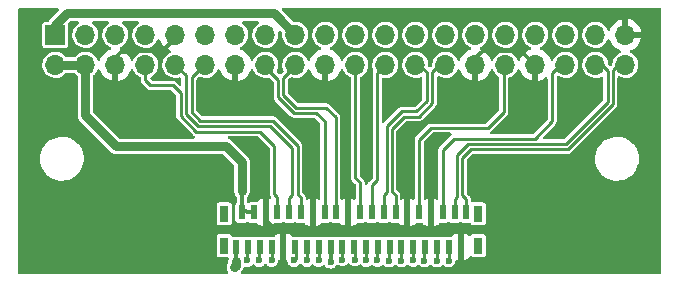
<source format=gbr>
G04 #@! TF.GenerationSoftware,KiCad,Pcbnew,(6.0.9-0)*
G04 #@! TF.CreationDate,2022-12-14T16:06:14+03:00*
G04 #@! TF.ProjectId,pi3_extension_board,7069335f-6578-4746-956e-73696f6e5f62,rev?*
G04 #@! TF.SameCoordinates,Original*
G04 #@! TF.FileFunction,Copper,L1,Top*
G04 #@! TF.FilePolarity,Positive*
%FSLAX46Y46*%
G04 Gerber Fmt 4.6, Leading zero omitted, Abs format (unit mm)*
G04 Created by KiCad (PCBNEW (6.0.9-0)) date 2022-12-14 16:06:14*
%MOMM*%
%LPD*%
G01*
G04 APERTURE LIST*
G04 #@! TA.AperFunction,ComponentPad*
%ADD10O,1.700000X1.700000*%
G04 #@! TD*
G04 #@! TA.AperFunction,ComponentPad*
%ADD11R,1.700000X1.700000*%
G04 #@! TD*
G04 #@! TA.AperFunction,SMDPad,CuDef*
%ADD12R,0.600000X1.200000*%
G04 #@! TD*
G04 #@! TA.AperFunction,SMDPad,CuDef*
%ADD13R,0.800000X1.400000*%
G04 #@! TD*
G04 #@! TA.AperFunction,ViaPad*
%ADD14C,0.600000*%
G04 #@! TD*
G04 #@! TA.AperFunction,Conductor*
%ADD15C,0.304800*%
G04 #@! TD*
G04 #@! TA.AperFunction,Conductor*
%ADD16C,0.250000*%
G04 #@! TD*
G04 #@! TA.AperFunction,Conductor*
%ADD17C,0.800000*%
G04 #@! TD*
G04 #@! TA.AperFunction,Conductor*
%ADD18C,0.254000*%
G04 #@! TD*
G04 APERTURE END LIST*
D10*
X158210000Y-46550000D03*
X158210000Y-44010000D03*
X155670000Y-46550000D03*
X155670000Y-44010000D03*
X153130000Y-46550000D03*
X153130000Y-44010000D03*
X150590000Y-46550000D03*
X150590000Y-44010000D03*
X148050000Y-46550000D03*
X148050000Y-44010000D03*
X145510000Y-46550000D03*
X145510000Y-44010000D03*
X142970000Y-46550000D03*
X142970000Y-44010000D03*
X140430000Y-46550000D03*
X140430000Y-44010000D03*
X137890000Y-46550000D03*
X137890000Y-44010000D03*
X135350000Y-46550000D03*
X135350000Y-44010000D03*
X132810000Y-46550000D03*
X132810000Y-44010000D03*
X130270000Y-46550000D03*
X130270000Y-44010000D03*
X127730000Y-46550000D03*
X127730000Y-44010000D03*
X125190000Y-46550000D03*
X125190000Y-44010000D03*
X122650000Y-46550000D03*
X122650000Y-44010000D03*
X120110000Y-46550000D03*
X120110000Y-44010000D03*
X117570000Y-46550000D03*
X117570000Y-44010000D03*
X115030000Y-46550000D03*
X115030000Y-44010000D03*
X112490000Y-46550000D03*
X112490000Y-44010000D03*
X109950000Y-46550000D03*
D11*
X109950000Y-44010000D03*
D12*
X125250000Y-61950000D03*
X125750000Y-59050000D03*
X126250000Y-61950000D03*
X126750000Y-59050000D03*
X127250000Y-61950000D03*
X127750000Y-59050000D03*
X128250000Y-61950000D03*
X128750000Y-59050000D03*
X129250000Y-61950000D03*
X129750000Y-59050000D03*
X130250000Y-61950000D03*
X130750000Y-59050000D03*
X131250000Y-61950000D03*
X131750000Y-59050000D03*
X132250000Y-61950000D03*
X132750000Y-59050000D03*
X133250000Y-61950000D03*
X133750000Y-59050000D03*
X134250000Y-61950000D03*
X134750000Y-59050000D03*
X135250000Y-61950000D03*
X135750000Y-59050000D03*
X136250000Y-61950000D03*
X136750000Y-59050000D03*
X137250000Y-61950000D03*
X137750000Y-59050000D03*
X138250000Y-61950000D03*
X138750000Y-59050000D03*
X139250000Y-61950000D03*
X139750000Y-59050000D03*
X140250000Y-61950000D03*
X140750000Y-59050000D03*
X141250000Y-61950000D03*
X141750000Y-59050000D03*
X142250000Y-61950000D03*
X142750000Y-59050000D03*
X143250000Y-61950000D03*
X143750000Y-59050000D03*
X144250000Y-61950000D03*
X144750000Y-59050000D03*
D13*
X124250000Y-59150000D03*
X124250000Y-61850000D03*
X145750000Y-61850000D03*
X145750000Y-59150000D03*
D14*
X132000000Y-49000000D03*
X115500000Y-49000000D03*
X121500000Y-55000000D03*
X117500000Y-55500000D03*
X144350000Y-63300000D03*
X133250000Y-63250000D03*
X125100000Y-63700000D03*
X143250000Y-63150000D03*
X142250000Y-63150000D03*
X141200000Y-63150000D03*
X140250000Y-63100000D03*
X139250000Y-63150000D03*
X138200000Y-63150000D03*
X137200000Y-63100000D03*
X136250000Y-63100000D03*
X135300000Y-63050000D03*
X134250000Y-63050000D03*
X132250000Y-63100000D03*
X131250000Y-63100000D03*
X130150000Y-63100000D03*
X128250000Y-63100000D03*
X127200000Y-63100000D03*
X126200000Y-63100000D03*
D15*
X115030000Y-46550000D02*
X115100000Y-46480000D01*
X115100000Y-46480000D02*
X115100000Y-45850000D01*
X115500000Y-45450000D02*
X115900000Y-45450000D01*
X115100000Y-45850000D02*
X115500000Y-45450000D01*
X115900000Y-45450000D02*
X116002400Y-45347600D01*
X120110000Y-44290000D02*
X120110000Y-44010000D01*
X116002400Y-45347600D02*
X119052400Y-45347600D01*
X119052400Y-45347600D02*
X120110000Y-44290000D01*
X145510000Y-46550000D02*
X145510000Y-45990000D01*
X145510000Y-45990000D02*
X146152400Y-45347600D01*
X146152400Y-45347600D02*
X149387600Y-45347600D01*
X149387600Y-45347600D02*
X150590000Y-46550000D01*
D16*
X141736396Y-51900000D02*
X146550000Y-51900000D01*
X146550000Y-51900000D02*
X147900000Y-50550000D01*
X147900000Y-50550000D02*
X147900000Y-47050000D01*
X140750000Y-52886396D02*
X141736396Y-51900000D01*
X140750000Y-59050000D02*
X140750000Y-52886396D01*
X147900000Y-47050000D02*
X147400000Y-46550000D01*
X127450000Y-46550000D02*
X127550000Y-46550000D01*
X127550000Y-46550000D02*
X128800000Y-47800000D01*
X128800000Y-49300000D02*
X130150000Y-50650000D01*
X128800000Y-47800000D02*
X128800000Y-49300000D01*
X132050000Y-50650000D02*
X132750000Y-51350000D01*
X130150000Y-50650000D02*
X132050000Y-50650000D01*
X132750000Y-51350000D02*
X132750000Y-59050000D01*
X130350000Y-46550000D02*
X129250000Y-47650000D01*
X130336396Y-50200000D02*
X132900000Y-50200000D01*
X129250000Y-47650000D02*
X129250000Y-49113604D01*
X129250000Y-49113604D02*
X130336396Y-50200000D01*
X130550000Y-46550000D02*
X130350000Y-46550000D01*
X132900000Y-50200000D02*
X133700000Y-51000000D01*
X133700000Y-51000000D02*
X133700000Y-59000000D01*
X122550000Y-46550000D02*
X121500000Y-47600000D01*
X130450000Y-53400000D02*
X130450000Y-57500000D01*
X121500000Y-47600000D02*
X121500000Y-50577208D01*
X128350000Y-51300000D02*
X130450000Y-53400000D01*
X121500000Y-50577208D02*
X122222792Y-51300000D01*
X122222792Y-51300000D02*
X128350000Y-51300000D01*
X130450000Y-57500000D02*
X130750000Y-57800000D01*
X130750000Y-57800000D02*
X130750000Y-59050000D01*
X120110000Y-46550000D02*
X121000000Y-47440000D01*
X121000000Y-47440000D02*
X121000000Y-50713604D01*
X121000000Y-50713604D02*
X122036396Y-51750000D01*
X128150000Y-51750000D02*
X130000000Y-53600000D01*
X122036396Y-51750000D02*
X128150000Y-51750000D01*
X129750000Y-57800000D02*
X129750000Y-59050000D01*
X130000000Y-53600000D02*
X130000000Y-57550000D01*
X130000000Y-57550000D02*
X129750000Y-57800000D01*
X117570000Y-46550000D02*
X117570000Y-47870000D01*
X127250000Y-52200000D02*
X128500000Y-53450000D01*
X117990000Y-48290000D02*
X119890000Y-48290000D01*
X119890000Y-48290000D02*
X120550000Y-48950000D01*
X117570000Y-47870000D02*
X117990000Y-48290000D01*
X121850000Y-52200000D02*
X127250000Y-52200000D01*
X120550000Y-48950000D02*
X120550000Y-50900000D01*
X120550000Y-50900000D02*
X121850000Y-52200000D01*
X128500000Y-53450000D02*
X128500000Y-57500000D01*
X128500000Y-57500000D02*
X128750000Y-57750000D01*
X128750000Y-57750000D02*
X128750000Y-59050000D01*
X152700000Y-46550000D02*
X152000000Y-47250000D01*
X152000000Y-47250000D02*
X152000000Y-51350000D01*
X152000000Y-51350000D02*
X150550000Y-52800000D01*
X150550000Y-52800000D02*
X143686396Y-52800000D01*
X143686396Y-52800000D02*
X142750000Y-53736396D01*
X142750000Y-53736396D02*
X142750000Y-59050000D01*
D15*
X144400000Y-63250000D02*
X144350000Y-63300000D01*
X144400000Y-63000000D02*
X144400000Y-63250000D01*
X144250000Y-61950000D02*
X144250000Y-62850000D01*
X144250000Y-62850000D02*
X144400000Y-63000000D01*
X139750000Y-60500000D02*
X141950000Y-60500000D01*
X141750000Y-60300000D02*
X141950000Y-60500000D01*
X141950000Y-60500000D02*
X143900000Y-60500000D01*
X141750000Y-59050000D02*
X141750000Y-60300000D01*
X134900000Y-60500000D02*
X139750000Y-60500000D01*
X139750000Y-59050000D02*
X139750000Y-60500000D01*
X131750000Y-60500000D02*
X134900000Y-60500000D01*
X134750000Y-59050000D02*
X134750000Y-60350000D01*
X134750000Y-60350000D02*
X134900000Y-60500000D01*
X129350000Y-60500000D02*
X131750000Y-60500000D01*
X131750000Y-59050000D02*
X131750000Y-60500000D01*
X128550000Y-60500000D02*
X129350000Y-60500000D01*
X129250000Y-61950000D02*
X129250000Y-60600000D01*
X129250000Y-60600000D02*
X129350000Y-60500000D01*
X127750000Y-59050000D02*
X127750000Y-59700000D01*
X127750000Y-59700000D02*
X128550000Y-60500000D01*
X143900000Y-60500000D02*
X144250000Y-60850000D01*
X144250000Y-60850000D02*
X144250000Y-61950000D01*
X133250000Y-61950000D02*
X133250000Y-63250000D01*
X125250000Y-61950000D02*
X125250000Y-63200000D01*
D17*
X125100000Y-63700000D02*
X125250000Y-63550000D01*
X125250000Y-63550000D02*
X125250000Y-63200000D01*
X109950000Y-44010000D02*
X109950000Y-43150000D01*
X109950000Y-43150000D02*
X110900000Y-42200000D01*
X110900000Y-42200000D02*
X128460000Y-42200000D01*
X128460000Y-42200000D02*
X130270000Y-44010000D01*
D15*
X126200000Y-59050000D02*
X126100000Y-58950000D01*
X126750000Y-59050000D02*
X126200000Y-59050000D01*
X126100000Y-58950000D02*
X125850000Y-58950000D01*
X125750000Y-59050000D02*
X125750000Y-57250000D01*
D17*
X124400000Y-53450000D02*
X125750000Y-54800000D01*
X125750000Y-54800000D02*
X125750000Y-57250000D01*
X115100000Y-53450000D02*
X124400000Y-53450000D01*
X112490000Y-50840000D02*
X115100000Y-53450000D01*
X112490000Y-46550000D02*
X112490000Y-50840000D01*
X112490000Y-46550000D02*
X109950000Y-46550000D01*
D18*
X143250000Y-63150000D02*
X143250000Y-61950000D01*
X142250000Y-63150000D02*
X142250000Y-61950000D01*
X141200000Y-63150000D02*
X141200000Y-62000000D01*
X140250000Y-63100000D02*
X140250000Y-61950000D01*
X139250000Y-63150000D02*
X139250000Y-61950000D01*
X138200000Y-63150000D02*
X138200000Y-62000000D01*
X137200000Y-63100000D02*
X137200000Y-62000000D01*
X136250000Y-63100000D02*
X136250000Y-61950000D01*
X135300000Y-63050000D02*
X135300000Y-62000000D01*
X134250000Y-63050000D02*
X134250000Y-61950000D01*
X132250000Y-63100000D02*
X132250000Y-61950000D01*
X131250000Y-63100000D02*
X131250000Y-61950000D01*
X130150000Y-63100000D02*
X130300000Y-62950000D01*
X130300000Y-62950000D02*
X130300000Y-62000000D01*
X128250000Y-63100000D02*
X128250000Y-61950000D01*
X127200000Y-63100000D02*
X127200000Y-62000000D01*
X126200000Y-63100000D02*
X126200000Y-62000000D01*
D16*
X140750000Y-46550000D02*
X141400000Y-47200000D01*
X141400000Y-47200000D02*
X141400000Y-49613604D01*
X140513604Y-50500000D02*
X139263604Y-50500000D01*
X138000000Y-57300000D02*
X137750000Y-57550000D01*
X141400000Y-49613604D02*
X140513604Y-50500000D01*
X139263604Y-50500000D02*
X138000000Y-51763604D01*
X138000000Y-51763604D02*
X138000000Y-57300000D01*
X137750000Y-57550000D02*
X137750000Y-59050000D01*
X142450000Y-46550000D02*
X141850000Y-47150000D01*
X141850000Y-47150000D02*
X141850000Y-49800000D01*
X141850000Y-49800000D02*
X140700000Y-50950000D01*
X139450000Y-50950000D02*
X138450000Y-51950000D01*
X138750000Y-57600000D02*
X138750000Y-59050000D01*
X140700000Y-50950000D02*
X139450000Y-50950000D01*
X138450000Y-51950000D02*
X138450000Y-57300000D01*
X138450000Y-57300000D02*
X138750000Y-57600000D01*
X153163604Y-53250000D02*
X144900000Y-53250000D01*
X156200000Y-46550000D02*
X156700000Y-47050000D01*
X143950000Y-54200000D02*
X143950000Y-57750000D01*
X156700000Y-47050000D02*
X156700000Y-49713604D01*
X156700000Y-49713604D02*
X153163604Y-53250000D01*
X144900000Y-53250000D02*
X143950000Y-54200000D01*
X143950000Y-57750000D02*
X143750000Y-57950000D01*
X143750000Y-57950000D02*
X143750000Y-59050000D01*
X157600000Y-46550000D02*
X157150000Y-47000000D01*
X157150000Y-47000000D02*
X157150000Y-49900000D01*
X157150000Y-49900000D02*
X153350000Y-53700000D01*
X153350000Y-53700000D02*
X145100000Y-53700000D01*
X145100000Y-53700000D02*
X144400000Y-54400000D01*
X144400000Y-54400000D02*
X144400000Y-57600000D01*
X144400000Y-57600000D02*
X144750000Y-57950000D01*
X144750000Y-57950000D02*
X144750000Y-59050000D01*
X137890000Y-46550000D02*
X137200000Y-47240000D01*
X137200000Y-47240000D02*
X137200000Y-56300000D01*
X137200000Y-56300000D02*
X136750000Y-56750000D01*
X136750000Y-56750000D02*
X136750000Y-59050000D01*
X135350000Y-46550000D02*
X135350000Y-56100000D01*
X135350000Y-56100000D02*
X135750000Y-56500000D01*
X135750000Y-56500000D02*
X135750000Y-59050000D01*
G04 #@! TA.AperFunction,Conductor*
G36*
X110183828Y-41774502D02*
G01*
X110230321Y-41828158D01*
X110240425Y-41898432D01*
X110210931Y-41963012D01*
X110204802Y-41969595D01*
X109544852Y-42629545D01*
X109536148Y-42637465D01*
X109529490Y-42641691D01*
X109524065Y-42647468D01*
X109481273Y-42693037D01*
X109478518Y-42695879D01*
X109458081Y-42716316D01*
X109455402Y-42719770D01*
X109447694Y-42728795D01*
X109416290Y-42762237D01*
X109412473Y-42769180D01*
X109406051Y-42780862D01*
X109395198Y-42797384D01*
X109382167Y-42814184D01*
X109379017Y-42821464D01*
X109375520Y-42829544D01*
X109330108Y-42884118D01*
X109259884Y-42905501D01*
X109074934Y-42905501D01*
X109039182Y-42912612D01*
X109012874Y-42917844D01*
X109012872Y-42917845D01*
X109000699Y-42920266D01*
X108990379Y-42927161D01*
X108990378Y-42927162D01*
X108955209Y-42950662D01*
X108916516Y-42976516D01*
X108860266Y-43060699D01*
X108845500Y-43134933D01*
X108845501Y-44885066D01*
X108860266Y-44959301D01*
X108867161Y-44969620D01*
X108867162Y-44969622D01*
X108905370Y-45026803D01*
X108916516Y-45043484D01*
X109000699Y-45099734D01*
X109074933Y-45114500D01*
X109949858Y-45114500D01*
X110825066Y-45114499D01*
X110860818Y-45107388D01*
X110887126Y-45102156D01*
X110887128Y-45102155D01*
X110899301Y-45099734D01*
X110909621Y-45092839D01*
X110909622Y-45092838D01*
X110973168Y-45050377D01*
X110983484Y-45043484D01*
X111039734Y-44959301D01*
X111054500Y-44885067D01*
X111054499Y-43134934D01*
X111040457Y-43064335D01*
X111046786Y-42993623D01*
X111074941Y-42950662D01*
X111134198Y-42891405D01*
X111196510Y-42857379D01*
X111223293Y-42854500D01*
X111813637Y-42854500D01*
X111881758Y-42874502D01*
X111928251Y-42928158D01*
X111938355Y-42998432D01*
X111908861Y-43063012D01*
X111878061Y-43088784D01*
X111838010Y-43112612D01*
X111833670Y-43116418D01*
X111833666Y-43116421D01*
X111689733Y-43242648D01*
X111685392Y-43246455D01*
X111559720Y-43405869D01*
X111557031Y-43410980D01*
X111557029Y-43410983D01*
X111544073Y-43435609D01*
X111465203Y-43585515D01*
X111405007Y-43779378D01*
X111381148Y-43980964D01*
X111394424Y-44183522D01*
X111395845Y-44189118D01*
X111395846Y-44189123D01*
X111416119Y-44268945D01*
X111444392Y-44380269D01*
X111446809Y-44385512D01*
X111484010Y-44466208D01*
X111529377Y-44564616D01*
X111646533Y-44730389D01*
X111791938Y-44872035D01*
X111960720Y-44984812D01*
X111966023Y-44987090D01*
X111966026Y-44987092D01*
X112141921Y-45062662D01*
X112147228Y-45064942D01*
X112220244Y-45081464D01*
X112339579Y-45108467D01*
X112339584Y-45108468D01*
X112345216Y-45109742D01*
X112350987Y-45109969D01*
X112350989Y-45109969D01*
X112410756Y-45112317D01*
X112548053Y-45117712D01*
X112655348Y-45102155D01*
X112743231Y-45089413D01*
X112743236Y-45089412D01*
X112748945Y-45088584D01*
X112754409Y-45086729D01*
X112754414Y-45086728D01*
X112935693Y-45025192D01*
X112935698Y-45025190D01*
X112941165Y-45023334D01*
X113118276Y-44924147D01*
X113157969Y-44891135D01*
X113245696Y-44818172D01*
X113274345Y-44794345D01*
X113404147Y-44638276D01*
X113503334Y-44461165D01*
X113505190Y-44455698D01*
X113505192Y-44455693D01*
X113566728Y-44274414D01*
X113566729Y-44274409D01*
X113568584Y-44268945D01*
X113569412Y-44263236D01*
X113569413Y-44263231D01*
X113597179Y-44071727D01*
X113597712Y-44068053D01*
X113599232Y-44010000D01*
X113583894Y-43843071D01*
X113581187Y-43813613D01*
X113581186Y-43813610D01*
X113580658Y-43807859D01*
X113578401Y-43799856D01*
X113527125Y-43618046D01*
X113527124Y-43618044D01*
X113525557Y-43612487D01*
X113514978Y-43591033D01*
X113438331Y-43435609D01*
X113435776Y-43430428D01*
X113314320Y-43267779D01*
X113165258Y-43129987D01*
X113160375Y-43126906D01*
X113160371Y-43126903D01*
X113097226Y-43087062D01*
X113050287Y-43033795D01*
X113039598Y-42963608D01*
X113068553Y-42898784D01*
X113127957Y-42859904D01*
X113164461Y-42854500D01*
X114353637Y-42854500D01*
X114421758Y-42874502D01*
X114468251Y-42928158D01*
X114478355Y-42998432D01*
X114448861Y-43063012D01*
X114418061Y-43088784D01*
X114378010Y-43112612D01*
X114373670Y-43116418D01*
X114373666Y-43116421D01*
X114229733Y-43242648D01*
X114225392Y-43246455D01*
X114099720Y-43405869D01*
X114097031Y-43410980D01*
X114097029Y-43410983D01*
X114084073Y-43435609D01*
X114005203Y-43585515D01*
X113945007Y-43779378D01*
X113921148Y-43980964D01*
X113934424Y-44183522D01*
X113935845Y-44189118D01*
X113935846Y-44189123D01*
X113956119Y-44268945D01*
X113984392Y-44380269D01*
X113986809Y-44385512D01*
X114024010Y-44466208D01*
X114069377Y-44564616D01*
X114186533Y-44730389D01*
X114331938Y-44872035D01*
X114500720Y-44984812D01*
X114506023Y-44987090D01*
X114506026Y-44987092D01*
X114602954Y-45028735D01*
X114657647Y-45074003D01*
X114679184Y-45141654D01*
X114660727Y-45210210D01*
X114608136Y-45257904D01*
X114592361Y-45264268D01*
X114506868Y-45292212D01*
X114497359Y-45296209D01*
X114308463Y-45394542D01*
X114299738Y-45400036D01*
X114129433Y-45527905D01*
X114121726Y-45534748D01*
X113974590Y-45688717D01*
X113968104Y-45696727D01*
X113848098Y-45872649D01*
X113843000Y-45881623D01*
X113753338Y-46074783D01*
X113749777Y-46084464D01*
X113745291Y-46100640D01*
X113707813Y-46160939D01*
X113643684Y-46191403D01*
X113573266Y-46182360D01*
X113518915Y-46136682D01*
X113510867Y-46122698D01*
X113438331Y-45975609D01*
X113435776Y-45970428D01*
X113314320Y-45807779D01*
X113165258Y-45669987D01*
X113160375Y-45666906D01*
X113160371Y-45666903D01*
X112998464Y-45564748D01*
X112993581Y-45561667D01*
X112805039Y-45486446D01*
X112799379Y-45485320D01*
X112799375Y-45485319D01*
X112611613Y-45447971D01*
X112611610Y-45447971D01*
X112605946Y-45446844D01*
X112600171Y-45446768D01*
X112600167Y-45446768D01*
X112498793Y-45445441D01*
X112402971Y-45444187D01*
X112397274Y-45445166D01*
X112397273Y-45445166D01*
X112208607Y-45477585D01*
X112202910Y-45478564D01*
X112012463Y-45548824D01*
X111838010Y-45652612D01*
X111833670Y-45656418D01*
X111833666Y-45656421D01*
X111689733Y-45782648D01*
X111685392Y-45786455D01*
X111681817Y-45790990D01*
X111681816Y-45790991D01*
X111637263Y-45847506D01*
X111579382Y-45888619D01*
X111538313Y-45895500D01*
X110902990Y-45895500D01*
X110834869Y-45875498D01*
X110802033Y-45844890D01*
X110777779Y-45812411D01*
X110777777Y-45812409D01*
X110774320Y-45807779D01*
X110625258Y-45669987D01*
X110620375Y-45666906D01*
X110620371Y-45666903D01*
X110458464Y-45564748D01*
X110453581Y-45561667D01*
X110265039Y-45486446D01*
X110259379Y-45485320D01*
X110259375Y-45485319D01*
X110071613Y-45447971D01*
X110071610Y-45447971D01*
X110065946Y-45446844D01*
X110060171Y-45446768D01*
X110060167Y-45446768D01*
X109958793Y-45445441D01*
X109862971Y-45444187D01*
X109857274Y-45445166D01*
X109857273Y-45445166D01*
X109668607Y-45477585D01*
X109662910Y-45478564D01*
X109472463Y-45548824D01*
X109298010Y-45652612D01*
X109293670Y-45656418D01*
X109293666Y-45656421D01*
X109149733Y-45782648D01*
X109145392Y-45786455D01*
X109019720Y-45945869D01*
X109017031Y-45950980D01*
X109017029Y-45950983D01*
X109004073Y-45975609D01*
X108925203Y-46125515D01*
X108865007Y-46319378D01*
X108841148Y-46520964D01*
X108854424Y-46723522D01*
X108855845Y-46729118D01*
X108855846Y-46729123D01*
X108900208Y-46903796D01*
X108904392Y-46920269D01*
X108906809Y-46925512D01*
X108978367Y-47080734D01*
X108989377Y-47104616D01*
X108992710Y-47109332D01*
X109103194Y-47265664D01*
X109106533Y-47270389D01*
X109251938Y-47412035D01*
X109256742Y-47415245D01*
X109297288Y-47442337D01*
X109420720Y-47524812D01*
X109426023Y-47527090D01*
X109426026Y-47527092D01*
X109599635Y-47601680D01*
X109607228Y-47604942D01*
X109648386Y-47614255D01*
X109799579Y-47648467D01*
X109799584Y-47648468D01*
X109805216Y-47649742D01*
X109810987Y-47649969D01*
X109810989Y-47649969D01*
X109870756Y-47652317D01*
X110008053Y-47657712D01*
X110108499Y-47643148D01*
X110203231Y-47629413D01*
X110203236Y-47629412D01*
X110208945Y-47628584D01*
X110214409Y-47626729D01*
X110214414Y-47626728D01*
X110395693Y-47565192D01*
X110395698Y-47565190D01*
X110401165Y-47563334D01*
X110414508Y-47555862D01*
X110517625Y-47498113D01*
X110578276Y-47464147D01*
X110600501Y-47445663D01*
X110711908Y-47353006D01*
X110734345Y-47334345D01*
X110738032Y-47329912D01*
X110804553Y-47249930D01*
X110863491Y-47210346D01*
X110901427Y-47204500D01*
X111534725Y-47204500D01*
X111602846Y-47224502D01*
X111637622Y-47257781D01*
X111643193Y-47265664D01*
X111643197Y-47265669D01*
X111646533Y-47270389D01*
X111789141Y-47409310D01*
X111791938Y-47412035D01*
X111791403Y-47412584D01*
X111829146Y-47467222D01*
X111835500Y-47506729D01*
X111835500Y-50758479D01*
X111834947Y-50770220D01*
X111833226Y-50777917D01*
X111833475Y-50785843D01*
X111833475Y-50785844D01*
X111835438Y-50848307D01*
X111835500Y-50852265D01*
X111835500Y-50881178D01*
X111835995Y-50885097D01*
X111835995Y-50885099D01*
X111836049Y-50885525D01*
X111836978Y-50897339D01*
X111838053Y-50931524D01*
X111838420Y-50943200D01*
X111842128Y-50955963D01*
X111844351Y-50963615D01*
X111848360Y-50982973D01*
X111851024Y-51004061D01*
X111853943Y-51011433D01*
X111853943Y-51011434D01*
X111867910Y-51046712D01*
X111871755Y-51057941D01*
X111884555Y-51101999D01*
X111888592Y-51108825D01*
X111895377Y-51120298D01*
X111904072Y-51138045D01*
X111911899Y-51157814D01*
X111925000Y-51175846D01*
X111938861Y-51194924D01*
X111945378Y-51204846D01*
X111964693Y-51237506D01*
X111964696Y-51237510D01*
X111968733Y-51244336D01*
X111983762Y-51259365D01*
X111996602Y-51274398D01*
X112009098Y-51291597D01*
X112044462Y-51320852D01*
X112053228Y-51328831D01*
X114579543Y-53855145D01*
X114587464Y-53863849D01*
X114591691Y-53870510D01*
X114597469Y-53875936D01*
X114597470Y-53875937D01*
X114643053Y-53918742D01*
X114645895Y-53921497D01*
X114666316Y-53941918D01*
X114669771Y-53944598D01*
X114678791Y-53952302D01*
X114712237Y-53983710D01*
X114719181Y-53987527D01*
X114719183Y-53987529D01*
X114730866Y-53993952D01*
X114747390Y-54004807D01*
X114757916Y-54012972D01*
X114757922Y-54012975D01*
X114764184Y-54017833D01*
X114806288Y-54036053D01*
X114816937Y-54041270D01*
X114857147Y-54063375D01*
X114877742Y-54068663D01*
X114896437Y-54075064D01*
X114906423Y-54079385D01*
X114915949Y-54083507D01*
X114961260Y-54090683D01*
X114972883Y-54093091D01*
X115009640Y-54102529D01*
X115009641Y-54102529D01*
X115017317Y-54104500D01*
X115038574Y-54104500D01*
X115058284Y-54106051D01*
X115079278Y-54109376D01*
X115087170Y-54108630D01*
X115124947Y-54105059D01*
X115136805Y-54104500D01*
X124076706Y-54104500D01*
X124144827Y-54124502D01*
X124165801Y-54141404D01*
X125058595Y-55034197D01*
X125092620Y-55096510D01*
X125095500Y-55123293D01*
X125095500Y-57291178D01*
X125101746Y-57340616D01*
X125108075Y-57390715D01*
X125111024Y-57414061D01*
X125113941Y-57421428D01*
X125113941Y-57421429D01*
X125117220Y-57429711D01*
X125171899Y-57567814D01*
X125176557Y-57574225D01*
X125176558Y-57574227D01*
X125218239Y-57631596D01*
X125269098Y-57701597D01*
X125275202Y-57706647D01*
X125275208Y-57706653D01*
X125297416Y-57725025D01*
X125337154Y-57783859D01*
X125343100Y-57822109D01*
X125343100Y-58147996D01*
X125323098Y-58216117D01*
X125287101Y-58252761D01*
X125276834Y-58259621D01*
X125276832Y-58259623D01*
X125266516Y-58266516D01*
X125210266Y-58350699D01*
X125195500Y-58424933D01*
X125195501Y-59675066D01*
X125210266Y-59749301D01*
X125266516Y-59833484D01*
X125276832Y-59840377D01*
X125320003Y-59869223D01*
X125350699Y-59889734D01*
X125424933Y-59904500D01*
X125749947Y-59904500D01*
X126075066Y-59904499D01*
X126110818Y-59897388D01*
X126137126Y-59892156D01*
X126137128Y-59892155D01*
X126149301Y-59889734D01*
X126159621Y-59882839D01*
X126159622Y-59882838D01*
X126179998Y-59869223D01*
X126247751Y-59848008D01*
X126320002Y-59869223D01*
X126340379Y-59882839D01*
X126340382Y-59882840D01*
X126350699Y-59889734D01*
X126424933Y-59904500D01*
X126453990Y-59904500D01*
X126942825Y-59904499D01*
X127010945Y-59924501D01*
X127043650Y-59954934D01*
X127081715Y-60005724D01*
X127094276Y-60018285D01*
X127196351Y-60094786D01*
X127211946Y-60103324D01*
X127332394Y-60148478D01*
X127347649Y-60152105D01*
X127398514Y-60157631D01*
X127405328Y-60158000D01*
X127477885Y-60158000D01*
X127493124Y-60153525D01*
X127494329Y-60152135D01*
X127496000Y-60144452D01*
X127496000Y-57960116D01*
X127491525Y-57944877D01*
X127490135Y-57943672D01*
X127482452Y-57942001D01*
X127405331Y-57942001D01*
X127398510Y-57942371D01*
X127347648Y-57947895D01*
X127332396Y-57951521D01*
X127211946Y-57996676D01*
X127196351Y-58005214D01*
X127094276Y-58081715D01*
X127081719Y-58094272D01*
X127043652Y-58145065D01*
X126986792Y-58187580D01*
X126942825Y-58195500D01*
X126454000Y-58195501D01*
X126424934Y-58195501D01*
X126350699Y-58210266D01*
X126340379Y-58217162D01*
X126331117Y-58220998D01*
X126260528Y-58228587D01*
X126197041Y-58196807D01*
X126160814Y-58135749D01*
X126156900Y-58104589D01*
X126156900Y-57822689D01*
X126176902Y-57754568D01*
X126191050Y-57736436D01*
X126191536Y-57735919D01*
X126283710Y-57637763D01*
X126363375Y-57492853D01*
X126404500Y-57332683D01*
X126404500Y-54881521D01*
X126405053Y-54869780D01*
X126406774Y-54862083D01*
X126404562Y-54791693D01*
X126404500Y-54787735D01*
X126404500Y-54758822D01*
X126403951Y-54754474D01*
X126403022Y-54742661D01*
X126401829Y-54704726D01*
X126401580Y-54696800D01*
X126395649Y-54676384D01*
X126391640Y-54657025D01*
X126389970Y-54643805D01*
X126389969Y-54643803D01*
X126388976Y-54635939D01*
X126386057Y-54628566D01*
X126372087Y-54593280D01*
X126368242Y-54582051D01*
X126357655Y-54545613D01*
X126355444Y-54538001D01*
X126351408Y-54531176D01*
X126351406Y-54531172D01*
X126344624Y-54519703D01*
X126335928Y-54501953D01*
X126331021Y-54489559D01*
X126331018Y-54489554D01*
X126328101Y-54482186D01*
X126323440Y-54475770D01*
X126323438Y-54475767D01*
X126301133Y-54445066D01*
X126294616Y-54435145D01*
X126275305Y-54402491D01*
X126275303Y-54402488D01*
X126271267Y-54395664D01*
X126256238Y-54380635D01*
X126243397Y-54365601D01*
X126235562Y-54354817D01*
X126230902Y-54348403D01*
X126195538Y-54319148D01*
X126186772Y-54311169D01*
X124920455Y-53044852D01*
X124912535Y-53036148D01*
X124908309Y-53029490D01*
X124856962Y-52981272D01*
X124854121Y-52978518D01*
X124833684Y-52958081D01*
X124830226Y-52955399D01*
X124821204Y-52947693D01*
X124793541Y-52921716D01*
X124787763Y-52916290D01*
X124769133Y-52906048D01*
X124752616Y-52895198D01*
X124742082Y-52887027D01*
X124742081Y-52887026D01*
X124735816Y-52882167D01*
X124693714Y-52863948D01*
X124683054Y-52858726D01*
X124668087Y-52850498D01*
X124642853Y-52836625D01*
X124622258Y-52831337D01*
X124603569Y-52824938D01*
X124594779Y-52821134D01*
X124540208Y-52775723D01*
X124518850Y-52708015D01*
X124537488Y-52639509D01*
X124590205Y-52591954D01*
X124644825Y-52579500D01*
X127040616Y-52579500D01*
X127108737Y-52599502D01*
X127129711Y-52616405D01*
X128083595Y-53570289D01*
X128117621Y-53632601D01*
X128120500Y-53659384D01*
X128120500Y-57446080D01*
X128117951Y-57470028D01*
X128117872Y-57471693D01*
X128115680Y-57481876D01*
X128116904Y-57492217D01*
X128119627Y-57515223D01*
X128119977Y-57521154D01*
X128120072Y-57521146D01*
X128120500Y-57526324D01*
X128120500Y-57531524D01*
X128121354Y-57536653D01*
X128121354Y-57536656D01*
X128123669Y-57550565D01*
X128124506Y-57556443D01*
X128127995Y-57585918D01*
X128130530Y-57607341D01*
X128134493Y-57615593D01*
X128135996Y-57624626D01*
X128140943Y-57633795D01*
X128140944Y-57633797D01*
X128160334Y-57669732D01*
X128163031Y-57675025D01*
X128181785Y-57714082D01*
X128181788Y-57714086D01*
X128185219Y-57721232D01*
X128188814Y-57725508D01*
X128190737Y-57727431D01*
X128192509Y-57729363D01*
X128192552Y-57729442D01*
X128192429Y-57729555D01*
X128192903Y-57730092D01*
X128195990Y-57735814D01*
X128201252Y-57740678D01*
X128226517Y-57804995D01*
X128212629Y-57874620D01*
X128163304Y-57925683D01*
X128098089Y-57941060D01*
X128098089Y-57942000D01*
X128022115Y-57942000D01*
X128006876Y-57946475D01*
X128005671Y-57947865D01*
X128004000Y-57955548D01*
X128004000Y-60139884D01*
X128008475Y-60155123D01*
X128009865Y-60156328D01*
X128017548Y-60157999D01*
X128094669Y-60157999D01*
X128101490Y-60157629D01*
X128152352Y-60152105D01*
X128167604Y-60148479D01*
X128288054Y-60103324D01*
X128303649Y-60094786D01*
X128405724Y-60018285D01*
X128418281Y-60005728D01*
X128456348Y-59954935D01*
X128513208Y-59912420D01*
X128557175Y-59904500D01*
X129046000Y-59904499D01*
X129075066Y-59904499D01*
X129110818Y-59897388D01*
X129137126Y-59892156D01*
X129137128Y-59892155D01*
X129149301Y-59889734D01*
X129159621Y-59882839D01*
X129159622Y-59882838D01*
X129179998Y-59869223D01*
X129247751Y-59848008D01*
X129320002Y-59869223D01*
X129340379Y-59882839D01*
X129340382Y-59882840D01*
X129350699Y-59889734D01*
X129424933Y-59904500D01*
X129749947Y-59904500D01*
X130075066Y-59904499D01*
X130110818Y-59897388D01*
X130137126Y-59892156D01*
X130137128Y-59892155D01*
X130149301Y-59889734D01*
X130159621Y-59882839D01*
X130159622Y-59882838D01*
X130179998Y-59869223D01*
X130247751Y-59848008D01*
X130320002Y-59869223D01*
X130340379Y-59882839D01*
X130340382Y-59882840D01*
X130350699Y-59889734D01*
X130424933Y-59904500D01*
X130453990Y-59904500D01*
X130942825Y-59904499D01*
X131010945Y-59924501D01*
X131043650Y-59954934D01*
X131081715Y-60005724D01*
X131094276Y-60018285D01*
X131196351Y-60094786D01*
X131211946Y-60103324D01*
X131332394Y-60148478D01*
X131347649Y-60152105D01*
X131398514Y-60157631D01*
X131405328Y-60158000D01*
X131477885Y-60158000D01*
X131493124Y-60153525D01*
X131494329Y-60152135D01*
X131496000Y-60144452D01*
X131496000Y-57960116D01*
X131491525Y-57944877D01*
X131490135Y-57943672D01*
X131482452Y-57942001D01*
X131405331Y-57942001D01*
X131398510Y-57942371D01*
X131347648Y-57947895D01*
X131332397Y-57951521D01*
X131301635Y-57963053D01*
X131230828Y-57968236D01*
X131168459Y-57934315D01*
X131134329Y-57872060D01*
X131134276Y-57838832D01*
X131131637Y-57838707D01*
X131132128Y-57828306D01*
X131134320Y-57818124D01*
X131130373Y-57784777D01*
X131130023Y-57778846D01*
X131129928Y-57778854D01*
X131129500Y-57773676D01*
X131129500Y-57768476D01*
X131127622Y-57757194D01*
X131126331Y-57749435D01*
X131125494Y-57743557D01*
X131120694Y-57702999D01*
X131120694Y-57702998D01*
X131119470Y-57692659D01*
X131115507Y-57684407D01*
X131114004Y-57675374D01*
X131089665Y-57630266D01*
X131086969Y-57624975D01*
X131068215Y-57585918D01*
X131068212Y-57585914D01*
X131064781Y-57578768D01*
X131061186Y-57574492D01*
X131059263Y-57572569D01*
X131057491Y-57570637D01*
X131057448Y-57570558D01*
X131057572Y-57570445D01*
X131057096Y-57569905D01*
X131054010Y-57564186D01*
X131014413Y-57527583D01*
X131010848Y-57524154D01*
X130866405Y-57379711D01*
X130832379Y-57317399D01*
X130829500Y-57290616D01*
X130829500Y-53453920D01*
X130832049Y-53429973D01*
X130832128Y-53428307D01*
X130834320Y-53418124D01*
X130833096Y-53407782D01*
X130833096Y-53407779D01*
X130830374Y-53384787D01*
X130830023Y-53378846D01*
X130829928Y-53378854D01*
X130829500Y-53373674D01*
X130829500Y-53368476D01*
X130826329Y-53349424D01*
X130825492Y-53343547D01*
X130820693Y-53302997D01*
X130820692Y-53302995D01*
X130819469Y-53292659D01*
X130815508Y-53284410D01*
X130814004Y-53275374D01*
X130809056Y-53266203D01*
X130789652Y-53230240D01*
X130786957Y-53224951D01*
X130768212Y-53185915D01*
X130764780Y-53178768D01*
X130761186Y-53174492D01*
X130759246Y-53172552D01*
X130757493Y-53170641D01*
X130757444Y-53170551D01*
X130757567Y-53170439D01*
X130757095Y-53169904D01*
X130754010Y-53164186D01*
X130714413Y-53127583D01*
X130710848Y-53124154D01*
X128656478Y-51069784D01*
X128641336Y-51051036D01*
X128640221Y-51049811D01*
X128634571Y-51041060D01*
X128626393Y-51034613D01*
X128626391Y-51034611D01*
X128608200Y-51020271D01*
X128603759Y-51016325D01*
X128603697Y-51016398D01*
X128599733Y-51013039D01*
X128596056Y-51009362D01*
X128580308Y-50998108D01*
X128575638Y-50994602D01*
X128535353Y-50962844D01*
X128526719Y-50959812D01*
X128519266Y-50954486D01*
X128470150Y-50939797D01*
X128464508Y-50937964D01*
X128423633Y-50923610D01*
X128423632Y-50923610D01*
X128416149Y-50920982D01*
X128410584Y-50920500D01*
X128407876Y-50920500D01*
X128405242Y-50920386D01*
X128405144Y-50920357D01*
X128405151Y-50920193D01*
X128404447Y-50920149D01*
X128398222Y-50918287D01*
X128344365Y-50920403D01*
X128339418Y-50920500D01*
X122432176Y-50920500D01*
X122364055Y-50900498D01*
X122343081Y-50883595D01*
X121916405Y-50456919D01*
X121882379Y-50394607D01*
X121879500Y-50367824D01*
X121879500Y-47809384D01*
X121899502Y-47741263D01*
X121916405Y-47720289D01*
X122054159Y-47582535D01*
X122116471Y-47548509D01*
X122192991Y-47555862D01*
X122270499Y-47589162D01*
X122299601Y-47601665D01*
X122307228Y-47604942D01*
X122348386Y-47614255D01*
X122499579Y-47648467D01*
X122499584Y-47648468D01*
X122505216Y-47649742D01*
X122510987Y-47649969D01*
X122510989Y-47649969D01*
X122570756Y-47652317D01*
X122708053Y-47657712D01*
X122808499Y-47643148D01*
X122903231Y-47629413D01*
X122903236Y-47629412D01*
X122908945Y-47628584D01*
X122914409Y-47626729D01*
X122914414Y-47626728D01*
X123095693Y-47565192D01*
X123095698Y-47565190D01*
X123101165Y-47563334D01*
X123114508Y-47555862D01*
X123217625Y-47498113D01*
X123278276Y-47464147D01*
X123300501Y-47445663D01*
X123411908Y-47353006D01*
X123434345Y-47334345D01*
X123491467Y-47265664D01*
X123560453Y-47182718D01*
X123560455Y-47182715D01*
X123564147Y-47178276D01*
X123630155Y-47060411D01*
X123660510Y-47006208D01*
X123660511Y-47006206D01*
X123663334Y-47001165D01*
X123665720Y-46994135D01*
X123666170Y-46993496D01*
X123667541Y-46990416D01*
X123668146Y-46990685D01*
X123706553Y-46936059D01*
X123772305Y-46909278D01*
X123842098Y-46922295D01*
X123893773Y-46970980D01*
X123901777Y-46987229D01*
X123971770Y-47159603D01*
X123976413Y-47168794D01*
X124087694Y-47350388D01*
X124093777Y-47358699D01*
X124233213Y-47519667D01*
X124240580Y-47526883D01*
X124404434Y-47662916D01*
X124412881Y-47668831D01*
X124596756Y-47776279D01*
X124606042Y-47780729D01*
X124805001Y-47856703D01*
X124814899Y-47859579D01*
X124918250Y-47880606D01*
X124932299Y-47879410D01*
X124936000Y-47869065D01*
X124936000Y-46422000D01*
X124956002Y-46353879D01*
X125009658Y-46307386D01*
X125062000Y-46296000D01*
X125318000Y-46296000D01*
X125386121Y-46316002D01*
X125432614Y-46369658D01*
X125444000Y-46422000D01*
X125444000Y-47868517D01*
X125448064Y-47882359D01*
X125461478Y-47884393D01*
X125468184Y-47883534D01*
X125478262Y-47881392D01*
X125682255Y-47820191D01*
X125691842Y-47816433D01*
X125883095Y-47722739D01*
X125891945Y-47717464D01*
X126065328Y-47593792D01*
X126073200Y-47587139D01*
X126224052Y-47436812D01*
X126230730Y-47428965D01*
X126355003Y-47256020D01*
X126360313Y-47247183D01*
X126454670Y-47056267D01*
X126458469Y-47046672D01*
X126475066Y-46992047D01*
X126514007Y-46932683D01*
X126578862Y-46903796D01*
X126649038Y-46914558D01*
X126702256Y-46961551D01*
X126710048Y-46975922D01*
X126769377Y-47104616D01*
X126772710Y-47109332D01*
X126883194Y-47265664D01*
X126886533Y-47270389D01*
X127031938Y-47412035D01*
X127036742Y-47415245D01*
X127077288Y-47442337D01*
X127200720Y-47524812D01*
X127206023Y-47527090D01*
X127206026Y-47527092D01*
X127379635Y-47601680D01*
X127387228Y-47604942D01*
X127428386Y-47614255D01*
X127579579Y-47648467D01*
X127579584Y-47648468D01*
X127585216Y-47649742D01*
X127590987Y-47649969D01*
X127590989Y-47649969D01*
X127650756Y-47652317D01*
X127788053Y-47657712D01*
X127888499Y-47643148D01*
X127983231Y-47629413D01*
X127983236Y-47629412D01*
X127988945Y-47628584D01*
X127994412Y-47626728D01*
X128000031Y-47625379D01*
X128000494Y-47627309D01*
X128062541Y-47624723D01*
X128121204Y-47657898D01*
X128383595Y-47920289D01*
X128417621Y-47982601D01*
X128420500Y-48009384D01*
X128420500Y-49246080D01*
X128417951Y-49270028D01*
X128417872Y-49271693D01*
X128415680Y-49281876D01*
X128416904Y-49292217D01*
X128419627Y-49315223D01*
X128419977Y-49321154D01*
X128420072Y-49321146D01*
X128420500Y-49326324D01*
X128420500Y-49331524D01*
X128421354Y-49336653D01*
X128421354Y-49336656D01*
X128423669Y-49350565D01*
X128424506Y-49356443D01*
X128430530Y-49407341D01*
X128434493Y-49415593D01*
X128435996Y-49424626D01*
X128440943Y-49433795D01*
X128440944Y-49433797D01*
X128460334Y-49469732D01*
X128463031Y-49475025D01*
X128481785Y-49514082D01*
X128481788Y-49514086D01*
X128485219Y-49521232D01*
X128488814Y-49525508D01*
X128490737Y-49527431D01*
X128492509Y-49529363D01*
X128492552Y-49529442D01*
X128492428Y-49529555D01*
X128492904Y-49530095D01*
X128495990Y-49535814D01*
X128503635Y-49542881D01*
X128535586Y-49572416D01*
X128539152Y-49575846D01*
X129843522Y-50880216D01*
X129858664Y-50898964D01*
X129859779Y-50900189D01*
X129865429Y-50908940D01*
X129873607Y-50915387D01*
X129873609Y-50915389D01*
X129891800Y-50929729D01*
X129896244Y-50933678D01*
X129896306Y-50933604D01*
X129900263Y-50936957D01*
X129903944Y-50940638D01*
X129919654Y-50951865D01*
X129924380Y-50955413D01*
X129964647Y-50987156D01*
X129973284Y-50990189D01*
X129980734Y-50995513D01*
X129990710Y-50998497D01*
X129990711Y-50998497D01*
X130006046Y-51003083D01*
X130029849Y-51010202D01*
X130035486Y-51012034D01*
X130071344Y-51024626D01*
X130083851Y-51029018D01*
X130089416Y-51029500D01*
X130092124Y-51029500D01*
X130094758Y-51029614D01*
X130094856Y-51029643D01*
X130094849Y-51029807D01*
X130095553Y-51029851D01*
X130101778Y-51031713D01*
X130155635Y-51029597D01*
X130160582Y-51029500D01*
X131840615Y-51029500D01*
X131908736Y-51049502D01*
X131929711Y-51066405D01*
X132333596Y-51470291D01*
X132367621Y-51532603D01*
X132370500Y-51559386D01*
X132370500Y-57845785D01*
X132350498Y-57913906D01*
X132296842Y-57960399D01*
X132226568Y-57970503D01*
X132200270Y-57963767D01*
X132167606Y-57951522D01*
X132152351Y-57947895D01*
X132101486Y-57942369D01*
X132094672Y-57942000D01*
X132022115Y-57942000D01*
X132006876Y-57946475D01*
X132005671Y-57947865D01*
X132004000Y-57955548D01*
X132004000Y-60139884D01*
X132008475Y-60155123D01*
X132009865Y-60156328D01*
X132017548Y-60157999D01*
X132094669Y-60157999D01*
X132101490Y-60157629D01*
X132152352Y-60152105D01*
X132167604Y-60148479D01*
X132288054Y-60103324D01*
X132303649Y-60094786D01*
X132405724Y-60018285D01*
X132418281Y-60005728D01*
X132456348Y-59954935D01*
X132513208Y-59912420D01*
X132557175Y-59904500D01*
X133046000Y-59904499D01*
X133075066Y-59904499D01*
X133110818Y-59897388D01*
X133137126Y-59892156D01*
X133137128Y-59892155D01*
X133149301Y-59889734D01*
X133159621Y-59882839D01*
X133159622Y-59882838D01*
X133179998Y-59869223D01*
X133247751Y-59848008D01*
X133320002Y-59869223D01*
X133340379Y-59882839D01*
X133340382Y-59882840D01*
X133350699Y-59889734D01*
X133424933Y-59904500D01*
X133453990Y-59904500D01*
X133942825Y-59904499D01*
X134010945Y-59924501D01*
X134043650Y-59954934D01*
X134081715Y-60005724D01*
X134094276Y-60018285D01*
X134196351Y-60094786D01*
X134211946Y-60103324D01*
X134332394Y-60148478D01*
X134347649Y-60152105D01*
X134398514Y-60157631D01*
X134405328Y-60158000D01*
X134477885Y-60158000D01*
X134493124Y-60153525D01*
X134494329Y-60152135D01*
X134496000Y-60144452D01*
X134496000Y-57960116D01*
X134491525Y-57944877D01*
X134490135Y-57943672D01*
X134482452Y-57942001D01*
X134405331Y-57942001D01*
X134398510Y-57942371D01*
X134347648Y-57947895D01*
X134332394Y-57951522D01*
X134249729Y-57982511D01*
X134178922Y-57987694D01*
X134116553Y-57953773D01*
X134082424Y-57891518D01*
X134079500Y-57864529D01*
X134079500Y-51053920D01*
X134082049Y-51029972D01*
X134082128Y-51028307D01*
X134084320Y-51018124D01*
X134080373Y-50984777D01*
X134080023Y-50978846D01*
X134079928Y-50978854D01*
X134079500Y-50973676D01*
X134079500Y-50968476D01*
X134078646Y-50963344D01*
X134076331Y-50949435D01*
X134075494Y-50943557D01*
X134070694Y-50902999D01*
X134070694Y-50902998D01*
X134069470Y-50892659D01*
X134065507Y-50884407D01*
X134064004Y-50875374D01*
X134053809Y-50856478D01*
X134039666Y-50830268D01*
X134036969Y-50824975D01*
X134018215Y-50785918D01*
X134018212Y-50785914D01*
X134014781Y-50778768D01*
X134011186Y-50774492D01*
X134009263Y-50772569D01*
X134007491Y-50770637D01*
X134007448Y-50770558D01*
X134007572Y-50770445D01*
X134007096Y-50769905D01*
X134004010Y-50764186D01*
X133964413Y-50727583D01*
X133960848Y-50724154D01*
X133206478Y-49969784D01*
X133191336Y-49951036D01*
X133190221Y-49949811D01*
X133184571Y-49941060D01*
X133176393Y-49934613D01*
X133176391Y-49934611D01*
X133158200Y-49920271D01*
X133153759Y-49916325D01*
X133153697Y-49916398D01*
X133149733Y-49913039D01*
X133146056Y-49909362D01*
X133130308Y-49898108D01*
X133125638Y-49894602D01*
X133085353Y-49862844D01*
X133076719Y-49859812D01*
X133069266Y-49854486D01*
X133020150Y-49839797D01*
X133014508Y-49837964D01*
X132973633Y-49823610D01*
X132973632Y-49823610D01*
X132966149Y-49820982D01*
X132960584Y-49820500D01*
X132957876Y-49820500D01*
X132955242Y-49820386D01*
X132955144Y-49820357D01*
X132955151Y-49820193D01*
X132954447Y-49820149D01*
X132948222Y-49818287D01*
X132894365Y-49820403D01*
X132889418Y-49820500D01*
X130545780Y-49820500D01*
X130477659Y-49800498D01*
X130456685Y-49783595D01*
X129666405Y-48993315D01*
X129632379Y-48931003D01*
X129629500Y-48904220D01*
X129629500Y-47859384D01*
X129649502Y-47791263D01*
X129666405Y-47770289D01*
X129800988Y-47635706D01*
X129863300Y-47601680D01*
X129927063Y-47604871D01*
X129927228Y-47604942D01*
X129947619Y-47609556D01*
X130119579Y-47648467D01*
X130119584Y-47648468D01*
X130125216Y-47649742D01*
X130130987Y-47649969D01*
X130130989Y-47649969D01*
X130190756Y-47652317D01*
X130328053Y-47657712D01*
X130428499Y-47643148D01*
X130523231Y-47629413D01*
X130523236Y-47629412D01*
X130528945Y-47628584D01*
X130534409Y-47626729D01*
X130534414Y-47626728D01*
X130715693Y-47565192D01*
X130715698Y-47565190D01*
X130721165Y-47563334D01*
X130734508Y-47555862D01*
X130837625Y-47498113D01*
X130898276Y-47464147D01*
X130920501Y-47445663D01*
X131031908Y-47353006D01*
X131054345Y-47334345D01*
X131111467Y-47265664D01*
X131180453Y-47182718D01*
X131180455Y-47182715D01*
X131184147Y-47178276D01*
X131250155Y-47060411D01*
X131280510Y-47006208D01*
X131280511Y-47006206D01*
X131283334Y-47001165D01*
X131285720Y-46994135D01*
X131286170Y-46993496D01*
X131287541Y-46990416D01*
X131288146Y-46990685D01*
X131326553Y-46936059D01*
X131392305Y-46909278D01*
X131462098Y-46922295D01*
X131513773Y-46970980D01*
X131521777Y-46987229D01*
X131591770Y-47159603D01*
X131596413Y-47168794D01*
X131707694Y-47350388D01*
X131713777Y-47358699D01*
X131853213Y-47519667D01*
X131860580Y-47526883D01*
X132024434Y-47662916D01*
X132032881Y-47668831D01*
X132216756Y-47776279D01*
X132226042Y-47780729D01*
X132425001Y-47856703D01*
X132434899Y-47859579D01*
X132538250Y-47880606D01*
X132552299Y-47879410D01*
X132556000Y-47869065D01*
X132556000Y-46422000D01*
X132576002Y-46353879D01*
X132629658Y-46307386D01*
X132682000Y-46296000D01*
X132938000Y-46296000D01*
X133006121Y-46316002D01*
X133052614Y-46369658D01*
X133064000Y-46422000D01*
X133064000Y-47868517D01*
X133068064Y-47882359D01*
X133081478Y-47884393D01*
X133088184Y-47883534D01*
X133098262Y-47881392D01*
X133302255Y-47820191D01*
X133311842Y-47816433D01*
X133503095Y-47722739D01*
X133511945Y-47717464D01*
X133685328Y-47593792D01*
X133693200Y-47587139D01*
X133844052Y-47436812D01*
X133850730Y-47428965D01*
X133975003Y-47256020D01*
X133980313Y-47247183D01*
X134074670Y-47056267D01*
X134078469Y-47046672D01*
X134095066Y-46992047D01*
X134134007Y-46932683D01*
X134198862Y-46903796D01*
X134269038Y-46914558D01*
X134322256Y-46961551D01*
X134330048Y-46975922D01*
X134389377Y-47104616D01*
X134392710Y-47109332D01*
X134503194Y-47265664D01*
X134506533Y-47270389D01*
X134651938Y-47412035D01*
X134656742Y-47415245D01*
X134697288Y-47442337D01*
X134820720Y-47524812D01*
X134826023Y-47527090D01*
X134826028Y-47527093D01*
X134858187Y-47540909D01*
X134892992Y-47555862D01*
X134894237Y-47556397D01*
X134948930Y-47601665D01*
X134970500Y-47672165D01*
X134970500Y-56046080D01*
X134967951Y-56070028D01*
X134967872Y-56071693D01*
X134965680Y-56081876D01*
X134966904Y-56092217D01*
X134969627Y-56115223D01*
X134969977Y-56121154D01*
X134970072Y-56121146D01*
X134970500Y-56126324D01*
X134970500Y-56131524D01*
X134971354Y-56136653D01*
X134971354Y-56136656D01*
X134973669Y-56150565D01*
X134974506Y-56156443D01*
X134977815Y-56184398D01*
X134980530Y-56207341D01*
X134984493Y-56215593D01*
X134985996Y-56224626D01*
X134990943Y-56233795D01*
X134990944Y-56233797D01*
X135010334Y-56269732D01*
X135013031Y-56275025D01*
X135031785Y-56314082D01*
X135031788Y-56314086D01*
X135035219Y-56321232D01*
X135038814Y-56325508D01*
X135040737Y-56327431D01*
X135042509Y-56329363D01*
X135042552Y-56329442D01*
X135042428Y-56329555D01*
X135042904Y-56330095D01*
X135045990Y-56335814D01*
X135053635Y-56342881D01*
X135085586Y-56372416D01*
X135089152Y-56375846D01*
X135333595Y-56620289D01*
X135367621Y-56682601D01*
X135370500Y-56709384D01*
X135370500Y-57845785D01*
X135350498Y-57913906D01*
X135296842Y-57960399D01*
X135226568Y-57970503D01*
X135200270Y-57963767D01*
X135167606Y-57951522D01*
X135152351Y-57947895D01*
X135101486Y-57942369D01*
X135094672Y-57942000D01*
X135022115Y-57942000D01*
X135006876Y-57946475D01*
X135005671Y-57947865D01*
X135004000Y-57955548D01*
X135004000Y-60139884D01*
X135008475Y-60155123D01*
X135009865Y-60156328D01*
X135017548Y-60157999D01*
X135094669Y-60157999D01*
X135101490Y-60157629D01*
X135152352Y-60152105D01*
X135167604Y-60148479D01*
X135288054Y-60103324D01*
X135303649Y-60094786D01*
X135405724Y-60018285D01*
X135418281Y-60005728D01*
X135456348Y-59954935D01*
X135513208Y-59912420D01*
X135557175Y-59904500D01*
X136046000Y-59904499D01*
X136075066Y-59904499D01*
X136110818Y-59897388D01*
X136137126Y-59892156D01*
X136137128Y-59892155D01*
X136149301Y-59889734D01*
X136159621Y-59882839D01*
X136159622Y-59882838D01*
X136179998Y-59869223D01*
X136247751Y-59848008D01*
X136320002Y-59869223D01*
X136340379Y-59882839D01*
X136340382Y-59882840D01*
X136350699Y-59889734D01*
X136424933Y-59904500D01*
X136749947Y-59904500D01*
X137075066Y-59904499D01*
X137110818Y-59897388D01*
X137137126Y-59892156D01*
X137137128Y-59892155D01*
X137149301Y-59889734D01*
X137159621Y-59882839D01*
X137159622Y-59882838D01*
X137179998Y-59869223D01*
X137247751Y-59848008D01*
X137320002Y-59869223D01*
X137340379Y-59882839D01*
X137340382Y-59882840D01*
X137350699Y-59889734D01*
X137424933Y-59904500D01*
X137749947Y-59904500D01*
X138075066Y-59904499D01*
X138110818Y-59897388D01*
X138137126Y-59892156D01*
X138137128Y-59892155D01*
X138149301Y-59889734D01*
X138159621Y-59882839D01*
X138159622Y-59882838D01*
X138179998Y-59869223D01*
X138247751Y-59848008D01*
X138320002Y-59869223D01*
X138340379Y-59882839D01*
X138340382Y-59882840D01*
X138350699Y-59889734D01*
X138424933Y-59904500D01*
X138453990Y-59904500D01*
X138942825Y-59904499D01*
X139010945Y-59924501D01*
X139043650Y-59954934D01*
X139081715Y-60005724D01*
X139094276Y-60018285D01*
X139196351Y-60094786D01*
X139211946Y-60103324D01*
X139332394Y-60148478D01*
X139347649Y-60152105D01*
X139398514Y-60157631D01*
X139405328Y-60158000D01*
X139477885Y-60158000D01*
X139493124Y-60153525D01*
X139494329Y-60152135D01*
X139496000Y-60144452D01*
X139496000Y-57960116D01*
X139491525Y-57944877D01*
X139490135Y-57943672D01*
X139482452Y-57942001D01*
X139405331Y-57942001D01*
X139398510Y-57942371D01*
X139347648Y-57947895D01*
X139332396Y-57951521D01*
X139299730Y-57963767D01*
X139228922Y-57968950D01*
X139166553Y-57935029D01*
X139132424Y-57872774D01*
X139129500Y-57845785D01*
X139129500Y-57653920D01*
X139132049Y-57629972D01*
X139132128Y-57628307D01*
X139134320Y-57618124D01*
X139130373Y-57584777D01*
X139130023Y-57578846D01*
X139129928Y-57578854D01*
X139129500Y-57573676D01*
X139129500Y-57568476D01*
X139128163Y-57560445D01*
X139126331Y-57549435D01*
X139125494Y-57543557D01*
X139120694Y-57502999D01*
X139120694Y-57502998D01*
X139119470Y-57492659D01*
X139115507Y-57484407D01*
X139114004Y-57475374D01*
X139089665Y-57430266D01*
X139086969Y-57424975D01*
X139068215Y-57385918D01*
X139068212Y-57385914D01*
X139064781Y-57378768D01*
X139061186Y-57374492D01*
X139059263Y-57372569D01*
X139057491Y-57370637D01*
X139057448Y-57370558D01*
X139057572Y-57370445D01*
X139057096Y-57369905D01*
X139054010Y-57364186D01*
X139014413Y-57327583D01*
X139010848Y-57324154D01*
X138866405Y-57179711D01*
X138832379Y-57117399D01*
X138829500Y-57090616D01*
X138829500Y-52159384D01*
X138849502Y-52091263D01*
X138866405Y-52070289D01*
X139570289Y-51366405D01*
X139632601Y-51332379D01*
X139659384Y-51329500D01*
X140646080Y-51329500D01*
X140670028Y-51332049D01*
X140671693Y-51332128D01*
X140681876Y-51334320D01*
X140692217Y-51333096D01*
X140715223Y-51330373D01*
X140721154Y-51330023D01*
X140721146Y-51329928D01*
X140726324Y-51329500D01*
X140731524Y-51329500D01*
X140736653Y-51328646D01*
X140736656Y-51328646D01*
X140750565Y-51326331D01*
X140756443Y-51325494D01*
X140797001Y-51320694D01*
X140797002Y-51320694D01*
X140807341Y-51319470D01*
X140815593Y-51315507D01*
X140824626Y-51314004D01*
X140833795Y-51309057D01*
X140833797Y-51309056D01*
X140869732Y-51289666D01*
X140875025Y-51286969D01*
X140914082Y-51268215D01*
X140914086Y-51268212D01*
X140921232Y-51264781D01*
X140925508Y-51261186D01*
X140927431Y-51259263D01*
X140929363Y-51257491D01*
X140929442Y-51257448D01*
X140929555Y-51257572D01*
X140930095Y-51257096D01*
X140935814Y-51254010D01*
X140972417Y-51214413D01*
X140975846Y-51210848D01*
X142080216Y-50106478D01*
X142098964Y-50091336D01*
X142100189Y-50090221D01*
X142108940Y-50084571D01*
X142115387Y-50076393D01*
X142115389Y-50076391D01*
X142129729Y-50058200D01*
X142133675Y-50053759D01*
X142133602Y-50053697D01*
X142136961Y-50049733D01*
X142140638Y-50046056D01*
X142151892Y-50030308D01*
X142155398Y-50025638D01*
X142187156Y-49985353D01*
X142190188Y-49976719D01*
X142195514Y-49969266D01*
X142210203Y-49920150D01*
X142212036Y-49914508D01*
X142226390Y-49873633D01*
X142226390Y-49873632D01*
X142229018Y-49866149D01*
X142229500Y-49860584D01*
X142229500Y-49857876D01*
X142229614Y-49855242D01*
X142229643Y-49855144D01*
X142229807Y-49855151D01*
X142229851Y-49854447D01*
X142231713Y-49848222D01*
X142229597Y-49794365D01*
X142229500Y-49789418D01*
X142229500Y-47619409D01*
X142249502Y-47551288D01*
X142303158Y-47504795D01*
X142373432Y-47494691D01*
X142425500Y-47514643D01*
X142433020Y-47519667D01*
X142440720Y-47524812D01*
X142446023Y-47527090D01*
X142446026Y-47527092D01*
X142619635Y-47601680D01*
X142627228Y-47604942D01*
X142668386Y-47614255D01*
X142819579Y-47648467D01*
X142819584Y-47648468D01*
X142825216Y-47649742D01*
X142830987Y-47649969D01*
X142830989Y-47649969D01*
X142890756Y-47652317D01*
X143028053Y-47657712D01*
X143128499Y-47643148D01*
X143223231Y-47629413D01*
X143223236Y-47629412D01*
X143228945Y-47628584D01*
X143234409Y-47626729D01*
X143234414Y-47626728D01*
X143415693Y-47565192D01*
X143415698Y-47565190D01*
X143421165Y-47563334D01*
X143434508Y-47555862D01*
X143537625Y-47498113D01*
X143598276Y-47464147D01*
X143620501Y-47445663D01*
X143731908Y-47353006D01*
X143754345Y-47334345D01*
X143811467Y-47265664D01*
X143880453Y-47182718D01*
X143880455Y-47182715D01*
X143884147Y-47178276D01*
X143950155Y-47060411D01*
X143980510Y-47006208D01*
X143980511Y-47006206D01*
X143983334Y-47001165D01*
X143985720Y-46994135D01*
X143986170Y-46993496D01*
X143987541Y-46990416D01*
X143988146Y-46990685D01*
X144026553Y-46936059D01*
X144092305Y-46909278D01*
X144162098Y-46922295D01*
X144213773Y-46970980D01*
X144221777Y-46987229D01*
X144291770Y-47159603D01*
X144296413Y-47168794D01*
X144407694Y-47350388D01*
X144413777Y-47358699D01*
X144553213Y-47519667D01*
X144560580Y-47526883D01*
X144724434Y-47662916D01*
X144732881Y-47668831D01*
X144916756Y-47776279D01*
X144926042Y-47780729D01*
X145125001Y-47856703D01*
X145134899Y-47859579D01*
X145238250Y-47880606D01*
X145252299Y-47879410D01*
X145256000Y-47869065D01*
X145256000Y-46422000D01*
X145276002Y-46353879D01*
X145329658Y-46307386D01*
X145382000Y-46296000D01*
X145638000Y-46296000D01*
X145706121Y-46316002D01*
X145752614Y-46369658D01*
X145764000Y-46422000D01*
X145764000Y-47868517D01*
X145768064Y-47882359D01*
X145781478Y-47884393D01*
X145788184Y-47883534D01*
X145798262Y-47881392D01*
X146002255Y-47820191D01*
X146011842Y-47816433D01*
X146203095Y-47722739D01*
X146211945Y-47717464D01*
X146385328Y-47593792D01*
X146393200Y-47587139D01*
X146544052Y-47436812D01*
X146550730Y-47428965D01*
X146675003Y-47256020D01*
X146680313Y-47247183D01*
X146774670Y-47056267D01*
X146778469Y-47046672D01*
X146795066Y-46992047D01*
X146834007Y-46932683D01*
X146898862Y-46903796D01*
X146969038Y-46914558D01*
X147022256Y-46961551D01*
X147030048Y-46975922D01*
X147089377Y-47104616D01*
X147092710Y-47109332D01*
X147203194Y-47265664D01*
X147206533Y-47270389D01*
X147351938Y-47412035D01*
X147356742Y-47415245D01*
X147464502Y-47487248D01*
X147510030Y-47541725D01*
X147520500Y-47592013D01*
X147520500Y-50340616D01*
X147500498Y-50408737D01*
X147483595Y-50429711D01*
X146429711Y-51483595D01*
X146367399Y-51517621D01*
X146340616Y-51520500D01*
X141790321Y-51520500D01*
X141766363Y-51517950D01*
X141764704Y-51517872D01*
X141754520Y-51515679D01*
X141744178Y-51516903D01*
X141744175Y-51516903D01*
X141721175Y-51519626D01*
X141715244Y-51519976D01*
X141715252Y-51520072D01*
X141710076Y-51520500D01*
X141704872Y-51520500D01*
X141685808Y-51523673D01*
X141679962Y-51524504D01*
X141668513Y-51525859D01*
X141629055Y-51530530D01*
X141620803Y-51534493D01*
X141611770Y-51535996D01*
X141602601Y-51540943D01*
X141602599Y-51540944D01*
X141566664Y-51560334D01*
X141561371Y-51563031D01*
X141525298Y-51580353D01*
X141515164Y-51585219D01*
X141510889Y-51588813D01*
X141508964Y-51590738D01*
X141507034Y-51592509D01*
X141506949Y-51592555D01*
X141506837Y-51592432D01*
X141506302Y-51592904D01*
X141500582Y-51595990D01*
X141493515Y-51603635D01*
X141463980Y-51635586D01*
X141460550Y-51639152D01*
X140519784Y-52579918D01*
X140501036Y-52595060D01*
X140499811Y-52596175D01*
X140491060Y-52601825D01*
X140484613Y-52610003D01*
X140484611Y-52610005D01*
X140470271Y-52628196D01*
X140466325Y-52632637D01*
X140466398Y-52632699D01*
X140463039Y-52636663D01*
X140459362Y-52640340D01*
X140448108Y-52656088D01*
X140444602Y-52660758D01*
X140412844Y-52701043D01*
X140409812Y-52709677D01*
X140404486Y-52717130D01*
X140401501Y-52727111D01*
X140389799Y-52766240D01*
X140387964Y-52771888D01*
X140381385Y-52790624D01*
X140370982Y-52820247D01*
X140370500Y-52825812D01*
X140370500Y-52828520D01*
X140370386Y-52831154D01*
X140370357Y-52831252D01*
X140370193Y-52831245D01*
X140370149Y-52831949D01*
X140368287Y-52838174D01*
X140369207Y-52861587D01*
X140370403Y-52892031D01*
X140370500Y-52896978D01*
X140370500Y-57845785D01*
X140350498Y-57913906D01*
X140296842Y-57960399D01*
X140226568Y-57970503D01*
X140200270Y-57963767D01*
X140167606Y-57951522D01*
X140152351Y-57947895D01*
X140101486Y-57942369D01*
X140094672Y-57942000D01*
X140022115Y-57942000D01*
X140006876Y-57946475D01*
X140005671Y-57947865D01*
X140004000Y-57955548D01*
X140004000Y-60139884D01*
X140008475Y-60155123D01*
X140009865Y-60156328D01*
X140017548Y-60157999D01*
X140094669Y-60157999D01*
X140101490Y-60157629D01*
X140152352Y-60152105D01*
X140167604Y-60148479D01*
X140288054Y-60103324D01*
X140303649Y-60094786D01*
X140405724Y-60018285D01*
X140418281Y-60005728D01*
X140456348Y-59954935D01*
X140513208Y-59912420D01*
X140557175Y-59904500D01*
X140750000Y-59904500D01*
X140942825Y-59904499D01*
X141010944Y-59924501D01*
X141043650Y-59954934D01*
X141081715Y-60005724D01*
X141094276Y-60018285D01*
X141196351Y-60094786D01*
X141211946Y-60103324D01*
X141332394Y-60148478D01*
X141347649Y-60152105D01*
X141398514Y-60157631D01*
X141405328Y-60158000D01*
X141477885Y-60158000D01*
X141493124Y-60153525D01*
X141494329Y-60152135D01*
X141496000Y-60144452D01*
X141496000Y-57960116D01*
X141491525Y-57944877D01*
X141490135Y-57943672D01*
X141482452Y-57942001D01*
X141405331Y-57942001D01*
X141398510Y-57942371D01*
X141347648Y-57947895D01*
X141332396Y-57951521D01*
X141299730Y-57963767D01*
X141228922Y-57968950D01*
X141166553Y-57935029D01*
X141132424Y-57872774D01*
X141129500Y-57845785D01*
X141129500Y-53095780D01*
X141149502Y-53027659D01*
X141166405Y-53006685D01*
X141856685Y-52316405D01*
X141918997Y-52282379D01*
X141945780Y-52279500D01*
X143364453Y-52279500D01*
X143432574Y-52299502D01*
X143479067Y-52353158D01*
X143489171Y-52423432D01*
X143459677Y-52488012D01*
X143452143Y-52495148D01*
X143450582Y-52495990D01*
X143445860Y-52501099D01*
X143445854Y-52501104D01*
X143413980Y-52535586D01*
X143410550Y-52539152D01*
X142519784Y-53429918D01*
X142501036Y-53445060D01*
X142499811Y-53446175D01*
X142491060Y-53451825D01*
X142484613Y-53460003D01*
X142484611Y-53460005D01*
X142470271Y-53478196D01*
X142466325Y-53482637D01*
X142466398Y-53482699D01*
X142463039Y-53486663D01*
X142459362Y-53490340D01*
X142448108Y-53506088D01*
X142444602Y-53510758D01*
X142412844Y-53551043D01*
X142409812Y-53559677D01*
X142404486Y-53567130D01*
X142401501Y-53577111D01*
X142389799Y-53616240D01*
X142387964Y-53621888D01*
X142370982Y-53670247D01*
X142370500Y-53675812D01*
X142370500Y-53678520D01*
X142370386Y-53681154D01*
X142370357Y-53681252D01*
X142370193Y-53681245D01*
X142370149Y-53681949D01*
X142368287Y-53688174D01*
X142368696Y-53698579D01*
X142370403Y-53742031D01*
X142370500Y-53746978D01*
X142370500Y-57845785D01*
X142350498Y-57913906D01*
X142296842Y-57960399D01*
X142226568Y-57970503D01*
X142200270Y-57963767D01*
X142167606Y-57951522D01*
X142152351Y-57947895D01*
X142101486Y-57942369D01*
X142094672Y-57942000D01*
X142022115Y-57942000D01*
X142006876Y-57946475D01*
X142005671Y-57947865D01*
X142004000Y-57955548D01*
X142004000Y-60139884D01*
X142008475Y-60155123D01*
X142009865Y-60156328D01*
X142017548Y-60157999D01*
X142094669Y-60157999D01*
X142101490Y-60157629D01*
X142152352Y-60152105D01*
X142167604Y-60148479D01*
X142288054Y-60103324D01*
X142303649Y-60094786D01*
X142405724Y-60018285D01*
X142418281Y-60005728D01*
X142456348Y-59954935D01*
X142513208Y-59912420D01*
X142557175Y-59904500D01*
X143046000Y-59904499D01*
X143075066Y-59904499D01*
X143110818Y-59897388D01*
X143137126Y-59892156D01*
X143137128Y-59892155D01*
X143149301Y-59889734D01*
X143159621Y-59882839D01*
X143159622Y-59882838D01*
X143179998Y-59869223D01*
X143247751Y-59848008D01*
X143320002Y-59869223D01*
X143340379Y-59882839D01*
X143340382Y-59882840D01*
X143350699Y-59889734D01*
X143424933Y-59904500D01*
X143749947Y-59904500D01*
X144075066Y-59904499D01*
X144110818Y-59897388D01*
X144137126Y-59892156D01*
X144137128Y-59892155D01*
X144149301Y-59889734D01*
X144159621Y-59882839D01*
X144159622Y-59882838D01*
X144179998Y-59869223D01*
X144247751Y-59848008D01*
X144320002Y-59869223D01*
X144340379Y-59882839D01*
X144340382Y-59882840D01*
X144350699Y-59889734D01*
X144424933Y-59904500D01*
X144483851Y-59904500D01*
X145012982Y-59904499D01*
X145081103Y-59924501D01*
X145117747Y-59960497D01*
X145166516Y-60033484D01*
X145250699Y-60089734D01*
X145324933Y-60104500D01*
X145749931Y-60104500D01*
X146175066Y-60104499D01*
X146210818Y-60097388D01*
X146237126Y-60092156D01*
X146237128Y-60092155D01*
X146249301Y-60089734D01*
X146259621Y-60082839D01*
X146259622Y-60082838D01*
X146323168Y-60040377D01*
X146333484Y-60033484D01*
X146389734Y-59949301D01*
X146404500Y-59875067D01*
X146404499Y-58424934D01*
X146389734Y-58350699D01*
X146333484Y-58266516D01*
X146249301Y-58210266D01*
X146175067Y-58195500D01*
X145750069Y-58195500D01*
X145324934Y-58195501D01*
X145280077Y-58204423D01*
X145209364Y-58198093D01*
X145153298Y-58154537D01*
X145129500Y-58080843D01*
X145129500Y-58003920D01*
X145132049Y-57979972D01*
X145132128Y-57978307D01*
X145134320Y-57968124D01*
X145130373Y-57934777D01*
X145130023Y-57928846D01*
X145129928Y-57928854D01*
X145129500Y-57923676D01*
X145129500Y-57918476D01*
X145127622Y-57907194D01*
X145126331Y-57899435D01*
X145125494Y-57893557D01*
X145120694Y-57852999D01*
X145120694Y-57852998D01*
X145119470Y-57842659D01*
X145115507Y-57834407D01*
X145114004Y-57825374D01*
X145104513Y-57807783D01*
X145090388Y-57781606D01*
X145089665Y-57780266D01*
X145086969Y-57774975D01*
X145068215Y-57735919D01*
X145068214Y-57735918D01*
X145064781Y-57728768D01*
X145061187Y-57724493D01*
X145059262Y-57722568D01*
X145057491Y-57720638D01*
X145057445Y-57720553D01*
X145057568Y-57720441D01*
X145057096Y-57719906D01*
X145054010Y-57714186D01*
X145014413Y-57677583D01*
X145010848Y-57674154D01*
X144816405Y-57479711D01*
X144782379Y-57417399D01*
X144779500Y-57390616D01*
X144779500Y-54609385D01*
X144799231Y-54542186D01*
X155641018Y-54542186D01*
X155666579Y-54810100D01*
X155730547Y-55071518D01*
X155831583Y-55320963D01*
X155967569Y-55553210D01*
X156135658Y-55763395D01*
X156332327Y-55947113D01*
X156553457Y-56100516D01*
X156794416Y-56220391D01*
X156798750Y-56221812D01*
X156798753Y-56221813D01*
X157045823Y-56302807D01*
X157045829Y-56302808D01*
X157050156Y-56304227D01*
X157054647Y-56305007D01*
X157054648Y-56305007D01*
X157311538Y-56349611D01*
X157311546Y-56349612D01*
X157315319Y-56350267D01*
X157319156Y-56350458D01*
X157398777Y-56354422D01*
X157398785Y-56354422D01*
X157400348Y-56354500D01*
X157568374Y-56354500D01*
X157570642Y-56354335D01*
X157570654Y-56354335D01*
X157701457Y-56344844D01*
X157768425Y-56339985D01*
X157772880Y-56339001D01*
X157772883Y-56339001D01*
X158026770Y-56282947D01*
X158026772Y-56282946D01*
X158031226Y-56281963D01*
X158282900Y-56186613D01*
X158361768Y-56142806D01*
X158514179Y-56058149D01*
X158514180Y-56058148D01*
X158518172Y-56055931D01*
X158664842Y-55943996D01*
X158728491Y-55895421D01*
X158728495Y-55895417D01*
X158732116Y-55892654D01*
X158920249Y-55700203D01*
X159027242Y-55553210D01*
X159075942Y-55486304D01*
X159075947Y-55486297D01*
X159078630Y-55482610D01*
X159203941Y-55244433D01*
X159293557Y-54990662D01*
X159320462Y-54854156D01*
X159344720Y-54731083D01*
X159344721Y-54731077D01*
X159345601Y-54726611D01*
X159345828Y-54722055D01*
X159358755Y-54462383D01*
X159358755Y-54462377D01*
X159358982Y-54457814D01*
X159333421Y-54189900D01*
X159322400Y-54144857D01*
X159270539Y-53932920D01*
X159269453Y-53928482D01*
X159168417Y-53679037D01*
X159032431Y-53446790D01*
X158909671Y-53293286D01*
X158867194Y-53240171D01*
X158867193Y-53240169D01*
X158864342Y-53236605D01*
X158667673Y-53052887D01*
X158446543Y-52899484D01*
X158205584Y-52779609D01*
X158201250Y-52778188D01*
X158201247Y-52778187D01*
X157954177Y-52697193D01*
X157954171Y-52697192D01*
X157949844Y-52695773D01*
X157933090Y-52692864D01*
X157688462Y-52650389D01*
X157688454Y-52650388D01*
X157684681Y-52649733D01*
X157674718Y-52649237D01*
X157601223Y-52645578D01*
X157601215Y-52645578D01*
X157599652Y-52645500D01*
X157431626Y-52645500D01*
X157429358Y-52645665D01*
X157429346Y-52645665D01*
X157298543Y-52655156D01*
X157231575Y-52660015D01*
X157227120Y-52660999D01*
X157227117Y-52660999D01*
X156973230Y-52717053D01*
X156973228Y-52717054D01*
X156968774Y-52718037D01*
X156717100Y-52813387D01*
X156713114Y-52815601D01*
X156713112Y-52815602D01*
X156522071Y-52921716D01*
X156481828Y-52944069D01*
X156471752Y-52951759D01*
X156271509Y-53104579D01*
X156271505Y-53104583D01*
X156267884Y-53107346D01*
X156264699Y-53110604D01*
X156264698Y-53110605D01*
X156191409Y-53185576D01*
X156079751Y-53299797D01*
X156077066Y-53303486D01*
X155924058Y-53513696D01*
X155924053Y-53513703D01*
X155921370Y-53517390D01*
X155796059Y-53755567D01*
X155757794Y-53863925D01*
X155708325Y-54004010D01*
X155706443Y-54009338D01*
X155683744Y-54124502D01*
X155667267Y-54208104D01*
X155654399Y-54273389D01*
X155654172Y-54277942D01*
X155654172Y-54277945D01*
X155643021Y-54501953D01*
X155641018Y-54542186D01*
X144799231Y-54542186D01*
X144799502Y-54541264D01*
X144816405Y-54520289D01*
X145220291Y-54116404D01*
X145282603Y-54082379D01*
X145309386Y-54079500D01*
X153296080Y-54079500D01*
X153320028Y-54082049D01*
X153321693Y-54082128D01*
X153331876Y-54084320D01*
X153342217Y-54083096D01*
X153365223Y-54080373D01*
X153371154Y-54080023D01*
X153371146Y-54079928D01*
X153376324Y-54079500D01*
X153381524Y-54079500D01*
X153386653Y-54078646D01*
X153386656Y-54078646D01*
X153400565Y-54076331D01*
X153406443Y-54075494D01*
X153447001Y-54070694D01*
X153447002Y-54070694D01*
X153457341Y-54069470D01*
X153465593Y-54065507D01*
X153474626Y-54064004D01*
X153483795Y-54059057D01*
X153483797Y-54059056D01*
X153519732Y-54039666D01*
X153525025Y-54036969D01*
X153564082Y-54018215D01*
X153564086Y-54018212D01*
X153571232Y-54014781D01*
X153575508Y-54011186D01*
X153577431Y-54009263D01*
X153579363Y-54007491D01*
X153579442Y-54007448D01*
X153579555Y-54007572D01*
X153580095Y-54007096D01*
X153585814Y-54004010D01*
X153595112Y-53993952D01*
X153622416Y-53964414D01*
X153625846Y-53960848D01*
X157380216Y-50206478D01*
X157398964Y-50191336D01*
X157400189Y-50190221D01*
X157408940Y-50184571D01*
X157415387Y-50176393D01*
X157415389Y-50176391D01*
X157429729Y-50158200D01*
X157433676Y-50153758D01*
X157433603Y-50153696D01*
X157436961Y-50149733D01*
X157440638Y-50146056D01*
X157446635Y-50137664D01*
X157451859Y-50130354D01*
X157455422Y-50125608D01*
X157480707Y-50093533D01*
X157487156Y-50085353D01*
X157490189Y-50076717D01*
X157495514Y-50069265D01*
X157510204Y-50020145D01*
X157512039Y-50014498D01*
X157526391Y-49973630D01*
X157526391Y-49973628D01*
X157529018Y-49966149D01*
X157529500Y-49960584D01*
X157529500Y-49957877D01*
X157529614Y-49955245D01*
X157529644Y-49955144D01*
X157529807Y-49955151D01*
X157529851Y-49954451D01*
X157531714Y-49948222D01*
X157529597Y-49894350D01*
X157529500Y-49889402D01*
X157529500Y-47651114D01*
X157549502Y-47582993D01*
X157603158Y-47536500D01*
X157673432Y-47526396D01*
X157705237Y-47535346D01*
X157861917Y-47602661D01*
X157861924Y-47602663D01*
X157867228Y-47604942D01*
X157908386Y-47614255D01*
X158059579Y-47648467D01*
X158059584Y-47648468D01*
X158065216Y-47649742D01*
X158070987Y-47649969D01*
X158070989Y-47649969D01*
X158130756Y-47652317D01*
X158268053Y-47657712D01*
X158368499Y-47643148D01*
X158463231Y-47629413D01*
X158463236Y-47629412D01*
X158468945Y-47628584D01*
X158474409Y-47626729D01*
X158474414Y-47626728D01*
X158655693Y-47565192D01*
X158655698Y-47565190D01*
X158661165Y-47563334D01*
X158674508Y-47555862D01*
X158777625Y-47498113D01*
X158838276Y-47464147D01*
X158860501Y-47445663D01*
X158971908Y-47353006D01*
X158994345Y-47334345D01*
X159051467Y-47265664D01*
X159120453Y-47182718D01*
X159120455Y-47182715D01*
X159124147Y-47178276D01*
X159190155Y-47060411D01*
X159220510Y-47006208D01*
X159220511Y-47006206D01*
X159223334Y-47001165D01*
X159225190Y-46995698D01*
X159225192Y-46995693D01*
X159286728Y-46814414D01*
X159286729Y-46814409D01*
X159288584Y-46808945D01*
X159289412Y-46803236D01*
X159289413Y-46803231D01*
X159317179Y-46611727D01*
X159317712Y-46608053D01*
X159319232Y-46550000D01*
X159300658Y-46347859D01*
X159299090Y-46342299D01*
X159247125Y-46158046D01*
X159247124Y-46158044D01*
X159245557Y-46152487D01*
X159234978Y-46131033D01*
X159158331Y-45975609D01*
X159155776Y-45970428D01*
X159034320Y-45807779D01*
X158885258Y-45669987D01*
X158880375Y-45666906D01*
X158880371Y-45666903D01*
X158718464Y-45564748D01*
X158713581Y-45561667D01*
X158641614Y-45532955D01*
X158585755Y-45489134D01*
X158562455Y-45422069D01*
X158579111Y-45353054D01*
X158630436Y-45304000D01*
X158652098Y-45295239D01*
X158702252Y-45280192D01*
X158711842Y-45276433D01*
X158903095Y-45182739D01*
X158911945Y-45177464D01*
X159085328Y-45053792D01*
X159093200Y-45047139D01*
X159244052Y-44896812D01*
X159250730Y-44888965D01*
X159375003Y-44716020D01*
X159380313Y-44707183D01*
X159474670Y-44516267D01*
X159478469Y-44506672D01*
X159540377Y-44302910D01*
X159542555Y-44292837D01*
X159543986Y-44281962D01*
X159541775Y-44267778D01*
X159528617Y-44264000D01*
X158082000Y-44264000D01*
X158013879Y-44243998D01*
X157967386Y-44190342D01*
X157956000Y-44138000D01*
X157956000Y-43737885D01*
X158464000Y-43737885D01*
X158468475Y-43753124D01*
X158469865Y-43754329D01*
X158477548Y-43756000D01*
X159528344Y-43756000D01*
X159541875Y-43752027D01*
X159543180Y-43742947D01*
X159501214Y-43575875D01*
X159497894Y-43566124D01*
X159412972Y-43370814D01*
X159408105Y-43361739D01*
X159292426Y-43182926D01*
X159286136Y-43174757D01*
X159142806Y-43017240D01*
X159135273Y-43010215D01*
X158968139Y-42878222D01*
X158959552Y-42872517D01*
X158773117Y-42769599D01*
X158763705Y-42765369D01*
X158562959Y-42694280D01*
X158552988Y-42691646D01*
X158481837Y-42678972D01*
X158468540Y-42680432D01*
X158464000Y-42694989D01*
X158464000Y-43737885D01*
X157956000Y-43737885D01*
X157956000Y-42693102D01*
X157952082Y-42679758D01*
X157937806Y-42677771D01*
X157899324Y-42683660D01*
X157889288Y-42686051D01*
X157686868Y-42752212D01*
X157677359Y-42756209D01*
X157488463Y-42854542D01*
X157479738Y-42860036D01*
X157309433Y-42987905D01*
X157301726Y-42994748D01*
X157154590Y-43148717D01*
X157148104Y-43156727D01*
X157028098Y-43332649D01*
X157023000Y-43341623D01*
X156933338Y-43534783D01*
X156929777Y-43544464D01*
X156925291Y-43560640D01*
X156887813Y-43620939D01*
X156823684Y-43651403D01*
X156753266Y-43642360D01*
X156698915Y-43596682D01*
X156690867Y-43582698D01*
X156618331Y-43435609D01*
X156615776Y-43430428D01*
X156494320Y-43267779D01*
X156345258Y-43129987D01*
X156340375Y-43126906D01*
X156340371Y-43126903D01*
X156178464Y-43024748D01*
X156173581Y-43021667D01*
X155985039Y-42946446D01*
X155979379Y-42945320D01*
X155979375Y-42945319D01*
X155791613Y-42907971D01*
X155791610Y-42907971D01*
X155785946Y-42906844D01*
X155780171Y-42906768D01*
X155780167Y-42906768D01*
X155678793Y-42905441D01*
X155582971Y-42904187D01*
X155577274Y-42905166D01*
X155577273Y-42905166D01*
X155427191Y-42930955D01*
X155382910Y-42938564D01*
X155192463Y-43008824D01*
X155018010Y-43112612D01*
X155013670Y-43116418D01*
X155013666Y-43116421D01*
X154869733Y-43242648D01*
X154865392Y-43246455D01*
X154739720Y-43405869D01*
X154737031Y-43410980D01*
X154737029Y-43410983D01*
X154724073Y-43435609D01*
X154645203Y-43585515D01*
X154585007Y-43779378D01*
X154561148Y-43980964D01*
X154574424Y-44183522D01*
X154575845Y-44189118D01*
X154575846Y-44189123D01*
X154596119Y-44268945D01*
X154624392Y-44380269D01*
X154626809Y-44385512D01*
X154664010Y-44466208D01*
X154709377Y-44564616D01*
X154826533Y-44730389D01*
X154971938Y-44872035D01*
X155140720Y-44984812D01*
X155146023Y-44987090D01*
X155146026Y-44987092D01*
X155321921Y-45062662D01*
X155327228Y-45064942D01*
X155400244Y-45081464D01*
X155519579Y-45108467D01*
X155519584Y-45108468D01*
X155525216Y-45109742D01*
X155530987Y-45109969D01*
X155530989Y-45109969D01*
X155590756Y-45112317D01*
X155728053Y-45117712D01*
X155835348Y-45102155D01*
X155923231Y-45089413D01*
X155923236Y-45089412D01*
X155928945Y-45088584D01*
X155934409Y-45086729D01*
X155934414Y-45086728D01*
X156115693Y-45025192D01*
X156115698Y-45025190D01*
X156121165Y-45023334D01*
X156298276Y-44924147D01*
X156337969Y-44891135D01*
X156425696Y-44818172D01*
X156454345Y-44794345D01*
X156584147Y-44638276D01*
X156683334Y-44461165D01*
X156685720Y-44454135D01*
X156686170Y-44453496D01*
X156687541Y-44450416D01*
X156688146Y-44450685D01*
X156726553Y-44396059D01*
X156792305Y-44369278D01*
X156862098Y-44382295D01*
X156913773Y-44430980D01*
X156921777Y-44447229D01*
X156991770Y-44619603D01*
X156996413Y-44628794D01*
X157107694Y-44810388D01*
X157113777Y-44818699D01*
X157253213Y-44979667D01*
X157260580Y-44986883D01*
X157424434Y-45122916D01*
X157432881Y-45128831D01*
X157616756Y-45236279D01*
X157626042Y-45240729D01*
X157775124Y-45297657D01*
X157831627Y-45340644D01*
X157855920Y-45407355D01*
X157840290Y-45476610D01*
X157789699Y-45526421D01*
X157773785Y-45533579D01*
X157732463Y-45548824D01*
X157558010Y-45652612D01*
X157553670Y-45656418D01*
X157553666Y-45656421D01*
X157409733Y-45782648D01*
X157405392Y-45786455D01*
X157279720Y-45945869D01*
X157277031Y-45950980D01*
X157277029Y-45950983D01*
X157264073Y-45975609D01*
X157185203Y-46125515D01*
X157125007Y-46319378D01*
X157124328Y-46325115D01*
X157107465Y-46467588D01*
X157079594Y-46532885D01*
X157071433Y-46541873D01*
X156993120Y-46620186D01*
X156930808Y-46654212D01*
X156859993Y-46649147D01*
X156803157Y-46606600D01*
X156778554Y-46542620D01*
X156761187Y-46353613D01*
X156761186Y-46353610D01*
X156760658Y-46347859D01*
X156759090Y-46342299D01*
X156707125Y-46158046D01*
X156707124Y-46158044D01*
X156705557Y-46152487D01*
X156694978Y-46131033D01*
X156618331Y-45975609D01*
X156615776Y-45970428D01*
X156494320Y-45807779D01*
X156345258Y-45669987D01*
X156340375Y-45666906D01*
X156340371Y-45666903D01*
X156178464Y-45564748D01*
X156173581Y-45561667D01*
X155985039Y-45486446D01*
X155979379Y-45485320D01*
X155979375Y-45485319D01*
X155791613Y-45447971D01*
X155791610Y-45447971D01*
X155785946Y-45446844D01*
X155780171Y-45446768D01*
X155780167Y-45446768D01*
X155678793Y-45445441D01*
X155582971Y-45444187D01*
X155577274Y-45445166D01*
X155577273Y-45445166D01*
X155388607Y-45477585D01*
X155382910Y-45478564D01*
X155192463Y-45548824D01*
X155018010Y-45652612D01*
X155013670Y-45656418D01*
X155013666Y-45656421D01*
X154869733Y-45782648D01*
X154865392Y-45786455D01*
X154739720Y-45945869D01*
X154737031Y-45950980D01*
X154737029Y-45950983D01*
X154724073Y-45975609D01*
X154645203Y-46125515D01*
X154585007Y-46319378D01*
X154561148Y-46520964D01*
X154574424Y-46723522D01*
X154575845Y-46729118D01*
X154575846Y-46729123D01*
X154620208Y-46903796D01*
X154624392Y-46920269D01*
X154626809Y-46925512D01*
X154698367Y-47080734D01*
X154709377Y-47104616D01*
X154712710Y-47109332D01*
X154823194Y-47265664D01*
X154826533Y-47270389D01*
X154971938Y-47412035D01*
X154976742Y-47415245D01*
X155017288Y-47442337D01*
X155140720Y-47524812D01*
X155146023Y-47527090D01*
X155146026Y-47527092D01*
X155319635Y-47601680D01*
X155327228Y-47604942D01*
X155368386Y-47614255D01*
X155519579Y-47648467D01*
X155519584Y-47648468D01*
X155525216Y-47649742D01*
X155530987Y-47649969D01*
X155530989Y-47649969D01*
X155590756Y-47652317D01*
X155728053Y-47657712D01*
X155828499Y-47643148D01*
X155923231Y-47629413D01*
X155923236Y-47629412D01*
X155928945Y-47628584D01*
X155934409Y-47626729D01*
X155934414Y-47626728D01*
X156115693Y-47565192D01*
X156115698Y-47565190D01*
X156121165Y-47563334D01*
X156132935Y-47556743D01*
X156202142Y-47540909D01*
X156268924Y-47565006D01*
X156312077Y-47621382D01*
X156320500Y-47666677D01*
X156320500Y-49504220D01*
X156300498Y-49572341D01*
X156283595Y-49593315D01*
X153043315Y-52833595D01*
X152981003Y-52867621D01*
X152954220Y-52870500D01*
X151320384Y-52870500D01*
X151252263Y-52850498D01*
X151205770Y-52796842D01*
X151195666Y-52726568D01*
X151225160Y-52661988D01*
X151231289Y-52655405D01*
X152230216Y-51656478D01*
X152248964Y-51641336D01*
X152250189Y-51640221D01*
X152258940Y-51634571D01*
X152265387Y-51626393D01*
X152265389Y-51626391D01*
X152279729Y-51608200D01*
X152283675Y-51603759D01*
X152283602Y-51603697D01*
X152286961Y-51599733D01*
X152290638Y-51596056D01*
X152301892Y-51580308D01*
X152305398Y-51575638D01*
X152337156Y-51535353D01*
X152340188Y-51526719D01*
X152345514Y-51519266D01*
X152360203Y-51470150D01*
X152362036Y-51464508D01*
X152376390Y-51423633D01*
X152376390Y-51423632D01*
X152379018Y-51416149D01*
X152379500Y-51410584D01*
X152379500Y-51407876D01*
X152379614Y-51405242D01*
X152379643Y-51405144D01*
X152379807Y-51405151D01*
X152379851Y-51404447D01*
X152381713Y-51398222D01*
X152379597Y-51344365D01*
X152379500Y-51339418D01*
X152379500Y-47612727D01*
X152399502Y-47544606D01*
X152453158Y-47498113D01*
X152523432Y-47488009D01*
X152575501Y-47507962D01*
X152595422Y-47521272D01*
X152600720Y-47524812D01*
X152606023Y-47527090D01*
X152606026Y-47527092D01*
X152779635Y-47601680D01*
X152787228Y-47604942D01*
X152828386Y-47614255D01*
X152979579Y-47648467D01*
X152979584Y-47648468D01*
X152985216Y-47649742D01*
X152990987Y-47649969D01*
X152990989Y-47649969D01*
X153050756Y-47652317D01*
X153188053Y-47657712D01*
X153288499Y-47643148D01*
X153383231Y-47629413D01*
X153383236Y-47629412D01*
X153388945Y-47628584D01*
X153394409Y-47626729D01*
X153394414Y-47626728D01*
X153575693Y-47565192D01*
X153575698Y-47565190D01*
X153581165Y-47563334D01*
X153594508Y-47555862D01*
X153697625Y-47498113D01*
X153758276Y-47464147D01*
X153780501Y-47445663D01*
X153891908Y-47353006D01*
X153914345Y-47334345D01*
X153971467Y-47265664D01*
X154040453Y-47182718D01*
X154040455Y-47182715D01*
X154044147Y-47178276D01*
X154110155Y-47060411D01*
X154140510Y-47006208D01*
X154140511Y-47006206D01*
X154143334Y-47001165D01*
X154145190Y-46995698D01*
X154145192Y-46995693D01*
X154206728Y-46814414D01*
X154206729Y-46814409D01*
X154208584Y-46808945D01*
X154209412Y-46803236D01*
X154209413Y-46803231D01*
X154237179Y-46611727D01*
X154237712Y-46608053D01*
X154239232Y-46550000D01*
X154220658Y-46347859D01*
X154219090Y-46342299D01*
X154167125Y-46158046D01*
X154167124Y-46158044D01*
X154165557Y-46152487D01*
X154154978Y-46131033D01*
X154078331Y-45975609D01*
X154075776Y-45970428D01*
X153954320Y-45807779D01*
X153805258Y-45669987D01*
X153800375Y-45666906D01*
X153800371Y-45666903D01*
X153638464Y-45564748D01*
X153633581Y-45561667D01*
X153445039Y-45486446D01*
X153439379Y-45485320D01*
X153439375Y-45485319D01*
X153251613Y-45447971D01*
X153251610Y-45447971D01*
X153245946Y-45446844D01*
X153240171Y-45446768D01*
X153240167Y-45446768D01*
X153138793Y-45445441D01*
X153042971Y-45444187D01*
X153037274Y-45445166D01*
X153037273Y-45445166D01*
X152848607Y-45477585D01*
X152842910Y-45478564D01*
X152652463Y-45548824D01*
X152478010Y-45652612D01*
X152473670Y-45656418D01*
X152473666Y-45656421D01*
X152329733Y-45782648D01*
X152325392Y-45786455D01*
X152199720Y-45945869D01*
X152197031Y-45950980D01*
X152197029Y-45950983D01*
X152107589Y-46120980D01*
X152058170Y-46171952D01*
X151989037Y-46188115D01*
X151922141Y-46164336D01*
X151882003Y-46109973D01*
X151879955Y-46110863D01*
X151792972Y-45910814D01*
X151788105Y-45901739D01*
X151672426Y-45722926D01*
X151666136Y-45714757D01*
X151522806Y-45557240D01*
X151515273Y-45550215D01*
X151348139Y-45418222D01*
X151339552Y-45412517D01*
X151153117Y-45309599D01*
X151143705Y-45305369D01*
X151029391Y-45264888D01*
X150971855Y-45223294D01*
X150945939Y-45157196D01*
X150959873Y-45087580D01*
X151009232Y-45036549D01*
X151030943Y-45026804D01*
X151041165Y-45023334D01*
X151218276Y-44924147D01*
X151257969Y-44891135D01*
X151345696Y-44818172D01*
X151374345Y-44794345D01*
X151504147Y-44638276D01*
X151603334Y-44461165D01*
X151605190Y-44455698D01*
X151605192Y-44455693D01*
X151666728Y-44274414D01*
X151666729Y-44274409D01*
X151668584Y-44268945D01*
X151669412Y-44263236D01*
X151669413Y-44263231D01*
X151697179Y-44071727D01*
X151697712Y-44068053D01*
X151699232Y-44010000D01*
X151696564Y-43980964D01*
X152021148Y-43980964D01*
X152034424Y-44183522D01*
X152035845Y-44189118D01*
X152035846Y-44189123D01*
X152056119Y-44268945D01*
X152084392Y-44380269D01*
X152086809Y-44385512D01*
X152124010Y-44466208D01*
X152169377Y-44564616D01*
X152286533Y-44730389D01*
X152431938Y-44872035D01*
X152600720Y-44984812D01*
X152606023Y-44987090D01*
X152606026Y-44987092D01*
X152781921Y-45062662D01*
X152787228Y-45064942D01*
X152860244Y-45081464D01*
X152979579Y-45108467D01*
X152979584Y-45108468D01*
X152985216Y-45109742D01*
X152990987Y-45109969D01*
X152990989Y-45109969D01*
X153050756Y-45112317D01*
X153188053Y-45117712D01*
X153295348Y-45102155D01*
X153383231Y-45089413D01*
X153383236Y-45089412D01*
X153388945Y-45088584D01*
X153394409Y-45086729D01*
X153394414Y-45086728D01*
X153575693Y-45025192D01*
X153575698Y-45025190D01*
X153581165Y-45023334D01*
X153758276Y-44924147D01*
X153797969Y-44891135D01*
X153885696Y-44818172D01*
X153914345Y-44794345D01*
X154044147Y-44638276D01*
X154143334Y-44461165D01*
X154145190Y-44455698D01*
X154145192Y-44455693D01*
X154206728Y-44274414D01*
X154206729Y-44274409D01*
X154208584Y-44268945D01*
X154209412Y-44263236D01*
X154209413Y-44263231D01*
X154237179Y-44071727D01*
X154237712Y-44068053D01*
X154239232Y-44010000D01*
X154223894Y-43843071D01*
X154221187Y-43813613D01*
X154221186Y-43813610D01*
X154220658Y-43807859D01*
X154218401Y-43799856D01*
X154167125Y-43618046D01*
X154167124Y-43618044D01*
X154165557Y-43612487D01*
X154154978Y-43591033D01*
X154078331Y-43435609D01*
X154075776Y-43430428D01*
X153954320Y-43267779D01*
X153805258Y-43129987D01*
X153800375Y-43126906D01*
X153800371Y-43126903D01*
X153638464Y-43024748D01*
X153633581Y-43021667D01*
X153445039Y-42946446D01*
X153439379Y-42945320D01*
X153439375Y-42945319D01*
X153251613Y-42907971D01*
X153251610Y-42907971D01*
X153245946Y-42906844D01*
X153240171Y-42906768D01*
X153240167Y-42906768D01*
X153138793Y-42905441D01*
X153042971Y-42904187D01*
X153037274Y-42905166D01*
X153037273Y-42905166D01*
X152887191Y-42930955D01*
X152842910Y-42938564D01*
X152652463Y-43008824D01*
X152478010Y-43112612D01*
X152473670Y-43116418D01*
X152473666Y-43116421D01*
X152329733Y-43242648D01*
X152325392Y-43246455D01*
X152199720Y-43405869D01*
X152197031Y-43410980D01*
X152197029Y-43410983D01*
X152184073Y-43435609D01*
X152105203Y-43585515D01*
X152045007Y-43779378D01*
X152021148Y-43980964D01*
X151696564Y-43980964D01*
X151683894Y-43843071D01*
X151681187Y-43813613D01*
X151681186Y-43813610D01*
X151680658Y-43807859D01*
X151678401Y-43799856D01*
X151627125Y-43618046D01*
X151627124Y-43618044D01*
X151625557Y-43612487D01*
X151614978Y-43591033D01*
X151538331Y-43435609D01*
X151535776Y-43430428D01*
X151414320Y-43267779D01*
X151265258Y-43129987D01*
X151260375Y-43126906D01*
X151260371Y-43126903D01*
X151098464Y-43024748D01*
X151093581Y-43021667D01*
X150905039Y-42946446D01*
X150899379Y-42945320D01*
X150899375Y-42945319D01*
X150711613Y-42907971D01*
X150711610Y-42907971D01*
X150705946Y-42906844D01*
X150700171Y-42906768D01*
X150700167Y-42906768D01*
X150598793Y-42905441D01*
X150502971Y-42904187D01*
X150497274Y-42905166D01*
X150497273Y-42905166D01*
X150347191Y-42930955D01*
X150302910Y-42938564D01*
X150112463Y-43008824D01*
X149938010Y-43112612D01*
X149933670Y-43116418D01*
X149933666Y-43116421D01*
X149789733Y-43242648D01*
X149785392Y-43246455D01*
X149659720Y-43405869D01*
X149657031Y-43410980D01*
X149657029Y-43410983D01*
X149644073Y-43435609D01*
X149565203Y-43585515D01*
X149505007Y-43779378D01*
X149481148Y-43980964D01*
X149494424Y-44183522D01*
X149495845Y-44189118D01*
X149495846Y-44189123D01*
X149516119Y-44268945D01*
X149544392Y-44380269D01*
X149546809Y-44385512D01*
X149584010Y-44466208D01*
X149629377Y-44564616D01*
X149746533Y-44730389D01*
X149891938Y-44872035D01*
X150060720Y-44984812D01*
X150066023Y-44987090D01*
X150066026Y-44987092D01*
X150162954Y-45028735D01*
X150217647Y-45074003D01*
X150239184Y-45141654D01*
X150220727Y-45210210D01*
X150168136Y-45257904D01*
X150152361Y-45264268D01*
X150066868Y-45292212D01*
X150057359Y-45296209D01*
X149868463Y-45394542D01*
X149859738Y-45400036D01*
X149689433Y-45527905D01*
X149681726Y-45534748D01*
X149534590Y-45688717D01*
X149528104Y-45696727D01*
X149408098Y-45872649D01*
X149403000Y-45881623D01*
X149313338Y-46074783D01*
X149309777Y-46084464D01*
X149305291Y-46100640D01*
X149267813Y-46160939D01*
X149203684Y-46191403D01*
X149133266Y-46182360D01*
X149078915Y-46136682D01*
X149070867Y-46122698D01*
X148998331Y-45975609D01*
X148995776Y-45970428D01*
X148874320Y-45807779D01*
X148725258Y-45669987D01*
X148720375Y-45666906D01*
X148720371Y-45666903D01*
X148558464Y-45564748D01*
X148553581Y-45561667D01*
X148365039Y-45486446D01*
X148359379Y-45485320D01*
X148359375Y-45485319D01*
X148171613Y-45447971D01*
X148171610Y-45447971D01*
X148165946Y-45446844D01*
X148160171Y-45446768D01*
X148160167Y-45446768D01*
X148058793Y-45445441D01*
X147962971Y-45444187D01*
X147957274Y-45445166D01*
X147957273Y-45445166D01*
X147768607Y-45477585D01*
X147762910Y-45478564D01*
X147572463Y-45548824D01*
X147398010Y-45652612D01*
X147393670Y-45656418D01*
X147393666Y-45656421D01*
X147249733Y-45782648D01*
X147245392Y-45786455D01*
X147119720Y-45945869D01*
X147117031Y-45950980D01*
X147117029Y-45950983D01*
X147027589Y-46120980D01*
X146978170Y-46171952D01*
X146909037Y-46188115D01*
X146842141Y-46164336D01*
X146802003Y-46109973D01*
X146799955Y-46110863D01*
X146712972Y-45910814D01*
X146708105Y-45901739D01*
X146592426Y-45722926D01*
X146586136Y-45714757D01*
X146442806Y-45557240D01*
X146435273Y-45550215D01*
X146268139Y-45418222D01*
X146259552Y-45412517D01*
X146073117Y-45309599D01*
X146063705Y-45305369D01*
X145949391Y-45264888D01*
X145891855Y-45223294D01*
X145865939Y-45157196D01*
X145879873Y-45087580D01*
X145929232Y-45036549D01*
X145950943Y-45026804D01*
X145961165Y-45023334D01*
X146138276Y-44924147D01*
X146177969Y-44891135D01*
X146265696Y-44818172D01*
X146294345Y-44794345D01*
X146424147Y-44638276D01*
X146523334Y-44461165D01*
X146525190Y-44455698D01*
X146525192Y-44455693D01*
X146586728Y-44274414D01*
X146586729Y-44274409D01*
X146588584Y-44268945D01*
X146589412Y-44263236D01*
X146589413Y-44263231D01*
X146617179Y-44071727D01*
X146617712Y-44068053D01*
X146619232Y-44010000D01*
X146616564Y-43980964D01*
X146941148Y-43980964D01*
X146954424Y-44183522D01*
X146955845Y-44189118D01*
X146955846Y-44189123D01*
X146976119Y-44268945D01*
X147004392Y-44380269D01*
X147006809Y-44385512D01*
X147044010Y-44466208D01*
X147089377Y-44564616D01*
X147206533Y-44730389D01*
X147351938Y-44872035D01*
X147520720Y-44984812D01*
X147526023Y-44987090D01*
X147526026Y-44987092D01*
X147701921Y-45062662D01*
X147707228Y-45064942D01*
X147780244Y-45081464D01*
X147899579Y-45108467D01*
X147899584Y-45108468D01*
X147905216Y-45109742D01*
X147910987Y-45109969D01*
X147910989Y-45109969D01*
X147970756Y-45112317D01*
X148108053Y-45117712D01*
X148215348Y-45102155D01*
X148303231Y-45089413D01*
X148303236Y-45089412D01*
X148308945Y-45088584D01*
X148314409Y-45086729D01*
X148314414Y-45086728D01*
X148495693Y-45025192D01*
X148495698Y-45025190D01*
X148501165Y-45023334D01*
X148678276Y-44924147D01*
X148717969Y-44891135D01*
X148805696Y-44818172D01*
X148834345Y-44794345D01*
X148964147Y-44638276D01*
X149063334Y-44461165D01*
X149065190Y-44455698D01*
X149065192Y-44455693D01*
X149126728Y-44274414D01*
X149126729Y-44274409D01*
X149128584Y-44268945D01*
X149129412Y-44263236D01*
X149129413Y-44263231D01*
X149157179Y-44071727D01*
X149157712Y-44068053D01*
X149159232Y-44010000D01*
X149143894Y-43843071D01*
X149141187Y-43813613D01*
X149141186Y-43813610D01*
X149140658Y-43807859D01*
X149138401Y-43799856D01*
X149087125Y-43618046D01*
X149087124Y-43618044D01*
X149085557Y-43612487D01*
X149074978Y-43591033D01*
X148998331Y-43435609D01*
X148995776Y-43430428D01*
X148874320Y-43267779D01*
X148725258Y-43129987D01*
X148720375Y-43126906D01*
X148720371Y-43126903D01*
X148558464Y-43024748D01*
X148553581Y-43021667D01*
X148365039Y-42946446D01*
X148359379Y-42945320D01*
X148359375Y-42945319D01*
X148171613Y-42907971D01*
X148171610Y-42907971D01*
X148165946Y-42906844D01*
X148160171Y-42906768D01*
X148160167Y-42906768D01*
X148058793Y-42905441D01*
X147962971Y-42904187D01*
X147957274Y-42905166D01*
X147957273Y-42905166D01*
X147807191Y-42930955D01*
X147762910Y-42938564D01*
X147572463Y-43008824D01*
X147398010Y-43112612D01*
X147393670Y-43116418D01*
X147393666Y-43116421D01*
X147249733Y-43242648D01*
X147245392Y-43246455D01*
X147119720Y-43405869D01*
X147117031Y-43410980D01*
X147117029Y-43410983D01*
X147104073Y-43435609D01*
X147025203Y-43585515D01*
X146965007Y-43779378D01*
X146941148Y-43980964D01*
X146616564Y-43980964D01*
X146603894Y-43843071D01*
X146601187Y-43813613D01*
X146601186Y-43813610D01*
X146600658Y-43807859D01*
X146598401Y-43799856D01*
X146547125Y-43618046D01*
X146547124Y-43618044D01*
X146545557Y-43612487D01*
X146534978Y-43591033D01*
X146458331Y-43435609D01*
X146455776Y-43430428D01*
X146334320Y-43267779D01*
X146185258Y-43129987D01*
X146180375Y-43126906D01*
X146180371Y-43126903D01*
X146018464Y-43024748D01*
X146013581Y-43021667D01*
X145825039Y-42946446D01*
X145819379Y-42945320D01*
X145819375Y-42945319D01*
X145631613Y-42907971D01*
X145631610Y-42907971D01*
X145625946Y-42906844D01*
X145620171Y-42906768D01*
X145620167Y-42906768D01*
X145518793Y-42905441D01*
X145422971Y-42904187D01*
X145417274Y-42905166D01*
X145417273Y-42905166D01*
X145267191Y-42930955D01*
X145222910Y-42938564D01*
X145032463Y-43008824D01*
X144858010Y-43112612D01*
X144853670Y-43116418D01*
X144853666Y-43116421D01*
X144709733Y-43242648D01*
X144705392Y-43246455D01*
X144579720Y-43405869D01*
X144577031Y-43410980D01*
X144577029Y-43410983D01*
X144564073Y-43435609D01*
X144485203Y-43585515D01*
X144425007Y-43779378D01*
X144401148Y-43980964D01*
X144414424Y-44183522D01*
X144415845Y-44189118D01*
X144415846Y-44189123D01*
X144436119Y-44268945D01*
X144464392Y-44380269D01*
X144466809Y-44385512D01*
X144504010Y-44466208D01*
X144549377Y-44564616D01*
X144666533Y-44730389D01*
X144811938Y-44872035D01*
X144980720Y-44984812D01*
X144986023Y-44987090D01*
X144986026Y-44987092D01*
X145082954Y-45028735D01*
X145137647Y-45074003D01*
X145159184Y-45141654D01*
X145140727Y-45210210D01*
X145088136Y-45257904D01*
X145072361Y-45264268D01*
X144986868Y-45292212D01*
X144977359Y-45296209D01*
X144788463Y-45394542D01*
X144779738Y-45400036D01*
X144609433Y-45527905D01*
X144601726Y-45534748D01*
X144454590Y-45688717D01*
X144448104Y-45696727D01*
X144328098Y-45872649D01*
X144323000Y-45881623D01*
X144233338Y-46074783D01*
X144229777Y-46084464D01*
X144225291Y-46100640D01*
X144187813Y-46160939D01*
X144123684Y-46191403D01*
X144053266Y-46182360D01*
X143998915Y-46136682D01*
X143990867Y-46122698D01*
X143918331Y-45975609D01*
X143915776Y-45970428D01*
X143794320Y-45807779D01*
X143645258Y-45669987D01*
X143640375Y-45666906D01*
X143640371Y-45666903D01*
X143478464Y-45564748D01*
X143473581Y-45561667D01*
X143285039Y-45486446D01*
X143279379Y-45485320D01*
X143279375Y-45485319D01*
X143091613Y-45447971D01*
X143091610Y-45447971D01*
X143085946Y-45446844D01*
X143080171Y-45446768D01*
X143080167Y-45446768D01*
X142978793Y-45445441D01*
X142882971Y-45444187D01*
X142877274Y-45445166D01*
X142877273Y-45445166D01*
X142688607Y-45477585D01*
X142682910Y-45478564D01*
X142492463Y-45548824D01*
X142318010Y-45652612D01*
X142313670Y-45656418D01*
X142313666Y-45656421D01*
X142169733Y-45782648D01*
X142165392Y-45786455D01*
X142039720Y-45945869D01*
X142037031Y-45950980D01*
X142037029Y-45950983D01*
X142024073Y-45975609D01*
X141945203Y-46125515D01*
X141885007Y-46319378D01*
X141861148Y-46520964D01*
X141862408Y-46540196D01*
X141846907Y-46609477D01*
X141825774Y-46637532D01*
X141751822Y-46711484D01*
X141689510Y-46745510D01*
X141618695Y-46740445D01*
X141561859Y-46697898D01*
X141537048Y-46631378D01*
X141537183Y-46611703D01*
X141537712Y-46608053D01*
X141539232Y-46550000D01*
X141520658Y-46347859D01*
X141519090Y-46342299D01*
X141467125Y-46158046D01*
X141467124Y-46158044D01*
X141465557Y-46152487D01*
X141454978Y-46131033D01*
X141378331Y-45975609D01*
X141375776Y-45970428D01*
X141254320Y-45807779D01*
X141105258Y-45669987D01*
X141100375Y-45666906D01*
X141100371Y-45666903D01*
X140938464Y-45564748D01*
X140933581Y-45561667D01*
X140745039Y-45486446D01*
X140739379Y-45485320D01*
X140739375Y-45485319D01*
X140551613Y-45447971D01*
X140551610Y-45447971D01*
X140545946Y-45446844D01*
X140540171Y-45446768D01*
X140540167Y-45446768D01*
X140438793Y-45445441D01*
X140342971Y-45444187D01*
X140337274Y-45445166D01*
X140337273Y-45445166D01*
X140148607Y-45477585D01*
X140142910Y-45478564D01*
X139952463Y-45548824D01*
X139778010Y-45652612D01*
X139773670Y-45656418D01*
X139773666Y-45656421D01*
X139629733Y-45782648D01*
X139625392Y-45786455D01*
X139499720Y-45945869D01*
X139497031Y-45950980D01*
X139497029Y-45950983D01*
X139484073Y-45975609D01*
X139405203Y-46125515D01*
X139345007Y-46319378D01*
X139321148Y-46520964D01*
X139334424Y-46723522D01*
X139335845Y-46729118D01*
X139335846Y-46729123D01*
X139380208Y-46903796D01*
X139384392Y-46920269D01*
X139386809Y-46925512D01*
X139458367Y-47080734D01*
X139469377Y-47104616D01*
X139472710Y-47109332D01*
X139583194Y-47265664D01*
X139586533Y-47270389D01*
X139731938Y-47412035D01*
X139736742Y-47415245D01*
X139777288Y-47442337D01*
X139900720Y-47524812D01*
X139906023Y-47527090D01*
X139906026Y-47527092D01*
X140079635Y-47601680D01*
X140087228Y-47604942D01*
X140128386Y-47614255D01*
X140279579Y-47648467D01*
X140279584Y-47648468D01*
X140285216Y-47649742D01*
X140290987Y-47649969D01*
X140290989Y-47649969D01*
X140350756Y-47652317D01*
X140488053Y-47657712D01*
X140588499Y-47643148D01*
X140683231Y-47629413D01*
X140683236Y-47629412D01*
X140688945Y-47628584D01*
X140694409Y-47626729D01*
X140694414Y-47626728D01*
X140853999Y-47572556D01*
X140924934Y-47569600D01*
X140986206Y-47605463D01*
X141018363Y-47668760D01*
X141020500Y-47691869D01*
X141020500Y-49404220D01*
X141000498Y-49472341D01*
X140983595Y-49493315D01*
X140393315Y-50083595D01*
X140331003Y-50117621D01*
X140304220Y-50120500D01*
X139317524Y-50120500D01*
X139293576Y-50117951D01*
X139291911Y-50117872D01*
X139281728Y-50115680D01*
X139271387Y-50116904D01*
X139248381Y-50119627D01*
X139242450Y-50119977D01*
X139242458Y-50120072D01*
X139237280Y-50120500D01*
X139232080Y-50120500D01*
X139226951Y-50121354D01*
X139226948Y-50121354D01*
X139213039Y-50123669D01*
X139207161Y-50124506D01*
X139166603Y-50129306D01*
X139166602Y-50129306D01*
X139156263Y-50130530D01*
X139148011Y-50134493D01*
X139138978Y-50135996D01*
X139129809Y-50140943D01*
X139129807Y-50140944D01*
X139093872Y-50160334D01*
X139088579Y-50163031D01*
X139049522Y-50181785D01*
X139049518Y-50181788D01*
X139042372Y-50185219D01*
X139038096Y-50188814D01*
X139036173Y-50190737D01*
X139034241Y-50192509D01*
X139034162Y-50192552D01*
X139034049Y-50192428D01*
X139033509Y-50192904D01*
X139027790Y-50195990D01*
X139020723Y-50203635D01*
X138991188Y-50235586D01*
X138987758Y-50239152D01*
X137794595Y-51432315D01*
X137732283Y-51466341D01*
X137661468Y-51461276D01*
X137604632Y-51418729D01*
X137579821Y-51352209D01*
X137579500Y-51343220D01*
X137579500Y-47769940D01*
X137599502Y-47701819D01*
X137653158Y-47655326D01*
X137723432Y-47645222D01*
X137733298Y-47647045D01*
X137745216Y-47649742D01*
X137750987Y-47649969D01*
X137750989Y-47649969D01*
X137810756Y-47652317D01*
X137948053Y-47657712D01*
X138048499Y-47643148D01*
X138143231Y-47629413D01*
X138143236Y-47629412D01*
X138148945Y-47628584D01*
X138154409Y-47626729D01*
X138154414Y-47626728D01*
X138335693Y-47565192D01*
X138335698Y-47565190D01*
X138341165Y-47563334D01*
X138354508Y-47555862D01*
X138457625Y-47498113D01*
X138518276Y-47464147D01*
X138540501Y-47445663D01*
X138651908Y-47353006D01*
X138674345Y-47334345D01*
X138731467Y-47265664D01*
X138800453Y-47182718D01*
X138800455Y-47182715D01*
X138804147Y-47178276D01*
X138870155Y-47060411D01*
X138900510Y-47006208D01*
X138900511Y-47006206D01*
X138903334Y-47001165D01*
X138905190Y-46995698D01*
X138905192Y-46995693D01*
X138966728Y-46814414D01*
X138966729Y-46814409D01*
X138968584Y-46808945D01*
X138969412Y-46803236D01*
X138969413Y-46803231D01*
X138997179Y-46611727D01*
X138997712Y-46608053D01*
X138999232Y-46550000D01*
X138980658Y-46347859D01*
X138979090Y-46342299D01*
X138927125Y-46158046D01*
X138927124Y-46158044D01*
X138925557Y-46152487D01*
X138914978Y-46131033D01*
X138838331Y-45975609D01*
X138835776Y-45970428D01*
X138714320Y-45807779D01*
X138565258Y-45669987D01*
X138560375Y-45666906D01*
X138560371Y-45666903D01*
X138398464Y-45564748D01*
X138393581Y-45561667D01*
X138205039Y-45486446D01*
X138199379Y-45485320D01*
X138199375Y-45485319D01*
X138011613Y-45447971D01*
X138011610Y-45447971D01*
X138005946Y-45446844D01*
X138000171Y-45446768D01*
X138000167Y-45446768D01*
X137898793Y-45445441D01*
X137802971Y-45444187D01*
X137797274Y-45445166D01*
X137797273Y-45445166D01*
X137608607Y-45477585D01*
X137602910Y-45478564D01*
X137412463Y-45548824D01*
X137238010Y-45652612D01*
X137233670Y-45656418D01*
X137233666Y-45656421D01*
X137089733Y-45782648D01*
X137085392Y-45786455D01*
X136959720Y-45945869D01*
X136957031Y-45950980D01*
X136957029Y-45950983D01*
X136944073Y-45975609D01*
X136865203Y-46125515D01*
X136805007Y-46319378D01*
X136781148Y-46520964D01*
X136794424Y-46723522D01*
X136795845Y-46729118D01*
X136795846Y-46729123D01*
X136840208Y-46903796D01*
X136844392Y-46920269D01*
X136846809Y-46925512D01*
X136846811Y-46925517D01*
X136860774Y-46955806D01*
X136871129Y-47026043D01*
X136861747Y-47054270D01*
X136862841Y-47054654D01*
X136861690Y-47057931D01*
X136858936Y-47064507D01*
X136854486Y-47070734D01*
X136851501Y-47080715D01*
X136839799Y-47119844D01*
X136837964Y-47125492D01*
X136825985Y-47159603D01*
X136820982Y-47173851D01*
X136820500Y-47179416D01*
X136820500Y-47182124D01*
X136820386Y-47184758D01*
X136820357Y-47184856D01*
X136820193Y-47184849D01*
X136820149Y-47185553D01*
X136818287Y-47191778D01*
X136819573Y-47224502D01*
X136820403Y-47245635D01*
X136820500Y-47250582D01*
X136820500Y-56090616D01*
X136800498Y-56158737D01*
X136783595Y-56179711D01*
X136519784Y-56443522D01*
X136501036Y-56458664D01*
X136499811Y-56459779D01*
X136491060Y-56465429D01*
X136484613Y-56473607D01*
X136484611Y-56473609D01*
X136470271Y-56491800D01*
X136466325Y-56496241D01*
X136466398Y-56496303D01*
X136463039Y-56500267D01*
X136459362Y-56503944D01*
X136448108Y-56519692D01*
X136444602Y-56524362D01*
X136412844Y-56564647D01*
X136409812Y-56573281D01*
X136404486Y-56580734D01*
X136392657Y-56620289D01*
X136389799Y-56629844D01*
X136387964Y-56635492D01*
X136374382Y-56674167D01*
X136332939Y-56731812D01*
X136266909Y-56757900D01*
X136197257Y-56744149D01*
X136146097Y-56694923D01*
X136129500Y-56632418D01*
X136129500Y-56553920D01*
X136132049Y-56529973D01*
X136132128Y-56528307D01*
X136134320Y-56518124D01*
X136133096Y-56507782D01*
X136133096Y-56507779D01*
X136130374Y-56484787D01*
X136130023Y-56478846D01*
X136129928Y-56478854D01*
X136129500Y-56473674D01*
X136129500Y-56468476D01*
X136126329Y-56449424D01*
X136125492Y-56443547D01*
X136120693Y-56402997D01*
X136120692Y-56402995D01*
X136119469Y-56392659D01*
X136115508Y-56384410D01*
X136114004Y-56375374D01*
X136109056Y-56366203D01*
X136089652Y-56330240D01*
X136086957Y-56324951D01*
X136068212Y-56285915D01*
X136064780Y-56278768D01*
X136061186Y-56274492D01*
X136059246Y-56272552D01*
X136057493Y-56270641D01*
X136057444Y-56270551D01*
X136057567Y-56270439D01*
X136057095Y-56269904D01*
X136054010Y-56264186D01*
X136014413Y-56227583D01*
X136010848Y-56224154D01*
X135766405Y-55979711D01*
X135732379Y-55917399D01*
X135729500Y-55890616D01*
X135729500Y-47676488D01*
X135749502Y-47608367D01*
X135801427Y-47563802D01*
X135801165Y-47563334D01*
X135803491Y-47562032D01*
X135803493Y-47562030D01*
X135978276Y-47464147D01*
X136000501Y-47445663D01*
X136111908Y-47353006D01*
X136134345Y-47334345D01*
X136191467Y-47265664D01*
X136260453Y-47182718D01*
X136260455Y-47182715D01*
X136264147Y-47178276D01*
X136330155Y-47060411D01*
X136360510Y-47006208D01*
X136360511Y-47006206D01*
X136363334Y-47001165D01*
X136365190Y-46995698D01*
X136365192Y-46995693D01*
X136426728Y-46814414D01*
X136426729Y-46814409D01*
X136428584Y-46808945D01*
X136429412Y-46803236D01*
X136429413Y-46803231D01*
X136457179Y-46611727D01*
X136457712Y-46608053D01*
X136459232Y-46550000D01*
X136440658Y-46347859D01*
X136439090Y-46342299D01*
X136387125Y-46158046D01*
X136387124Y-46158044D01*
X136385557Y-46152487D01*
X136374978Y-46131033D01*
X136298331Y-45975609D01*
X136295776Y-45970428D01*
X136174320Y-45807779D01*
X136025258Y-45669987D01*
X136020375Y-45666906D01*
X136020371Y-45666903D01*
X135858464Y-45564748D01*
X135853581Y-45561667D01*
X135665039Y-45486446D01*
X135659379Y-45485320D01*
X135659375Y-45485319D01*
X135471613Y-45447971D01*
X135471610Y-45447971D01*
X135465946Y-45446844D01*
X135460171Y-45446768D01*
X135460167Y-45446768D01*
X135358793Y-45445441D01*
X135262971Y-45444187D01*
X135257274Y-45445166D01*
X135257273Y-45445166D01*
X135068607Y-45477585D01*
X135062910Y-45478564D01*
X134872463Y-45548824D01*
X134698010Y-45652612D01*
X134693670Y-45656418D01*
X134693666Y-45656421D01*
X134549733Y-45782648D01*
X134545392Y-45786455D01*
X134419720Y-45945869D01*
X134417031Y-45950980D01*
X134417029Y-45950983D01*
X134327589Y-46120980D01*
X134278170Y-46171952D01*
X134209037Y-46188115D01*
X134142141Y-46164336D01*
X134102003Y-46109973D01*
X134099955Y-46110863D01*
X134012972Y-45910814D01*
X134008105Y-45901739D01*
X133892426Y-45722926D01*
X133886136Y-45714757D01*
X133742806Y-45557240D01*
X133735273Y-45550215D01*
X133568139Y-45418222D01*
X133559552Y-45412517D01*
X133373117Y-45309599D01*
X133363705Y-45305369D01*
X133249391Y-45264888D01*
X133191855Y-45223294D01*
X133165939Y-45157196D01*
X133179873Y-45087580D01*
X133229232Y-45036549D01*
X133250943Y-45026804D01*
X133261165Y-45023334D01*
X133438276Y-44924147D01*
X133477969Y-44891135D01*
X133565696Y-44818172D01*
X133594345Y-44794345D01*
X133724147Y-44638276D01*
X133823334Y-44461165D01*
X133825190Y-44455698D01*
X133825192Y-44455693D01*
X133886728Y-44274414D01*
X133886729Y-44274409D01*
X133888584Y-44268945D01*
X133889412Y-44263236D01*
X133889413Y-44263231D01*
X133917179Y-44071727D01*
X133917712Y-44068053D01*
X133919232Y-44010000D01*
X133916564Y-43980964D01*
X134241148Y-43980964D01*
X134254424Y-44183522D01*
X134255845Y-44189118D01*
X134255846Y-44189123D01*
X134276119Y-44268945D01*
X134304392Y-44380269D01*
X134306809Y-44385512D01*
X134344010Y-44466208D01*
X134389377Y-44564616D01*
X134506533Y-44730389D01*
X134651938Y-44872035D01*
X134820720Y-44984812D01*
X134826023Y-44987090D01*
X134826026Y-44987092D01*
X135001921Y-45062662D01*
X135007228Y-45064942D01*
X135080244Y-45081464D01*
X135199579Y-45108467D01*
X135199584Y-45108468D01*
X135205216Y-45109742D01*
X135210987Y-45109969D01*
X135210989Y-45109969D01*
X135270756Y-45112317D01*
X135408053Y-45117712D01*
X135515348Y-45102155D01*
X135603231Y-45089413D01*
X135603236Y-45089412D01*
X135608945Y-45088584D01*
X135614409Y-45086729D01*
X135614414Y-45086728D01*
X135795693Y-45025192D01*
X135795698Y-45025190D01*
X135801165Y-45023334D01*
X135978276Y-44924147D01*
X136017969Y-44891135D01*
X136105696Y-44818172D01*
X136134345Y-44794345D01*
X136264147Y-44638276D01*
X136363334Y-44461165D01*
X136365190Y-44455698D01*
X136365192Y-44455693D01*
X136426728Y-44274414D01*
X136426729Y-44274409D01*
X136428584Y-44268945D01*
X136429412Y-44263236D01*
X136429413Y-44263231D01*
X136457179Y-44071727D01*
X136457712Y-44068053D01*
X136459232Y-44010000D01*
X136456564Y-43980964D01*
X136781148Y-43980964D01*
X136794424Y-44183522D01*
X136795845Y-44189118D01*
X136795846Y-44189123D01*
X136816119Y-44268945D01*
X136844392Y-44380269D01*
X136846809Y-44385512D01*
X136884010Y-44466208D01*
X136929377Y-44564616D01*
X137046533Y-44730389D01*
X137191938Y-44872035D01*
X137360720Y-44984812D01*
X137366023Y-44987090D01*
X137366026Y-44987092D01*
X137541921Y-45062662D01*
X137547228Y-45064942D01*
X137620244Y-45081464D01*
X137739579Y-45108467D01*
X137739584Y-45108468D01*
X137745216Y-45109742D01*
X137750987Y-45109969D01*
X137750989Y-45109969D01*
X137810756Y-45112317D01*
X137948053Y-45117712D01*
X138055348Y-45102155D01*
X138143231Y-45089413D01*
X138143236Y-45089412D01*
X138148945Y-45088584D01*
X138154409Y-45086729D01*
X138154414Y-45086728D01*
X138335693Y-45025192D01*
X138335698Y-45025190D01*
X138341165Y-45023334D01*
X138518276Y-44924147D01*
X138557969Y-44891135D01*
X138645696Y-44818172D01*
X138674345Y-44794345D01*
X138804147Y-44638276D01*
X138903334Y-44461165D01*
X138905190Y-44455698D01*
X138905192Y-44455693D01*
X138966728Y-44274414D01*
X138966729Y-44274409D01*
X138968584Y-44268945D01*
X138969412Y-44263236D01*
X138969413Y-44263231D01*
X138997179Y-44071727D01*
X138997712Y-44068053D01*
X138999232Y-44010000D01*
X138996564Y-43980964D01*
X139321148Y-43980964D01*
X139334424Y-44183522D01*
X139335845Y-44189118D01*
X139335846Y-44189123D01*
X139356119Y-44268945D01*
X139384392Y-44380269D01*
X139386809Y-44385512D01*
X139424010Y-44466208D01*
X139469377Y-44564616D01*
X139586533Y-44730389D01*
X139731938Y-44872035D01*
X139900720Y-44984812D01*
X139906023Y-44987090D01*
X139906026Y-44987092D01*
X140081921Y-45062662D01*
X140087228Y-45064942D01*
X140160244Y-45081464D01*
X140279579Y-45108467D01*
X140279584Y-45108468D01*
X140285216Y-45109742D01*
X140290987Y-45109969D01*
X140290989Y-45109969D01*
X140350756Y-45112317D01*
X140488053Y-45117712D01*
X140595348Y-45102155D01*
X140683231Y-45089413D01*
X140683236Y-45089412D01*
X140688945Y-45088584D01*
X140694409Y-45086729D01*
X140694414Y-45086728D01*
X140875693Y-45025192D01*
X140875698Y-45025190D01*
X140881165Y-45023334D01*
X141058276Y-44924147D01*
X141097969Y-44891135D01*
X141185696Y-44818172D01*
X141214345Y-44794345D01*
X141344147Y-44638276D01*
X141443334Y-44461165D01*
X141445190Y-44455698D01*
X141445192Y-44455693D01*
X141506728Y-44274414D01*
X141506729Y-44274409D01*
X141508584Y-44268945D01*
X141509412Y-44263236D01*
X141509413Y-44263231D01*
X141537179Y-44071727D01*
X141537712Y-44068053D01*
X141539232Y-44010000D01*
X141536564Y-43980964D01*
X141861148Y-43980964D01*
X141874424Y-44183522D01*
X141875845Y-44189118D01*
X141875846Y-44189123D01*
X141896119Y-44268945D01*
X141924392Y-44380269D01*
X141926809Y-44385512D01*
X141964010Y-44466208D01*
X142009377Y-44564616D01*
X142126533Y-44730389D01*
X142271938Y-44872035D01*
X142440720Y-44984812D01*
X142446023Y-44987090D01*
X142446026Y-44987092D01*
X142621921Y-45062662D01*
X142627228Y-45064942D01*
X142700244Y-45081464D01*
X142819579Y-45108467D01*
X142819584Y-45108468D01*
X142825216Y-45109742D01*
X142830987Y-45109969D01*
X142830989Y-45109969D01*
X142890756Y-45112317D01*
X143028053Y-45117712D01*
X143135348Y-45102155D01*
X143223231Y-45089413D01*
X143223236Y-45089412D01*
X143228945Y-45088584D01*
X143234409Y-45086729D01*
X143234414Y-45086728D01*
X143415693Y-45025192D01*
X143415698Y-45025190D01*
X143421165Y-45023334D01*
X143598276Y-44924147D01*
X143637969Y-44891135D01*
X143725696Y-44818172D01*
X143754345Y-44794345D01*
X143884147Y-44638276D01*
X143983334Y-44461165D01*
X143985190Y-44455698D01*
X143985192Y-44455693D01*
X144046728Y-44274414D01*
X144046729Y-44274409D01*
X144048584Y-44268945D01*
X144049412Y-44263236D01*
X144049413Y-44263231D01*
X144077179Y-44071727D01*
X144077712Y-44068053D01*
X144079232Y-44010000D01*
X144063894Y-43843071D01*
X144061187Y-43813613D01*
X144061186Y-43813610D01*
X144060658Y-43807859D01*
X144058401Y-43799856D01*
X144007125Y-43618046D01*
X144007124Y-43618044D01*
X144005557Y-43612487D01*
X143994978Y-43591033D01*
X143918331Y-43435609D01*
X143915776Y-43430428D01*
X143794320Y-43267779D01*
X143645258Y-43129987D01*
X143640375Y-43126906D01*
X143640371Y-43126903D01*
X143478464Y-43024748D01*
X143473581Y-43021667D01*
X143285039Y-42946446D01*
X143279379Y-42945320D01*
X143279375Y-42945319D01*
X143091613Y-42907971D01*
X143091610Y-42907971D01*
X143085946Y-42906844D01*
X143080171Y-42906768D01*
X143080167Y-42906768D01*
X142978793Y-42905441D01*
X142882971Y-42904187D01*
X142877274Y-42905166D01*
X142877273Y-42905166D01*
X142727191Y-42930955D01*
X142682910Y-42938564D01*
X142492463Y-43008824D01*
X142318010Y-43112612D01*
X142313670Y-43116418D01*
X142313666Y-43116421D01*
X142169733Y-43242648D01*
X142165392Y-43246455D01*
X142039720Y-43405869D01*
X142037031Y-43410980D01*
X142037029Y-43410983D01*
X142024073Y-43435609D01*
X141945203Y-43585515D01*
X141885007Y-43779378D01*
X141861148Y-43980964D01*
X141536564Y-43980964D01*
X141523894Y-43843071D01*
X141521187Y-43813613D01*
X141521186Y-43813610D01*
X141520658Y-43807859D01*
X141518401Y-43799856D01*
X141467125Y-43618046D01*
X141467124Y-43618044D01*
X141465557Y-43612487D01*
X141454978Y-43591033D01*
X141378331Y-43435609D01*
X141375776Y-43430428D01*
X141254320Y-43267779D01*
X141105258Y-43129987D01*
X141100375Y-43126906D01*
X141100371Y-43126903D01*
X140938464Y-43024748D01*
X140933581Y-43021667D01*
X140745039Y-42946446D01*
X140739379Y-42945320D01*
X140739375Y-42945319D01*
X140551613Y-42907971D01*
X140551610Y-42907971D01*
X140545946Y-42906844D01*
X140540171Y-42906768D01*
X140540167Y-42906768D01*
X140438793Y-42905441D01*
X140342971Y-42904187D01*
X140337274Y-42905166D01*
X140337273Y-42905166D01*
X140187191Y-42930955D01*
X140142910Y-42938564D01*
X139952463Y-43008824D01*
X139778010Y-43112612D01*
X139773670Y-43116418D01*
X139773666Y-43116421D01*
X139629733Y-43242648D01*
X139625392Y-43246455D01*
X139499720Y-43405869D01*
X139497031Y-43410980D01*
X139497029Y-43410983D01*
X139484073Y-43435609D01*
X139405203Y-43585515D01*
X139345007Y-43779378D01*
X139321148Y-43980964D01*
X138996564Y-43980964D01*
X138983894Y-43843071D01*
X138981187Y-43813613D01*
X138981186Y-43813610D01*
X138980658Y-43807859D01*
X138978401Y-43799856D01*
X138927125Y-43618046D01*
X138927124Y-43618044D01*
X138925557Y-43612487D01*
X138914978Y-43591033D01*
X138838331Y-43435609D01*
X138835776Y-43430428D01*
X138714320Y-43267779D01*
X138565258Y-43129987D01*
X138560375Y-43126906D01*
X138560371Y-43126903D01*
X138398464Y-43024748D01*
X138393581Y-43021667D01*
X138205039Y-42946446D01*
X138199379Y-42945320D01*
X138199375Y-42945319D01*
X138011613Y-42907971D01*
X138011610Y-42907971D01*
X138005946Y-42906844D01*
X138000171Y-42906768D01*
X138000167Y-42906768D01*
X137898793Y-42905441D01*
X137802971Y-42904187D01*
X137797274Y-42905166D01*
X137797273Y-42905166D01*
X137647191Y-42930955D01*
X137602910Y-42938564D01*
X137412463Y-43008824D01*
X137238010Y-43112612D01*
X137233670Y-43116418D01*
X137233666Y-43116421D01*
X137089733Y-43242648D01*
X137085392Y-43246455D01*
X136959720Y-43405869D01*
X136957031Y-43410980D01*
X136957029Y-43410983D01*
X136944073Y-43435609D01*
X136865203Y-43585515D01*
X136805007Y-43779378D01*
X136781148Y-43980964D01*
X136456564Y-43980964D01*
X136443894Y-43843071D01*
X136441187Y-43813613D01*
X136441186Y-43813610D01*
X136440658Y-43807859D01*
X136438401Y-43799856D01*
X136387125Y-43618046D01*
X136387124Y-43618044D01*
X136385557Y-43612487D01*
X136374978Y-43591033D01*
X136298331Y-43435609D01*
X136295776Y-43430428D01*
X136174320Y-43267779D01*
X136025258Y-43129987D01*
X136020375Y-43126906D01*
X136020371Y-43126903D01*
X135858464Y-43024748D01*
X135853581Y-43021667D01*
X135665039Y-42946446D01*
X135659379Y-42945320D01*
X135659375Y-42945319D01*
X135471613Y-42907971D01*
X135471610Y-42907971D01*
X135465946Y-42906844D01*
X135460171Y-42906768D01*
X135460167Y-42906768D01*
X135358793Y-42905441D01*
X135262971Y-42904187D01*
X135257274Y-42905166D01*
X135257273Y-42905166D01*
X135107191Y-42930955D01*
X135062910Y-42938564D01*
X134872463Y-43008824D01*
X134698010Y-43112612D01*
X134693670Y-43116418D01*
X134693666Y-43116421D01*
X134549733Y-43242648D01*
X134545392Y-43246455D01*
X134419720Y-43405869D01*
X134417031Y-43410980D01*
X134417029Y-43410983D01*
X134404073Y-43435609D01*
X134325203Y-43585515D01*
X134265007Y-43779378D01*
X134241148Y-43980964D01*
X133916564Y-43980964D01*
X133903894Y-43843071D01*
X133901187Y-43813613D01*
X133901186Y-43813610D01*
X133900658Y-43807859D01*
X133898401Y-43799856D01*
X133847125Y-43618046D01*
X133847124Y-43618044D01*
X133845557Y-43612487D01*
X133834978Y-43591033D01*
X133758331Y-43435609D01*
X133755776Y-43430428D01*
X133634320Y-43267779D01*
X133485258Y-43129987D01*
X133480375Y-43126906D01*
X133480371Y-43126903D01*
X133318464Y-43024748D01*
X133313581Y-43021667D01*
X133125039Y-42946446D01*
X133119379Y-42945320D01*
X133119375Y-42945319D01*
X132931613Y-42907971D01*
X132931610Y-42907971D01*
X132925946Y-42906844D01*
X132920171Y-42906768D01*
X132920167Y-42906768D01*
X132818793Y-42905441D01*
X132722971Y-42904187D01*
X132717274Y-42905166D01*
X132717273Y-42905166D01*
X132567191Y-42930955D01*
X132522910Y-42938564D01*
X132332463Y-43008824D01*
X132158010Y-43112612D01*
X132153670Y-43116418D01*
X132153666Y-43116421D01*
X132009733Y-43242648D01*
X132005392Y-43246455D01*
X131879720Y-43405869D01*
X131877031Y-43410980D01*
X131877029Y-43410983D01*
X131864073Y-43435609D01*
X131785203Y-43585515D01*
X131725007Y-43779378D01*
X131701148Y-43980964D01*
X131714424Y-44183522D01*
X131715845Y-44189118D01*
X131715846Y-44189123D01*
X131736119Y-44268945D01*
X131764392Y-44380269D01*
X131766809Y-44385512D01*
X131804010Y-44466208D01*
X131849377Y-44564616D01*
X131966533Y-44730389D01*
X132111938Y-44872035D01*
X132280720Y-44984812D01*
X132286023Y-44987090D01*
X132286026Y-44987092D01*
X132382954Y-45028735D01*
X132437647Y-45074003D01*
X132459184Y-45141654D01*
X132440727Y-45210210D01*
X132388136Y-45257904D01*
X132372361Y-45264268D01*
X132286868Y-45292212D01*
X132277359Y-45296209D01*
X132088463Y-45394542D01*
X132079738Y-45400036D01*
X131909433Y-45527905D01*
X131901726Y-45534748D01*
X131754590Y-45688717D01*
X131748104Y-45696727D01*
X131628098Y-45872649D01*
X131623000Y-45881623D01*
X131533338Y-46074783D01*
X131529777Y-46084464D01*
X131525291Y-46100640D01*
X131487813Y-46160939D01*
X131423684Y-46191403D01*
X131353266Y-46182360D01*
X131298915Y-46136682D01*
X131290867Y-46122698D01*
X131218331Y-45975609D01*
X131215776Y-45970428D01*
X131094320Y-45807779D01*
X130945258Y-45669987D01*
X130940375Y-45666906D01*
X130940371Y-45666903D01*
X130778464Y-45564748D01*
X130773581Y-45561667D01*
X130585039Y-45486446D01*
X130579379Y-45485320D01*
X130579375Y-45485319D01*
X130391613Y-45447971D01*
X130391610Y-45447971D01*
X130385946Y-45446844D01*
X130380171Y-45446768D01*
X130380167Y-45446768D01*
X130278793Y-45445441D01*
X130182971Y-45444187D01*
X130177274Y-45445166D01*
X130177273Y-45445166D01*
X129988607Y-45477585D01*
X129982910Y-45478564D01*
X129792463Y-45548824D01*
X129618010Y-45652612D01*
X129613670Y-45656418D01*
X129613666Y-45656421D01*
X129469733Y-45782648D01*
X129465392Y-45786455D01*
X129339720Y-45945869D01*
X129337031Y-45950980D01*
X129337029Y-45950983D01*
X129324073Y-45975609D01*
X129245203Y-46125515D01*
X129185007Y-46319378D01*
X129161148Y-46520964D01*
X129174424Y-46723522D01*
X129175845Y-46729118D01*
X129175846Y-46729123D01*
X129220208Y-46903796D01*
X129224392Y-46920269D01*
X129226809Y-46925512D01*
X129256618Y-46990173D01*
X129266973Y-47060411D01*
X129237710Y-47125096D01*
X129231287Y-47132019D01*
X129039095Y-47324211D01*
X128976783Y-47358237D01*
X128905968Y-47353172D01*
X128860905Y-47324211D01*
X128737015Y-47200321D01*
X128702989Y-47138009D01*
X128708054Y-47067194D01*
X128716176Y-47049660D01*
X128740509Y-47006211D01*
X128740513Y-47006203D01*
X128743334Y-47001165D01*
X128745190Y-46995698D01*
X128745192Y-46995693D01*
X128806728Y-46814414D01*
X128806729Y-46814409D01*
X128808584Y-46808945D01*
X128809412Y-46803236D01*
X128809413Y-46803231D01*
X128837179Y-46611727D01*
X128837712Y-46608053D01*
X128839232Y-46550000D01*
X128820658Y-46347859D01*
X128819090Y-46342299D01*
X128767125Y-46158046D01*
X128767124Y-46158044D01*
X128765557Y-46152487D01*
X128754978Y-46131033D01*
X128678331Y-45975609D01*
X128675776Y-45970428D01*
X128554320Y-45807779D01*
X128405258Y-45669987D01*
X128400375Y-45666906D01*
X128400371Y-45666903D01*
X128238464Y-45564748D01*
X128233581Y-45561667D01*
X128045039Y-45486446D01*
X128039379Y-45485320D01*
X128039375Y-45485319D01*
X127851613Y-45447971D01*
X127851610Y-45447971D01*
X127845946Y-45446844D01*
X127840171Y-45446768D01*
X127840167Y-45446768D01*
X127738793Y-45445441D01*
X127642971Y-45444187D01*
X127637274Y-45445166D01*
X127637273Y-45445166D01*
X127448607Y-45477585D01*
X127442910Y-45478564D01*
X127252463Y-45548824D01*
X127078010Y-45652612D01*
X127073670Y-45656418D01*
X127073666Y-45656421D01*
X126929733Y-45782648D01*
X126925392Y-45786455D01*
X126799720Y-45945869D01*
X126797031Y-45950980D01*
X126797029Y-45950983D01*
X126707589Y-46120980D01*
X126658170Y-46171952D01*
X126589037Y-46188115D01*
X126522141Y-46164336D01*
X126482003Y-46109973D01*
X126479955Y-46110863D01*
X126392972Y-45910814D01*
X126388105Y-45901739D01*
X126272426Y-45722926D01*
X126266136Y-45714757D01*
X126122806Y-45557240D01*
X126115273Y-45550215D01*
X125948139Y-45418222D01*
X125939552Y-45412517D01*
X125753117Y-45309599D01*
X125743705Y-45305369D01*
X125629391Y-45264888D01*
X125571855Y-45223294D01*
X125545939Y-45157196D01*
X125559873Y-45087580D01*
X125609232Y-45036549D01*
X125630943Y-45026804D01*
X125641165Y-45023334D01*
X125818276Y-44924147D01*
X125857969Y-44891135D01*
X125945696Y-44818172D01*
X125974345Y-44794345D01*
X126104147Y-44638276D01*
X126203334Y-44461165D01*
X126205190Y-44455698D01*
X126205192Y-44455693D01*
X126266728Y-44274414D01*
X126266729Y-44274409D01*
X126268584Y-44268945D01*
X126269412Y-44263236D01*
X126269413Y-44263231D01*
X126297179Y-44071727D01*
X126297712Y-44068053D01*
X126299232Y-44010000D01*
X126283894Y-43843071D01*
X126281187Y-43813613D01*
X126281186Y-43813610D01*
X126280658Y-43807859D01*
X126278401Y-43799856D01*
X126227125Y-43618046D01*
X126227124Y-43618044D01*
X126225557Y-43612487D01*
X126214978Y-43591033D01*
X126138331Y-43435609D01*
X126135776Y-43430428D01*
X126014320Y-43267779D01*
X125865258Y-43129987D01*
X125860375Y-43126906D01*
X125860371Y-43126903D01*
X125797226Y-43087062D01*
X125750287Y-43033795D01*
X125739598Y-42963608D01*
X125768553Y-42898784D01*
X125827957Y-42859904D01*
X125864461Y-42854500D01*
X127053637Y-42854500D01*
X127121758Y-42874502D01*
X127168251Y-42928158D01*
X127178355Y-42998432D01*
X127148861Y-43063012D01*
X127118061Y-43088784D01*
X127078010Y-43112612D01*
X127073670Y-43116418D01*
X127073666Y-43116421D01*
X126929733Y-43242648D01*
X126925392Y-43246455D01*
X126799720Y-43405869D01*
X126797031Y-43410980D01*
X126797029Y-43410983D01*
X126784073Y-43435609D01*
X126705203Y-43585515D01*
X126645007Y-43779378D01*
X126621148Y-43980964D01*
X126634424Y-44183522D01*
X126635845Y-44189118D01*
X126635846Y-44189123D01*
X126656119Y-44268945D01*
X126684392Y-44380269D01*
X126686809Y-44385512D01*
X126724010Y-44466208D01*
X126769377Y-44564616D01*
X126886533Y-44730389D01*
X127031938Y-44872035D01*
X127200720Y-44984812D01*
X127206023Y-44987090D01*
X127206026Y-44987092D01*
X127381921Y-45062662D01*
X127387228Y-45064942D01*
X127460244Y-45081464D01*
X127579579Y-45108467D01*
X127579584Y-45108468D01*
X127585216Y-45109742D01*
X127590987Y-45109969D01*
X127590989Y-45109969D01*
X127650756Y-45112317D01*
X127788053Y-45117712D01*
X127895348Y-45102155D01*
X127983231Y-45089413D01*
X127983236Y-45089412D01*
X127988945Y-45088584D01*
X127994409Y-45086729D01*
X127994414Y-45086728D01*
X128175693Y-45025192D01*
X128175698Y-45025190D01*
X128181165Y-45023334D01*
X128358276Y-44924147D01*
X128397969Y-44891135D01*
X128485696Y-44818172D01*
X128514345Y-44794345D01*
X128644147Y-44638276D01*
X128743334Y-44461165D01*
X128745190Y-44455698D01*
X128745192Y-44455693D01*
X128806728Y-44274414D01*
X128806729Y-44274409D01*
X128808584Y-44268945D01*
X128809412Y-44263236D01*
X128809413Y-44263231D01*
X128837179Y-44071727D01*
X128837712Y-44068053D01*
X128839232Y-44010000D01*
X128820658Y-43807859D01*
X128821152Y-43807814D01*
X128828033Y-43740802D01*
X128872317Y-43685309D01*
X128939573Y-43662567D01*
X129008447Y-43679796D01*
X129033766Y-43699369D01*
X129134253Y-43799856D01*
X129168279Y-43862168D01*
X129170285Y-43903760D01*
X129161148Y-43980964D01*
X129174424Y-44183522D01*
X129175845Y-44189118D01*
X129175846Y-44189123D01*
X129196119Y-44268945D01*
X129224392Y-44380269D01*
X129226809Y-44385512D01*
X129264010Y-44466208D01*
X129309377Y-44564616D01*
X129426533Y-44730389D01*
X129571938Y-44872035D01*
X129740720Y-44984812D01*
X129746023Y-44987090D01*
X129746026Y-44987092D01*
X129921921Y-45062662D01*
X129927228Y-45064942D01*
X130000244Y-45081464D01*
X130119579Y-45108467D01*
X130119584Y-45108468D01*
X130125216Y-45109742D01*
X130130987Y-45109969D01*
X130130989Y-45109969D01*
X130190756Y-45112317D01*
X130328053Y-45117712D01*
X130435348Y-45102155D01*
X130523231Y-45089413D01*
X130523236Y-45089412D01*
X130528945Y-45088584D01*
X130534409Y-45086729D01*
X130534414Y-45086728D01*
X130715693Y-45025192D01*
X130715698Y-45025190D01*
X130721165Y-45023334D01*
X130898276Y-44924147D01*
X130937969Y-44891135D01*
X131025696Y-44818172D01*
X131054345Y-44794345D01*
X131184147Y-44638276D01*
X131283334Y-44461165D01*
X131285190Y-44455698D01*
X131285192Y-44455693D01*
X131346728Y-44274414D01*
X131346729Y-44274409D01*
X131348584Y-44268945D01*
X131349412Y-44263236D01*
X131349413Y-44263231D01*
X131377179Y-44071727D01*
X131377712Y-44068053D01*
X131379232Y-44010000D01*
X131363894Y-43843071D01*
X131361187Y-43813613D01*
X131361186Y-43813610D01*
X131360658Y-43807859D01*
X131358401Y-43799856D01*
X131307125Y-43618046D01*
X131307124Y-43618044D01*
X131305557Y-43612487D01*
X131294978Y-43591033D01*
X131218331Y-43435609D01*
X131215776Y-43430428D01*
X131094320Y-43267779D01*
X130945258Y-43129987D01*
X130940375Y-43126906D01*
X130940371Y-43126903D01*
X130778464Y-43024748D01*
X130773581Y-43021667D01*
X130585039Y-42946446D01*
X130579379Y-42945320D01*
X130579375Y-42945319D01*
X130391613Y-42907971D01*
X130391610Y-42907971D01*
X130385946Y-42906844D01*
X130380171Y-42906768D01*
X130380167Y-42906768D01*
X130278793Y-42905441D01*
X130182971Y-42904187D01*
X130167753Y-42906802D01*
X130097228Y-42898625D01*
X130057321Y-42871719D01*
X129155196Y-41969593D01*
X129121172Y-41907283D01*
X129126237Y-41836467D01*
X129168784Y-41779632D01*
X129235304Y-41754821D01*
X129244293Y-41754500D01*
X161119500Y-41754500D01*
X161187621Y-41774502D01*
X161234114Y-41828158D01*
X161245500Y-41880500D01*
X161245500Y-64119500D01*
X161225498Y-64187621D01*
X161171842Y-64234114D01*
X161119500Y-64245500D01*
X125785895Y-64245500D01*
X125717774Y-64225498D01*
X125671281Y-64171842D01*
X125661177Y-64101568D01*
X125694044Y-64033248D01*
X125718726Y-64006964D01*
X125721482Y-64004121D01*
X125741919Y-63983684D01*
X125744601Y-63980226D01*
X125752307Y-63971204D01*
X125778284Y-63943541D01*
X125783710Y-63937763D01*
X125793952Y-63919133D01*
X125804802Y-63902616D01*
X125812973Y-63892082D01*
X125812974Y-63892081D01*
X125817833Y-63885816D01*
X125836052Y-63843714D01*
X125841274Y-63833054D01*
X125854341Y-63809285D01*
X125863375Y-63792853D01*
X125868663Y-63772258D01*
X125875060Y-63753572D01*
X125883508Y-63734051D01*
X125884747Y-63726227D01*
X125886119Y-63721505D01*
X125924333Y-63661670D01*
X125988830Y-63631994D01*
X126039726Y-63634953D01*
X126047612Y-63637066D01*
X126055246Y-63640228D01*
X126200000Y-63659285D01*
X126208188Y-63658207D01*
X126336566Y-63641306D01*
X126344754Y-63640228D01*
X126479643Y-63584355D01*
X126491359Y-63575365D01*
X126588921Y-63500503D01*
X126588924Y-63500500D01*
X126595474Y-63495474D01*
X126600501Y-63488923D01*
X126606343Y-63483081D01*
X126607408Y-63484146D01*
X126657372Y-63447661D01*
X126728243Y-63443437D01*
X126790147Y-63478199D01*
X126799049Y-63488472D01*
X126799496Y-63488919D01*
X126804526Y-63495474D01*
X126811076Y-63500500D01*
X126811079Y-63500503D01*
X126908641Y-63575365D01*
X126920357Y-63584355D01*
X127055246Y-63640228D01*
X127200000Y-63659285D01*
X127208188Y-63658207D01*
X127336566Y-63641306D01*
X127344754Y-63640228D01*
X127479643Y-63584355D01*
X127491359Y-63575365D01*
X127588921Y-63500503D01*
X127588924Y-63500500D01*
X127595474Y-63495474D01*
X127600501Y-63488923D01*
X127600505Y-63488919D01*
X127625038Y-63456947D01*
X127682376Y-63415080D01*
X127753247Y-63410858D01*
X127815150Y-63445622D01*
X127824962Y-63456947D01*
X127849495Y-63488919D01*
X127849499Y-63488923D01*
X127854526Y-63495474D01*
X127861076Y-63500500D01*
X127861079Y-63500503D01*
X127958641Y-63575365D01*
X127970357Y-63584355D01*
X128105246Y-63640228D01*
X128250000Y-63659285D01*
X128258188Y-63658207D01*
X128386566Y-63641306D01*
X128394754Y-63640228D01*
X128529643Y-63584355D01*
X128541359Y-63575365D01*
X128638921Y-63500503D01*
X128638924Y-63500500D01*
X128645474Y-63495474D01*
X128650503Y-63488921D01*
X128722759Y-63394754D01*
X128734355Y-63379642D01*
X128790228Y-63244754D01*
X128800391Y-63167554D01*
X128829113Y-63102627D01*
X128888378Y-63063535D01*
X128925313Y-63058000D01*
X128977885Y-63058000D01*
X128993124Y-63053525D01*
X128994329Y-63052135D01*
X128996000Y-63044452D01*
X128996000Y-63039884D01*
X129504000Y-63039884D01*
X129508475Y-63055123D01*
X129519359Y-63064554D01*
X129562916Y-63088337D01*
X129596942Y-63150648D01*
X129598744Y-63160988D01*
X129599609Y-63167554D01*
X129609772Y-63244754D01*
X129665645Y-63379642D01*
X129677241Y-63394754D01*
X129749498Y-63488921D01*
X129754526Y-63495474D01*
X129761076Y-63500500D01*
X129761079Y-63500503D01*
X129858641Y-63575365D01*
X129870357Y-63584355D01*
X130005246Y-63640228D01*
X130150000Y-63659285D01*
X130158188Y-63658207D01*
X130286566Y-63641306D01*
X130294754Y-63640228D01*
X130429643Y-63584355D01*
X130441359Y-63575365D01*
X130538921Y-63500503D01*
X130538924Y-63500500D01*
X130545474Y-63495474D01*
X130550503Y-63488921D01*
X130600037Y-63424366D01*
X130657375Y-63382499D01*
X130728246Y-63378277D01*
X130790149Y-63413041D01*
X130799963Y-63424366D01*
X130849498Y-63488921D01*
X130854526Y-63495474D01*
X130861076Y-63500500D01*
X130861079Y-63500503D01*
X130958641Y-63575365D01*
X130970357Y-63584355D01*
X131105246Y-63640228D01*
X131250000Y-63659285D01*
X131258188Y-63658207D01*
X131386566Y-63641306D01*
X131394754Y-63640228D01*
X131529643Y-63584355D01*
X131541359Y-63575365D01*
X131638921Y-63500503D01*
X131638924Y-63500500D01*
X131645474Y-63495474D01*
X131650501Y-63488923D01*
X131656343Y-63483081D01*
X131657408Y-63484146D01*
X131707372Y-63447661D01*
X131778243Y-63443437D01*
X131840147Y-63478199D01*
X131849049Y-63488472D01*
X131849496Y-63488919D01*
X131854526Y-63495474D01*
X131861076Y-63500500D01*
X131861079Y-63500503D01*
X131958641Y-63575365D01*
X131970357Y-63584355D01*
X132105246Y-63640228D01*
X132250000Y-63659285D01*
X132258188Y-63658207D01*
X132386566Y-63641306D01*
X132394754Y-63640228D01*
X132529643Y-63584355D01*
X132588856Y-63538919D01*
X132604646Y-63526803D01*
X132670866Y-63501202D01*
X132740415Y-63515467D01*
X132781313Y-63550061D01*
X132810053Y-63587515D01*
X132854526Y-63645474D01*
X132861076Y-63650500D01*
X132861079Y-63650503D01*
X132963804Y-63729327D01*
X132970357Y-63734355D01*
X133105246Y-63790228D01*
X133250000Y-63809285D01*
X133258188Y-63808207D01*
X133386566Y-63791306D01*
X133394754Y-63790228D01*
X133529643Y-63734355D01*
X133536196Y-63729327D01*
X133638921Y-63650503D01*
X133638924Y-63650500D01*
X133645474Y-63645474D01*
X133734355Y-63529642D01*
X133734695Y-63528822D01*
X133783605Y-63482185D01*
X133853319Y-63468748D01*
X133918047Y-63494216D01*
X133928916Y-63502556D01*
X133970357Y-63534355D01*
X134105246Y-63590228D01*
X134250000Y-63609285D01*
X134258188Y-63608207D01*
X134386566Y-63591306D01*
X134394754Y-63590228D01*
X134529643Y-63534355D01*
X134539485Y-63526803D01*
X134638921Y-63450503D01*
X134638924Y-63450500D01*
X134645474Y-63445474D01*
X134650500Y-63438924D01*
X134650505Y-63438919D01*
X134675038Y-63406947D01*
X134732376Y-63365080D01*
X134803247Y-63360858D01*
X134865150Y-63395622D01*
X134874962Y-63406947D01*
X134899495Y-63438919D01*
X134899500Y-63438924D01*
X134904526Y-63445474D01*
X134911076Y-63450500D01*
X134911079Y-63450503D01*
X135010515Y-63526803D01*
X135020357Y-63534355D01*
X135155246Y-63590228D01*
X135300000Y-63609285D01*
X135308188Y-63608207D01*
X135436566Y-63591306D01*
X135444754Y-63590228D01*
X135579643Y-63534355D01*
X135647632Y-63482185D01*
X135671472Y-63463892D01*
X135737692Y-63438291D01*
X135807241Y-63452556D01*
X135843506Y-63483232D01*
X135843657Y-63483081D01*
X135845467Y-63484891D01*
X135848140Y-63487152D01*
X135854526Y-63495474D01*
X135861076Y-63500500D01*
X135861079Y-63500503D01*
X135958641Y-63575365D01*
X135970357Y-63584355D01*
X136105246Y-63640228D01*
X136250000Y-63659285D01*
X136258188Y-63658207D01*
X136386566Y-63641306D01*
X136394754Y-63640228D01*
X136529643Y-63584355D01*
X136573760Y-63550503D01*
X136645474Y-63495474D01*
X136646999Y-63497461D01*
X136698217Y-63469493D01*
X136769032Y-63474558D01*
X136803552Y-63496743D01*
X136804526Y-63495474D01*
X136876241Y-63550503D01*
X136920357Y-63584355D01*
X137055246Y-63640228D01*
X137200000Y-63659285D01*
X137208188Y-63658207D01*
X137336566Y-63641306D01*
X137344754Y-63640228D01*
X137479643Y-63584355D01*
X137523760Y-63550503D01*
X137588923Y-63500501D01*
X137588924Y-63500500D01*
X137590725Y-63499118D01*
X137590727Y-63499117D01*
X137595474Y-63495474D01*
X137596042Y-63496215D01*
X137652118Y-63465601D01*
X137722933Y-63470671D01*
X137778854Y-63512019D01*
X137799495Y-63538919D01*
X137799499Y-63538923D01*
X137804526Y-63545474D01*
X137811076Y-63550500D01*
X137811079Y-63550503D01*
X137887685Y-63609285D01*
X137920357Y-63634355D01*
X138055246Y-63690228D01*
X138200000Y-63709285D01*
X138208188Y-63708207D01*
X138336566Y-63691306D01*
X138344754Y-63690228D01*
X138479643Y-63634355D01*
X138512315Y-63609285D01*
X138588921Y-63550503D01*
X138588924Y-63550500D01*
X138595474Y-63545474D01*
X138600501Y-63538923D01*
X138600505Y-63538919D01*
X138625038Y-63506947D01*
X138682376Y-63465080D01*
X138753247Y-63460858D01*
X138815150Y-63495622D01*
X138824962Y-63506947D01*
X138849495Y-63538919D01*
X138849499Y-63538923D01*
X138854526Y-63545474D01*
X138861076Y-63550500D01*
X138861079Y-63550503D01*
X138937685Y-63609285D01*
X138970357Y-63634355D01*
X139105246Y-63690228D01*
X139250000Y-63709285D01*
X139258188Y-63708207D01*
X139386566Y-63691306D01*
X139394754Y-63690228D01*
X139529643Y-63634355D01*
X139562315Y-63609285D01*
X139638921Y-63550503D01*
X139638924Y-63550500D01*
X139645474Y-63545474D01*
X139650501Y-63538923D01*
X139650505Y-63538919D01*
X139671146Y-63512019D01*
X139728484Y-63470152D01*
X139799355Y-63465930D01*
X139853984Y-63496181D01*
X139854526Y-63495474D01*
X139859239Y-63499091D01*
X139859242Y-63499092D01*
X139861076Y-63500500D01*
X139861077Y-63500501D01*
X139926241Y-63550503D01*
X139970357Y-63584355D01*
X140105246Y-63640228D01*
X140250000Y-63659285D01*
X140258188Y-63658207D01*
X140386566Y-63641306D01*
X140394754Y-63640228D01*
X140529643Y-63584355D01*
X140591159Y-63537152D01*
X140621472Y-63513892D01*
X140687692Y-63488291D01*
X140757241Y-63502556D01*
X140793506Y-63533232D01*
X140793657Y-63533081D01*
X140795467Y-63534891D01*
X140798140Y-63537152D01*
X140804526Y-63545474D01*
X140811076Y-63550500D01*
X140811079Y-63550503D01*
X140887685Y-63609285D01*
X140920357Y-63634355D01*
X141055246Y-63690228D01*
X141200000Y-63709285D01*
X141208188Y-63708207D01*
X141336566Y-63691306D01*
X141344754Y-63690228D01*
X141479643Y-63634355D01*
X141512315Y-63609285D01*
X141588921Y-63550503D01*
X141588924Y-63550500D01*
X141595474Y-63545474D01*
X141600501Y-63538923D01*
X141600505Y-63538919D01*
X141625038Y-63506947D01*
X141682376Y-63465080D01*
X141753247Y-63460858D01*
X141815150Y-63495622D01*
X141824962Y-63506947D01*
X141849495Y-63538919D01*
X141849499Y-63538923D01*
X141854526Y-63545474D01*
X141861076Y-63550500D01*
X141861079Y-63550503D01*
X141937685Y-63609285D01*
X141970357Y-63634355D01*
X142105246Y-63690228D01*
X142250000Y-63709285D01*
X142258188Y-63708207D01*
X142386566Y-63691306D01*
X142394754Y-63690228D01*
X142529643Y-63634355D01*
X142562315Y-63609285D01*
X142638921Y-63550503D01*
X142638924Y-63550500D01*
X142645474Y-63545474D01*
X142650501Y-63538923D01*
X142656343Y-63533081D01*
X142657408Y-63534146D01*
X142707372Y-63497661D01*
X142778243Y-63493437D01*
X142840147Y-63528199D01*
X142849049Y-63538472D01*
X142849496Y-63538919D01*
X142854526Y-63545474D01*
X142861076Y-63550500D01*
X142861079Y-63550503D01*
X142937685Y-63609285D01*
X142970357Y-63634355D01*
X143105246Y-63690228D01*
X143250000Y-63709285D01*
X143258188Y-63708207D01*
X143386566Y-63691306D01*
X143394754Y-63690228D01*
X143529643Y-63634355D01*
X143562315Y-63609285D01*
X143638921Y-63550503D01*
X143638924Y-63550500D01*
X143645474Y-63545474D01*
X143650503Y-63538921D01*
X143718348Y-63450503D01*
X143734355Y-63429642D01*
X143741232Y-63413041D01*
X143787069Y-63302380D01*
X143790228Y-63294754D01*
X143797889Y-63236567D01*
X143806974Y-63167554D01*
X143835696Y-63102627D01*
X143894961Y-63063535D01*
X143931896Y-63058000D01*
X143977885Y-63058000D01*
X143993124Y-63053525D01*
X143994329Y-63052135D01*
X143996000Y-63044452D01*
X143996000Y-63039884D01*
X144504000Y-63039884D01*
X144508475Y-63055123D01*
X144509865Y-63056328D01*
X144517548Y-63057999D01*
X144594669Y-63057999D01*
X144601490Y-63057629D01*
X144652352Y-63052105D01*
X144667604Y-63048479D01*
X144788054Y-63003324D01*
X144803649Y-62994786D01*
X144905724Y-62918285D01*
X144918285Y-62905724D01*
X144994788Y-62803646D01*
X145002817Y-62788981D01*
X145053076Y-62738835D01*
X145122467Y-62723821D01*
X145183339Y-62744725D01*
X145202316Y-62757405D01*
X145250699Y-62789734D01*
X145324933Y-62804500D01*
X145749931Y-62804500D01*
X146175066Y-62804499D01*
X146210818Y-62797388D01*
X146237126Y-62792156D01*
X146237128Y-62792155D01*
X146249301Y-62789734D01*
X146259621Y-62782839D01*
X146259622Y-62782838D01*
X146323168Y-62740377D01*
X146333484Y-62733484D01*
X146389734Y-62649301D01*
X146404500Y-62575067D01*
X146404499Y-61124934D01*
X146389734Y-61050699D01*
X146365140Y-61013891D01*
X146340377Y-60976832D01*
X146333484Y-60966516D01*
X146249301Y-60910266D01*
X146175067Y-60895500D01*
X145750069Y-60895500D01*
X145324934Y-60895501D01*
X145289182Y-60902612D01*
X145262874Y-60907844D01*
X145262872Y-60907845D01*
X145250699Y-60910266D01*
X145240379Y-60917161D01*
X145240378Y-60917162D01*
X145179985Y-60957516D01*
X145166516Y-60966516D01*
X145138576Y-61008331D01*
X145084099Y-61053857D01*
X145013656Y-61062704D01*
X144949612Y-61032063D01*
X144932985Y-61013891D01*
X144918284Y-60994275D01*
X144905724Y-60981715D01*
X144803649Y-60905214D01*
X144788054Y-60896676D01*
X144667606Y-60851522D01*
X144652351Y-60847895D01*
X144601486Y-60842369D01*
X144594672Y-60842000D01*
X144522115Y-60842000D01*
X144506876Y-60846475D01*
X144505671Y-60847865D01*
X144504000Y-60855548D01*
X144504000Y-63039884D01*
X143996000Y-63039884D01*
X143996000Y-60860116D01*
X143991525Y-60844877D01*
X143990135Y-60843672D01*
X143982452Y-60842001D01*
X143905331Y-60842001D01*
X143898510Y-60842371D01*
X143847648Y-60847895D01*
X143832396Y-60851521D01*
X143711946Y-60896676D01*
X143696351Y-60905214D01*
X143594276Y-60981715D01*
X143581719Y-60994272D01*
X143543652Y-61045065D01*
X143486792Y-61087580D01*
X143442825Y-61095500D01*
X142954000Y-61095501D01*
X142924934Y-61095501D01*
X142889182Y-61102612D01*
X142862874Y-61107844D01*
X142862872Y-61107845D01*
X142850699Y-61110266D01*
X142840379Y-61117161D01*
X142840378Y-61117162D01*
X142820002Y-61130777D01*
X142752249Y-61151992D01*
X142679998Y-61130777D01*
X142659621Y-61117161D01*
X142659618Y-61117160D01*
X142649301Y-61110266D01*
X142575067Y-61095500D01*
X142250053Y-61095500D01*
X141924934Y-61095501D01*
X141889182Y-61102612D01*
X141862874Y-61107844D01*
X141862872Y-61107845D01*
X141850699Y-61110266D01*
X141840379Y-61117161D01*
X141840378Y-61117162D01*
X141820002Y-61130777D01*
X141752249Y-61151992D01*
X141679998Y-61130777D01*
X141659621Y-61117161D01*
X141659618Y-61117160D01*
X141649301Y-61110266D01*
X141575067Y-61095500D01*
X141250053Y-61095500D01*
X140924934Y-61095501D01*
X140889182Y-61102612D01*
X140862874Y-61107844D01*
X140862872Y-61107845D01*
X140850699Y-61110266D01*
X140840379Y-61117161D01*
X140840378Y-61117162D01*
X140820002Y-61130777D01*
X140752249Y-61151992D01*
X140679998Y-61130777D01*
X140659621Y-61117161D01*
X140659618Y-61117160D01*
X140649301Y-61110266D01*
X140575067Y-61095500D01*
X140250053Y-61095500D01*
X139924934Y-61095501D01*
X139889182Y-61102612D01*
X139862874Y-61107844D01*
X139862872Y-61107845D01*
X139850699Y-61110266D01*
X139840379Y-61117161D01*
X139840378Y-61117162D01*
X139820002Y-61130777D01*
X139752249Y-61151992D01*
X139679998Y-61130777D01*
X139659621Y-61117161D01*
X139659618Y-61117160D01*
X139649301Y-61110266D01*
X139575067Y-61095500D01*
X139250053Y-61095500D01*
X138924934Y-61095501D01*
X138889182Y-61102612D01*
X138862874Y-61107844D01*
X138862872Y-61107845D01*
X138850699Y-61110266D01*
X138840379Y-61117161D01*
X138840378Y-61117162D01*
X138820002Y-61130777D01*
X138752249Y-61151992D01*
X138679998Y-61130777D01*
X138659621Y-61117161D01*
X138659618Y-61117160D01*
X138649301Y-61110266D01*
X138575067Y-61095500D01*
X138250053Y-61095500D01*
X137924934Y-61095501D01*
X137889182Y-61102612D01*
X137862874Y-61107844D01*
X137862872Y-61107845D01*
X137850699Y-61110266D01*
X137840379Y-61117161D01*
X137840378Y-61117162D01*
X137820002Y-61130777D01*
X137752249Y-61151992D01*
X137679998Y-61130777D01*
X137659621Y-61117161D01*
X137659618Y-61117160D01*
X137649301Y-61110266D01*
X137575067Y-61095500D01*
X137250053Y-61095500D01*
X136924934Y-61095501D01*
X136889182Y-61102612D01*
X136862874Y-61107844D01*
X136862872Y-61107845D01*
X136850699Y-61110266D01*
X136840379Y-61117161D01*
X136840378Y-61117162D01*
X136820002Y-61130777D01*
X136752249Y-61151992D01*
X136679998Y-61130777D01*
X136659621Y-61117161D01*
X136659618Y-61117160D01*
X136649301Y-61110266D01*
X136575067Y-61095500D01*
X136250053Y-61095500D01*
X135924934Y-61095501D01*
X135889182Y-61102612D01*
X135862874Y-61107844D01*
X135862872Y-61107845D01*
X135850699Y-61110266D01*
X135840379Y-61117161D01*
X135840378Y-61117162D01*
X135820002Y-61130777D01*
X135752249Y-61151992D01*
X135679998Y-61130777D01*
X135659621Y-61117161D01*
X135659618Y-61117160D01*
X135649301Y-61110266D01*
X135575067Y-61095500D01*
X135250053Y-61095500D01*
X134924934Y-61095501D01*
X134889182Y-61102612D01*
X134862874Y-61107844D01*
X134862872Y-61107845D01*
X134850699Y-61110266D01*
X134840379Y-61117161D01*
X134840378Y-61117162D01*
X134820002Y-61130777D01*
X134752249Y-61151992D01*
X134679998Y-61130777D01*
X134659621Y-61117161D01*
X134659618Y-61117160D01*
X134649301Y-61110266D01*
X134575067Y-61095500D01*
X134250053Y-61095500D01*
X133924934Y-61095501D01*
X133889182Y-61102612D01*
X133862874Y-61107844D01*
X133862872Y-61107845D01*
X133850699Y-61110266D01*
X133840379Y-61117161D01*
X133840378Y-61117162D01*
X133820002Y-61130777D01*
X133752249Y-61151992D01*
X133679998Y-61130777D01*
X133659621Y-61117161D01*
X133659618Y-61117160D01*
X133649301Y-61110266D01*
X133575067Y-61095500D01*
X133250053Y-61095500D01*
X132924934Y-61095501D01*
X132889182Y-61102612D01*
X132862874Y-61107844D01*
X132862872Y-61107845D01*
X132850699Y-61110266D01*
X132840379Y-61117161D01*
X132840378Y-61117162D01*
X132820002Y-61130777D01*
X132752249Y-61151992D01*
X132679998Y-61130777D01*
X132659621Y-61117161D01*
X132659618Y-61117160D01*
X132649301Y-61110266D01*
X132575067Y-61095500D01*
X132250053Y-61095500D01*
X131924934Y-61095501D01*
X131889182Y-61102612D01*
X131862874Y-61107844D01*
X131862872Y-61107845D01*
X131850699Y-61110266D01*
X131840379Y-61117161D01*
X131840378Y-61117162D01*
X131820002Y-61130777D01*
X131752249Y-61151992D01*
X131679998Y-61130777D01*
X131659621Y-61117161D01*
X131659618Y-61117160D01*
X131649301Y-61110266D01*
X131575067Y-61095500D01*
X131250053Y-61095500D01*
X130924934Y-61095501D01*
X130889182Y-61102612D01*
X130862874Y-61107844D01*
X130862872Y-61107845D01*
X130850699Y-61110266D01*
X130840379Y-61117161D01*
X130840378Y-61117162D01*
X130820002Y-61130777D01*
X130752249Y-61151992D01*
X130679998Y-61130777D01*
X130659621Y-61117161D01*
X130659618Y-61117160D01*
X130649301Y-61110266D01*
X130575067Y-61095500D01*
X130546010Y-61095500D01*
X130057175Y-61095501D01*
X129989055Y-61075499D01*
X129956350Y-61045066D01*
X129918285Y-60994276D01*
X129905724Y-60981715D01*
X129803649Y-60905214D01*
X129788054Y-60896676D01*
X129667606Y-60851522D01*
X129652351Y-60847895D01*
X129601486Y-60842369D01*
X129594672Y-60842000D01*
X129522115Y-60842000D01*
X129506876Y-60846475D01*
X129505671Y-60847865D01*
X129504000Y-60855548D01*
X129504000Y-63039884D01*
X128996000Y-63039884D01*
X128996000Y-60860116D01*
X128991525Y-60844877D01*
X128990135Y-60843672D01*
X128982452Y-60842001D01*
X128905331Y-60842001D01*
X128898510Y-60842371D01*
X128847648Y-60847895D01*
X128832396Y-60851521D01*
X128711946Y-60896676D01*
X128696351Y-60905214D01*
X128594276Y-60981715D01*
X128581719Y-60994272D01*
X128543652Y-61045065D01*
X128486792Y-61087580D01*
X128442825Y-61095500D01*
X127954000Y-61095501D01*
X127924934Y-61095501D01*
X127889182Y-61102612D01*
X127862874Y-61107844D01*
X127862872Y-61107845D01*
X127850699Y-61110266D01*
X127840379Y-61117161D01*
X127840378Y-61117162D01*
X127820002Y-61130777D01*
X127752249Y-61151992D01*
X127679998Y-61130777D01*
X127659621Y-61117161D01*
X127659618Y-61117160D01*
X127649301Y-61110266D01*
X127575067Y-61095500D01*
X127250053Y-61095500D01*
X126924934Y-61095501D01*
X126889182Y-61102612D01*
X126862874Y-61107844D01*
X126862872Y-61107845D01*
X126850699Y-61110266D01*
X126840379Y-61117161D01*
X126840378Y-61117162D01*
X126820002Y-61130777D01*
X126752249Y-61151992D01*
X126679998Y-61130777D01*
X126659621Y-61117161D01*
X126659618Y-61117160D01*
X126649301Y-61110266D01*
X126575067Y-61095500D01*
X126250053Y-61095500D01*
X125924934Y-61095501D01*
X125889182Y-61102612D01*
X125862874Y-61107844D01*
X125862872Y-61107845D01*
X125850699Y-61110266D01*
X125840379Y-61117161D01*
X125840378Y-61117162D01*
X125820002Y-61130777D01*
X125752249Y-61151992D01*
X125679998Y-61130777D01*
X125659621Y-61117161D01*
X125659618Y-61117160D01*
X125649301Y-61110266D01*
X125575067Y-61095500D01*
X125516149Y-61095500D01*
X124987018Y-61095501D01*
X124918897Y-61075499D01*
X124882253Y-61039503D01*
X124840377Y-60976832D01*
X124833484Y-60966516D01*
X124749301Y-60910266D01*
X124675067Y-60895500D01*
X124250069Y-60895500D01*
X123824934Y-60895501D01*
X123789182Y-60902612D01*
X123762874Y-60907844D01*
X123762872Y-60907845D01*
X123750699Y-60910266D01*
X123740379Y-60917161D01*
X123740378Y-60917162D01*
X123679985Y-60957516D01*
X123666516Y-60966516D01*
X123610266Y-61050699D01*
X123595500Y-61124933D01*
X123595501Y-62575066D01*
X123610266Y-62649301D01*
X123666516Y-62733484D01*
X123750699Y-62789734D01*
X123824933Y-62804500D01*
X123856265Y-62804500D01*
X124513382Y-62804499D01*
X124581502Y-62824501D01*
X124627995Y-62878157D01*
X124638099Y-62948430D01*
X124635423Y-62961827D01*
X124595500Y-63117317D01*
X124595500Y-63239395D01*
X124575498Y-63307516D01*
X124569060Y-63316620D01*
X124537029Y-63357915D01*
X124537027Y-63357919D01*
X124532167Y-63364184D01*
X124529018Y-63371461D01*
X124470388Y-63506947D01*
X124466492Y-63515949D01*
X124440624Y-63679278D01*
X124441370Y-63687170D01*
X124455160Y-63833054D01*
X124456186Y-63843910D01*
X124458870Y-63851365D01*
X124505380Y-63980552D01*
X124512201Y-63999499D01*
X124516658Y-64006058D01*
X124516660Y-64006061D01*
X124545622Y-64048678D01*
X124567368Y-64116262D01*
X124549123Y-64184874D01*
X124496680Y-64232731D01*
X124441410Y-64245500D01*
X106880500Y-64245500D01*
X106812379Y-64225498D01*
X106765886Y-64171842D01*
X106754500Y-64119500D01*
X106754500Y-58424933D01*
X123595500Y-58424933D01*
X123595501Y-59875066D01*
X123610266Y-59949301D01*
X123666516Y-60033484D01*
X123750699Y-60089734D01*
X123824933Y-60104500D01*
X124249931Y-60104500D01*
X124675066Y-60104499D01*
X124710818Y-60097388D01*
X124737126Y-60092156D01*
X124737128Y-60092155D01*
X124749301Y-60089734D01*
X124759621Y-60082839D01*
X124759622Y-60082838D01*
X124823168Y-60040377D01*
X124833484Y-60033484D01*
X124889734Y-59949301D01*
X124904500Y-59875067D01*
X124904499Y-58424934D01*
X124889734Y-58350699D01*
X124833484Y-58266516D01*
X124749301Y-58210266D01*
X124675067Y-58195500D01*
X124250069Y-58195500D01*
X123824934Y-58195501D01*
X123789182Y-58202612D01*
X123762874Y-58207844D01*
X123762872Y-58207845D01*
X123750699Y-58210266D01*
X123740379Y-58217161D01*
X123740378Y-58217162D01*
X123679985Y-58257516D01*
X123666516Y-58266516D01*
X123610266Y-58350699D01*
X123595500Y-58424933D01*
X106754500Y-58424933D01*
X106754500Y-54542186D01*
X108641018Y-54542186D01*
X108666579Y-54810100D01*
X108730547Y-55071518D01*
X108831583Y-55320963D01*
X108967569Y-55553210D01*
X109135658Y-55763395D01*
X109332327Y-55947113D01*
X109553457Y-56100516D01*
X109794416Y-56220391D01*
X109798750Y-56221812D01*
X109798753Y-56221813D01*
X110045823Y-56302807D01*
X110045829Y-56302808D01*
X110050156Y-56304227D01*
X110054647Y-56305007D01*
X110054648Y-56305007D01*
X110311538Y-56349611D01*
X110311546Y-56349612D01*
X110315319Y-56350267D01*
X110319156Y-56350458D01*
X110398777Y-56354422D01*
X110398785Y-56354422D01*
X110400348Y-56354500D01*
X110568374Y-56354500D01*
X110570642Y-56354335D01*
X110570654Y-56354335D01*
X110701457Y-56344844D01*
X110768425Y-56339985D01*
X110772880Y-56339001D01*
X110772883Y-56339001D01*
X111026770Y-56282947D01*
X111026772Y-56282946D01*
X111031226Y-56281963D01*
X111282900Y-56186613D01*
X111361768Y-56142806D01*
X111514179Y-56058149D01*
X111514180Y-56058148D01*
X111518172Y-56055931D01*
X111664842Y-55943996D01*
X111728491Y-55895421D01*
X111728495Y-55895417D01*
X111732116Y-55892654D01*
X111920249Y-55700203D01*
X112027242Y-55553210D01*
X112075942Y-55486304D01*
X112075947Y-55486297D01*
X112078630Y-55482610D01*
X112203941Y-55244433D01*
X112293557Y-54990662D01*
X112320462Y-54854156D01*
X112344720Y-54731083D01*
X112344721Y-54731077D01*
X112345601Y-54726611D01*
X112345828Y-54722055D01*
X112358755Y-54462383D01*
X112358755Y-54462377D01*
X112358982Y-54457814D01*
X112333421Y-54189900D01*
X112322400Y-54144857D01*
X112270539Y-53932920D01*
X112269453Y-53928482D01*
X112168417Y-53679037D01*
X112032431Y-53446790D01*
X111909671Y-53293286D01*
X111867194Y-53240171D01*
X111867193Y-53240169D01*
X111864342Y-53236605D01*
X111667673Y-53052887D01*
X111446543Y-52899484D01*
X111205584Y-52779609D01*
X111201250Y-52778188D01*
X111201247Y-52778187D01*
X110954177Y-52697193D01*
X110954171Y-52697192D01*
X110949844Y-52695773D01*
X110933090Y-52692864D01*
X110688462Y-52650389D01*
X110688454Y-52650388D01*
X110684681Y-52649733D01*
X110674718Y-52649237D01*
X110601223Y-52645578D01*
X110601215Y-52645578D01*
X110599652Y-52645500D01*
X110431626Y-52645500D01*
X110429358Y-52645665D01*
X110429346Y-52645665D01*
X110298543Y-52655156D01*
X110231575Y-52660015D01*
X110227120Y-52660999D01*
X110227117Y-52660999D01*
X109973230Y-52717053D01*
X109973228Y-52717054D01*
X109968774Y-52718037D01*
X109717100Y-52813387D01*
X109713114Y-52815601D01*
X109713112Y-52815602D01*
X109522071Y-52921716D01*
X109481828Y-52944069D01*
X109471752Y-52951759D01*
X109271509Y-53104579D01*
X109271505Y-53104583D01*
X109267884Y-53107346D01*
X109264699Y-53110604D01*
X109264698Y-53110605D01*
X109191409Y-53185576D01*
X109079751Y-53299797D01*
X109077066Y-53303486D01*
X108924058Y-53513696D01*
X108924053Y-53513703D01*
X108921370Y-53517390D01*
X108796059Y-53755567D01*
X108757794Y-53863925D01*
X108708325Y-54004010D01*
X108706443Y-54009338D01*
X108683744Y-54124502D01*
X108667267Y-54208104D01*
X108654399Y-54273389D01*
X108654172Y-54277942D01*
X108654172Y-54277945D01*
X108643021Y-54501953D01*
X108641018Y-54542186D01*
X106754500Y-54542186D01*
X106754500Y-41880500D01*
X106774502Y-41812379D01*
X106828158Y-41765886D01*
X106880500Y-41754500D01*
X110115707Y-41754500D01*
X110183828Y-41774502D01*
G37*
G04 #@! TD.AperFunction*
G04 #@! TA.AperFunction,Conductor*
G36*
X115226121Y-46316002D02*
G01*
X115272614Y-46369658D01*
X115284000Y-46422000D01*
X115284000Y-47868517D01*
X115288064Y-47882359D01*
X115301478Y-47884393D01*
X115308184Y-47883534D01*
X115318262Y-47881392D01*
X115522255Y-47820191D01*
X115531842Y-47816433D01*
X115723095Y-47722739D01*
X115731945Y-47717464D01*
X115905328Y-47593792D01*
X115913200Y-47587139D01*
X116064052Y-47436812D01*
X116070730Y-47428965D01*
X116195003Y-47256020D01*
X116200313Y-47247183D01*
X116294670Y-47056267D01*
X116298469Y-47046672D01*
X116315066Y-46992047D01*
X116354007Y-46932683D01*
X116418862Y-46903796D01*
X116489038Y-46914558D01*
X116542256Y-46961551D01*
X116550048Y-46975922D01*
X116609377Y-47104616D01*
X116612710Y-47109332D01*
X116723194Y-47265664D01*
X116726533Y-47270389D01*
X116871938Y-47412035D01*
X116876742Y-47415245D01*
X116917288Y-47442337D01*
X117040720Y-47524812D01*
X117046023Y-47527090D01*
X117046028Y-47527093D01*
X117078187Y-47540909D01*
X117112992Y-47555862D01*
X117114237Y-47556397D01*
X117168930Y-47601665D01*
X117190500Y-47672165D01*
X117190500Y-47816080D01*
X117187951Y-47840028D01*
X117187872Y-47841693D01*
X117185680Y-47851876D01*
X117186904Y-47862217D01*
X117189627Y-47885223D01*
X117189977Y-47891154D01*
X117190072Y-47891146D01*
X117190500Y-47896324D01*
X117190500Y-47901524D01*
X117191354Y-47906653D01*
X117191354Y-47906656D01*
X117193669Y-47920565D01*
X117194506Y-47926443D01*
X117198146Y-47957194D01*
X117200530Y-47977341D01*
X117204493Y-47985593D01*
X117205996Y-47994626D01*
X117210943Y-48003795D01*
X117210944Y-48003797D01*
X117230334Y-48039732D01*
X117233031Y-48045025D01*
X117251785Y-48084082D01*
X117251788Y-48084086D01*
X117255219Y-48091232D01*
X117258814Y-48095508D01*
X117260737Y-48097431D01*
X117262509Y-48099363D01*
X117262552Y-48099442D01*
X117262428Y-48099555D01*
X117262904Y-48100095D01*
X117265990Y-48105814D01*
X117273635Y-48112881D01*
X117305586Y-48142416D01*
X117309152Y-48145846D01*
X117683522Y-48520216D01*
X117698664Y-48538964D01*
X117699779Y-48540189D01*
X117705429Y-48548940D01*
X117713607Y-48555387D01*
X117713609Y-48555389D01*
X117731800Y-48569729D01*
X117736241Y-48573675D01*
X117736303Y-48573602D01*
X117740267Y-48576961D01*
X117743944Y-48580638D01*
X117759692Y-48591892D01*
X117764362Y-48595398D01*
X117804647Y-48627156D01*
X117813281Y-48630188D01*
X117820734Y-48635514D01*
X117869850Y-48650203D01*
X117875492Y-48652036D01*
X117916367Y-48666390D01*
X117923851Y-48669018D01*
X117929416Y-48669500D01*
X117932124Y-48669500D01*
X117934758Y-48669614D01*
X117934856Y-48669643D01*
X117934849Y-48669807D01*
X117935553Y-48669851D01*
X117941778Y-48671713D01*
X117995635Y-48669597D01*
X118000582Y-48669500D01*
X119680616Y-48669500D01*
X119748737Y-48689502D01*
X119769711Y-48706405D01*
X120133595Y-49070289D01*
X120167621Y-49132601D01*
X120170500Y-49159384D01*
X120170500Y-50846080D01*
X120167951Y-50870028D01*
X120167872Y-50871693D01*
X120165680Y-50881876D01*
X120166904Y-50892217D01*
X120169627Y-50915223D01*
X120169977Y-50921154D01*
X120170072Y-50921146D01*
X120170500Y-50926324D01*
X120170500Y-50931524D01*
X120171354Y-50936653D01*
X120171354Y-50936656D01*
X120173669Y-50950565D01*
X120174506Y-50956443D01*
X120178770Y-50992466D01*
X120180530Y-51007341D01*
X120184493Y-51015593D01*
X120185996Y-51024626D01*
X120190943Y-51033795D01*
X120190944Y-51033797D01*
X120210334Y-51069732D01*
X120213031Y-51075025D01*
X120231785Y-51114082D01*
X120231788Y-51114086D01*
X120235219Y-51121232D01*
X120238814Y-51125508D01*
X120240737Y-51127431D01*
X120242509Y-51129363D01*
X120242552Y-51129442D01*
X120242428Y-51129555D01*
X120242904Y-51130095D01*
X120245990Y-51135814D01*
X120253635Y-51142881D01*
X120285586Y-51172416D01*
X120289152Y-51175846D01*
X121543522Y-52430216D01*
X121558664Y-52448964D01*
X121559779Y-52450189D01*
X121565429Y-52458940D01*
X121573607Y-52465387D01*
X121573609Y-52465389D01*
X121591800Y-52479729D01*
X121596241Y-52483675D01*
X121596303Y-52483602D01*
X121600267Y-52486961D01*
X121603944Y-52490638D01*
X121619692Y-52501892D01*
X121624362Y-52505398D01*
X121664647Y-52537156D01*
X121673281Y-52540188D01*
X121680734Y-52545514D01*
X121690715Y-52548499D01*
X121691664Y-52548783D01*
X121692797Y-52549519D01*
X121700062Y-52553078D01*
X121699630Y-52553959D01*
X121751198Y-52587464D01*
X121780368Y-52652191D01*
X121769914Y-52722414D01*
X121723154Y-52775837D01*
X121655563Y-52795500D01*
X115423293Y-52795500D01*
X115355172Y-52775498D01*
X115334198Y-52758595D01*
X113181405Y-50605802D01*
X113147379Y-50543490D01*
X113144500Y-50516707D01*
X113144500Y-47501427D01*
X113164502Y-47433306D01*
X113189930Y-47404553D01*
X113269912Y-47338032D01*
X113269913Y-47338031D01*
X113274345Y-47334345D01*
X113331467Y-47265664D01*
X113400453Y-47182718D01*
X113400455Y-47182715D01*
X113404147Y-47178276D01*
X113470155Y-47060411D01*
X113500510Y-47006208D01*
X113500511Y-47006206D01*
X113503334Y-47001165D01*
X113505720Y-46994135D01*
X113506170Y-46993496D01*
X113507541Y-46990416D01*
X113508146Y-46990685D01*
X113546553Y-46936059D01*
X113612305Y-46909278D01*
X113682098Y-46922295D01*
X113733773Y-46970980D01*
X113741777Y-46987229D01*
X113811770Y-47159603D01*
X113816413Y-47168794D01*
X113927694Y-47350388D01*
X113933777Y-47358699D01*
X114073213Y-47519667D01*
X114080580Y-47526883D01*
X114244434Y-47662916D01*
X114252881Y-47668831D01*
X114436756Y-47776279D01*
X114446042Y-47780729D01*
X114645001Y-47856703D01*
X114654899Y-47859579D01*
X114758250Y-47880606D01*
X114772299Y-47879410D01*
X114776000Y-47869065D01*
X114776000Y-46422000D01*
X114796002Y-46353879D01*
X114849658Y-46307386D01*
X114902000Y-46296000D01*
X115158000Y-46296000D01*
X115226121Y-46316002D01*
G37*
G04 #@! TD.AperFunction*
G04 #@! TA.AperFunction,Conductor*
G36*
X150786121Y-46316002D02*
G01*
X150832614Y-46369658D01*
X150844000Y-46422000D01*
X150844000Y-47868517D01*
X150848064Y-47882359D01*
X150861478Y-47884393D01*
X150868184Y-47883534D01*
X150878262Y-47881392D01*
X151082255Y-47820191D01*
X151091842Y-47816433D01*
X151283095Y-47722739D01*
X151291945Y-47717464D01*
X151421332Y-47625173D01*
X151488405Y-47601899D01*
X151557414Y-47618583D01*
X151606448Y-47669927D01*
X151620500Y-47727752D01*
X151620500Y-51140616D01*
X151600498Y-51208737D01*
X151583595Y-51229711D01*
X150429711Y-52383595D01*
X150367399Y-52417621D01*
X150340616Y-52420500D01*
X146871943Y-52420500D01*
X146803822Y-52400498D01*
X146757329Y-52346842D01*
X146747225Y-52276568D01*
X146776719Y-52211988D01*
X146784253Y-52204852D01*
X146785814Y-52204010D01*
X146790536Y-52198901D01*
X146790542Y-52198896D01*
X146822416Y-52164414D01*
X146825846Y-52160848D01*
X148130216Y-50856478D01*
X148148964Y-50841336D01*
X148150189Y-50840221D01*
X148158940Y-50834571D01*
X148165387Y-50826393D01*
X148165389Y-50826391D01*
X148179729Y-50808200D01*
X148183678Y-50803756D01*
X148183604Y-50803694D01*
X148186957Y-50799737D01*
X148190638Y-50796056D01*
X148201865Y-50780346D01*
X148205421Y-50775609D01*
X148209576Y-50770339D01*
X148237156Y-50735353D01*
X148240189Y-50726716D01*
X148245513Y-50719266D01*
X148260202Y-50670151D01*
X148262034Y-50664514D01*
X148276390Y-50623633D01*
X148276390Y-50623632D01*
X148279018Y-50616149D01*
X148279500Y-50610584D01*
X148279500Y-50607876D01*
X148279614Y-50605242D01*
X148279643Y-50605144D01*
X148279807Y-50605151D01*
X148279851Y-50604447D01*
X148281713Y-50598222D01*
X148279597Y-50544365D01*
X148279500Y-50539418D01*
X148279500Y-47728869D01*
X148299502Y-47660748D01*
X148353158Y-47614255D01*
X148364995Y-47609557D01*
X148416680Y-47592013D01*
X148495693Y-47565192D01*
X148495698Y-47565190D01*
X148501165Y-47563334D01*
X148514508Y-47555862D01*
X148617625Y-47498113D01*
X148678276Y-47464147D01*
X148700501Y-47445663D01*
X148811908Y-47353006D01*
X148834345Y-47334345D01*
X148891467Y-47265664D01*
X148960453Y-47182718D01*
X148960455Y-47182715D01*
X148964147Y-47178276D01*
X149030155Y-47060411D01*
X149060510Y-47006208D01*
X149060511Y-47006206D01*
X149063334Y-47001165D01*
X149065720Y-46994135D01*
X149066170Y-46993496D01*
X149067541Y-46990416D01*
X149068146Y-46990685D01*
X149106553Y-46936059D01*
X149172305Y-46909278D01*
X149242098Y-46922295D01*
X149293773Y-46970980D01*
X149301777Y-46987229D01*
X149371770Y-47159603D01*
X149376413Y-47168794D01*
X149487694Y-47350388D01*
X149493777Y-47358699D01*
X149633213Y-47519667D01*
X149640580Y-47526883D01*
X149804434Y-47662916D01*
X149812881Y-47668831D01*
X149996756Y-47776279D01*
X150006042Y-47780729D01*
X150205001Y-47856703D01*
X150214899Y-47859579D01*
X150318250Y-47880606D01*
X150332299Y-47879410D01*
X150336000Y-47869065D01*
X150336000Y-46422000D01*
X150356002Y-46353879D01*
X150409658Y-46307386D01*
X150462000Y-46296000D01*
X150718000Y-46296000D01*
X150786121Y-46316002D01*
G37*
G04 #@! TD.AperFunction*
G04 #@! TA.AperFunction,Conductor*
G36*
X116961758Y-42874502D02*
G01*
X117008251Y-42928158D01*
X117018355Y-42998432D01*
X116988861Y-43063012D01*
X116958061Y-43088784D01*
X116918010Y-43112612D01*
X116913670Y-43116418D01*
X116913666Y-43116421D01*
X116769733Y-43242648D01*
X116765392Y-43246455D01*
X116639720Y-43405869D01*
X116637031Y-43410980D01*
X116637029Y-43410983D01*
X116624073Y-43435609D01*
X116545203Y-43585515D01*
X116485007Y-43779378D01*
X116461148Y-43980964D01*
X116474424Y-44183522D01*
X116475845Y-44189118D01*
X116475846Y-44189123D01*
X116496119Y-44268945D01*
X116524392Y-44380269D01*
X116526809Y-44385512D01*
X116564010Y-44466208D01*
X116609377Y-44564616D01*
X116726533Y-44730389D01*
X116871938Y-44872035D01*
X117040720Y-44984812D01*
X117046023Y-44987090D01*
X117046026Y-44987092D01*
X117221921Y-45062662D01*
X117227228Y-45064942D01*
X117300244Y-45081464D01*
X117419579Y-45108467D01*
X117419584Y-45108468D01*
X117425216Y-45109742D01*
X117430987Y-45109969D01*
X117430989Y-45109969D01*
X117490756Y-45112317D01*
X117628053Y-45117712D01*
X117735348Y-45102155D01*
X117823231Y-45089413D01*
X117823236Y-45089412D01*
X117828945Y-45088584D01*
X117834409Y-45086729D01*
X117834414Y-45086728D01*
X118015693Y-45025192D01*
X118015698Y-45025190D01*
X118021165Y-45023334D01*
X118198276Y-44924147D01*
X118237969Y-44891135D01*
X118325696Y-44818172D01*
X118354345Y-44794345D01*
X118484147Y-44638276D01*
X118583334Y-44461165D01*
X118585720Y-44454135D01*
X118586170Y-44453496D01*
X118587541Y-44450416D01*
X118588146Y-44450685D01*
X118626553Y-44396059D01*
X118692305Y-44369278D01*
X118762098Y-44382295D01*
X118813773Y-44430980D01*
X118821777Y-44447229D01*
X118891770Y-44619603D01*
X118896413Y-44628794D01*
X119007694Y-44810388D01*
X119013777Y-44818699D01*
X119153213Y-44979667D01*
X119160580Y-44986883D01*
X119324434Y-45122916D01*
X119332881Y-45128831D01*
X119516756Y-45236279D01*
X119526042Y-45240729D01*
X119675124Y-45297657D01*
X119731627Y-45340644D01*
X119755920Y-45407355D01*
X119740290Y-45476610D01*
X119689699Y-45526421D01*
X119673785Y-45533579D01*
X119632463Y-45548824D01*
X119458010Y-45652612D01*
X119453670Y-45656418D01*
X119453666Y-45656421D01*
X119309733Y-45782648D01*
X119305392Y-45786455D01*
X119179720Y-45945869D01*
X119177031Y-45950980D01*
X119177029Y-45950983D01*
X119164073Y-45975609D01*
X119085203Y-46125515D01*
X119025007Y-46319378D01*
X119001148Y-46520964D01*
X119014424Y-46723522D01*
X119015845Y-46729118D01*
X119015846Y-46729123D01*
X119060208Y-46903796D01*
X119064392Y-46920269D01*
X119066809Y-46925512D01*
X119138367Y-47080734D01*
X119149377Y-47104616D01*
X119152710Y-47109332D01*
X119263194Y-47265664D01*
X119266533Y-47270389D01*
X119411938Y-47412035D01*
X119416742Y-47415245D01*
X119457288Y-47442337D01*
X119580720Y-47524812D01*
X119586023Y-47527090D01*
X119586026Y-47527092D01*
X119759635Y-47601680D01*
X119767228Y-47604942D01*
X119808386Y-47614255D01*
X119959579Y-47648467D01*
X119959584Y-47648468D01*
X119965216Y-47649742D01*
X119970987Y-47649969D01*
X119970989Y-47649969D01*
X120030756Y-47652317D01*
X120168053Y-47657712D01*
X120268499Y-47643148D01*
X120363231Y-47629413D01*
X120363236Y-47629412D01*
X120368945Y-47628584D01*
X120378994Y-47625173D01*
X120453999Y-47599712D01*
X120524934Y-47596756D01*
X120586206Y-47632619D01*
X120618363Y-47695916D01*
X120620500Y-47719025D01*
X120620500Y-48179616D01*
X120600498Y-48247737D01*
X120546842Y-48294230D01*
X120476568Y-48304334D01*
X120411988Y-48274840D01*
X120405405Y-48268711D01*
X120196478Y-48059784D01*
X120181336Y-48041036D01*
X120180221Y-48039811D01*
X120174571Y-48031060D01*
X120166393Y-48024613D01*
X120166391Y-48024611D01*
X120148200Y-48010271D01*
X120143759Y-48006325D01*
X120143697Y-48006398D01*
X120139733Y-48003039D01*
X120136056Y-47999362D01*
X120120308Y-47988108D01*
X120115638Y-47984602D01*
X120075353Y-47952844D01*
X120066719Y-47949812D01*
X120059266Y-47944486D01*
X120010150Y-47929797D01*
X120004508Y-47927964D01*
X119963633Y-47913610D01*
X119963632Y-47913610D01*
X119956149Y-47910982D01*
X119950584Y-47910500D01*
X119947876Y-47910500D01*
X119945242Y-47910386D01*
X119945144Y-47910357D01*
X119945151Y-47910193D01*
X119944447Y-47910149D01*
X119938222Y-47908287D01*
X119884365Y-47910403D01*
X119879418Y-47910500D01*
X118199384Y-47910500D01*
X118131263Y-47890498D01*
X118110289Y-47873595D01*
X117997111Y-47760417D01*
X117963085Y-47698105D01*
X117968150Y-47627290D01*
X118010697Y-47570454D01*
X118024640Y-47561388D01*
X118061629Y-47540673D01*
X118198276Y-47464147D01*
X118220501Y-47445663D01*
X118331908Y-47353006D01*
X118354345Y-47334345D01*
X118411467Y-47265664D01*
X118480453Y-47182718D01*
X118480455Y-47182715D01*
X118484147Y-47178276D01*
X118550155Y-47060411D01*
X118580510Y-47006208D01*
X118580511Y-47006206D01*
X118583334Y-47001165D01*
X118585190Y-46995698D01*
X118585192Y-46995693D01*
X118646728Y-46814414D01*
X118646729Y-46814409D01*
X118648584Y-46808945D01*
X118649412Y-46803236D01*
X118649413Y-46803231D01*
X118677179Y-46611727D01*
X118677712Y-46608053D01*
X118679232Y-46550000D01*
X118660658Y-46347859D01*
X118659090Y-46342299D01*
X118607125Y-46158046D01*
X118607124Y-46158044D01*
X118605557Y-46152487D01*
X118594978Y-46131033D01*
X118518331Y-45975609D01*
X118515776Y-45970428D01*
X118394320Y-45807779D01*
X118245258Y-45669987D01*
X118240375Y-45666906D01*
X118240371Y-45666903D01*
X118078464Y-45564748D01*
X118073581Y-45561667D01*
X117885039Y-45486446D01*
X117879379Y-45485320D01*
X117879375Y-45485319D01*
X117691613Y-45447971D01*
X117691610Y-45447971D01*
X117685946Y-45446844D01*
X117680171Y-45446768D01*
X117680167Y-45446768D01*
X117578793Y-45445441D01*
X117482971Y-45444187D01*
X117477274Y-45445166D01*
X117477273Y-45445166D01*
X117288607Y-45477585D01*
X117282910Y-45478564D01*
X117092463Y-45548824D01*
X116918010Y-45652612D01*
X116913670Y-45656418D01*
X116913666Y-45656421D01*
X116769733Y-45782648D01*
X116765392Y-45786455D01*
X116639720Y-45945869D01*
X116637031Y-45950980D01*
X116637029Y-45950983D01*
X116547589Y-46120980D01*
X116498170Y-46171952D01*
X116429037Y-46188115D01*
X116362141Y-46164336D01*
X116322003Y-46109973D01*
X116319955Y-46110863D01*
X116232972Y-45910814D01*
X116228105Y-45901739D01*
X116112426Y-45722926D01*
X116106136Y-45714757D01*
X115962806Y-45557240D01*
X115955273Y-45550215D01*
X115788139Y-45418222D01*
X115779552Y-45412517D01*
X115593117Y-45309599D01*
X115583705Y-45305369D01*
X115469391Y-45264888D01*
X115411855Y-45223294D01*
X115385939Y-45157196D01*
X115399873Y-45087580D01*
X115449232Y-45036549D01*
X115470943Y-45026804D01*
X115481165Y-45023334D01*
X115658276Y-44924147D01*
X115697969Y-44891135D01*
X115785696Y-44818172D01*
X115814345Y-44794345D01*
X115944147Y-44638276D01*
X116043334Y-44461165D01*
X116045190Y-44455698D01*
X116045192Y-44455693D01*
X116106728Y-44274414D01*
X116106729Y-44274409D01*
X116108584Y-44268945D01*
X116109412Y-44263236D01*
X116109413Y-44263231D01*
X116137179Y-44071727D01*
X116137712Y-44068053D01*
X116139232Y-44010000D01*
X116123894Y-43843071D01*
X116121187Y-43813613D01*
X116121186Y-43813610D01*
X116120658Y-43807859D01*
X116118401Y-43799856D01*
X116067125Y-43618046D01*
X116067124Y-43618044D01*
X116065557Y-43612487D01*
X116054978Y-43591033D01*
X115978331Y-43435609D01*
X115975776Y-43430428D01*
X115854320Y-43267779D01*
X115705258Y-43129987D01*
X115700375Y-43126906D01*
X115700371Y-43126903D01*
X115637226Y-43087062D01*
X115590287Y-43033795D01*
X115579598Y-42963608D01*
X115608553Y-42898784D01*
X115667957Y-42859904D01*
X115704461Y-42854500D01*
X116893637Y-42854500D01*
X116961758Y-42874502D01*
G37*
G04 #@! TD.AperFunction*
M02*

</source>
